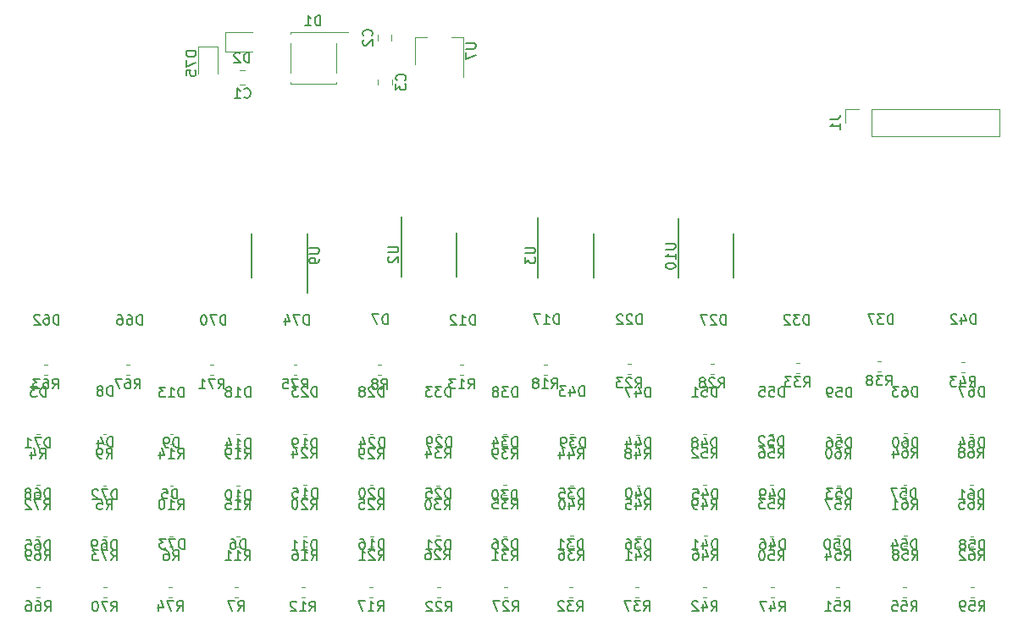
<source format=gbr>
G04 #@! TF.GenerationSoftware,KiCad,Pcbnew,5.0.2-bee76a0~70~ubuntu16.04.1*
G04 #@! TF.CreationDate,2020-01-20T17:48:56-08:00*
G04 #@! TF.ProjectId,clock,636c6f63-6b2e-46b6-9963-61645f706362,rev?*
G04 #@! TF.SameCoordinates,Original*
G04 #@! TF.FileFunction,Legend,Bot*
G04 #@! TF.FilePolarity,Positive*
%FSLAX46Y46*%
G04 Gerber Fmt 4.6, Leading zero omitted, Abs format (unit mm)*
G04 Created by KiCad (PCBNEW 5.0.2-bee76a0~70~ubuntu16.04.1) date Mon 20 Jan 2020 17:48:56 PST*
%MOMM*%
%LPD*%
G01*
G04 APERTURE LIST*
%ADD10C,0.150000*%
%ADD11C,0.120000*%
G04 APERTURE END LIST*
D10*
G04 #@! TO.C,U3*
X90575400Y-95691000D02*
X90575400Y-101666000D01*
X96100400Y-97266000D02*
X96100400Y-101666000D01*
D11*
G04 #@! TO.C,C1*
X60777622Y-82371000D02*
X61294778Y-82371000D01*
X60777622Y-80951000D02*
X61294778Y-80951000D01*
G04 #@! TO.C,C2*
X75944800Y-77442322D02*
X75944800Y-77959478D01*
X74524800Y-77442322D02*
X74524800Y-77959478D01*
G04 #@! TO.C,C3*
X75970200Y-82399878D02*
X75970200Y-81882722D01*
X74550200Y-82399878D02*
X74550200Y-81882722D01*
G04 #@! TO.C,D1*
X65794200Y-77349400D02*
X65794200Y-77149400D01*
X65794200Y-77149400D02*
X71594200Y-77149400D01*
X65794200Y-82149400D02*
X65794200Y-82349400D01*
X65794200Y-82349400D02*
X70394200Y-82349400D01*
X70394200Y-82349400D02*
X70394200Y-82149400D01*
X65794200Y-78249400D02*
X65794200Y-81249400D01*
X70394200Y-81249400D02*
X70394200Y-78249400D01*
G04 #@! TO.C,D2*
X61983100Y-79065000D02*
X59298100Y-79065000D01*
X59298100Y-79065000D02*
X59298100Y-77145000D01*
X59298100Y-77145000D02*
X61983100Y-77145000D01*
G04 #@! TO.C,D75*
X58541800Y-78581300D02*
X58541800Y-81266300D01*
X56621800Y-78581300D02*
X58541800Y-78581300D01*
X56621800Y-81266300D02*
X56621800Y-78581300D01*
G04 #@! TO.C,U7*
X79495800Y-77671200D02*
X78295800Y-77671200D01*
X78295800Y-77671200D02*
X78295800Y-80371200D01*
X83095800Y-81671200D02*
X83095800Y-77671200D01*
X83095800Y-77671200D02*
X81895800Y-77671200D01*
G04 #@! TO.C,R4*
X40428721Y-117396800D02*
X40754279Y-117396800D01*
X40428721Y-118416800D02*
X40754279Y-118416800D01*
G04 #@! TO.C,R5*
X47083521Y-123522200D02*
X47409079Y-123522200D01*
X47083521Y-122502200D02*
X47409079Y-122502200D01*
G04 #@! TO.C,R6*
X53738321Y-127607600D02*
X54063879Y-127607600D01*
X53738321Y-128627600D02*
X54063879Y-128627600D01*
G04 #@! TO.C,R7*
X60266121Y-132662200D02*
X60591679Y-132662200D01*
X60266121Y-133682200D02*
X60591679Y-133682200D01*
G04 #@! TO.C,R8*
X74589421Y-110462600D02*
X74914979Y-110462600D01*
X74589421Y-111482600D02*
X74914979Y-111482600D01*
G04 #@! TO.C,R9*
X47083521Y-117396800D02*
X47409079Y-117396800D01*
X47083521Y-118416800D02*
X47409079Y-118416800D01*
G04 #@! TO.C,R10*
X53763721Y-122502200D02*
X54089279Y-122502200D01*
X53763721Y-123522200D02*
X54089279Y-123522200D01*
G04 #@! TO.C,R11*
X60418521Y-127607600D02*
X60744079Y-127607600D01*
X60418521Y-128627600D02*
X60744079Y-128627600D01*
G04 #@! TO.C,R12*
X66920921Y-133733000D02*
X67246479Y-133733000D01*
X66920921Y-132713000D02*
X67246479Y-132713000D01*
G04 #@! TO.C,R13*
X82795921Y-111457200D02*
X83121479Y-111457200D01*
X82795921Y-110437200D02*
X83121479Y-110437200D01*
G04 #@! TO.C,R14*
X53763721Y-118416800D02*
X54089279Y-118416800D01*
X53763721Y-117396800D02*
X54089279Y-117396800D01*
G04 #@! TO.C,R15*
X60418521Y-123522200D02*
X60744079Y-123522200D01*
X60418521Y-122502200D02*
X60744079Y-122502200D01*
G04 #@! TO.C,R16*
X67098721Y-127582200D02*
X67424279Y-127582200D01*
X67098721Y-128602200D02*
X67424279Y-128602200D01*
G04 #@! TO.C,R17*
X73725821Y-132662200D02*
X74051379Y-132662200D01*
X73725821Y-133682200D02*
X74051379Y-133682200D01*
G04 #@! TO.C,R18*
X91127121Y-110386400D02*
X91452679Y-110386400D01*
X91127121Y-111406400D02*
X91452679Y-111406400D01*
G04 #@! TO.C,R19*
X60443921Y-118416800D02*
X60769479Y-118416800D01*
X60443921Y-117396800D02*
X60769479Y-117396800D01*
G04 #@! TO.C,R20*
X67073321Y-122476800D02*
X67398879Y-122476800D01*
X67073321Y-123496800D02*
X67398879Y-123496800D01*
G04 #@! TO.C,R21*
X73804321Y-127582200D02*
X74129879Y-127582200D01*
X73804321Y-128602200D02*
X74129879Y-128602200D01*
G04 #@! TO.C,R22*
X80509921Y-133733000D02*
X80835479Y-133733000D01*
X80509921Y-132713000D02*
X80835479Y-132713000D01*
G04 #@! TO.C,R23*
X99509121Y-110335600D02*
X99834679Y-110335600D01*
X99509121Y-111355600D02*
X99834679Y-111355600D01*
G04 #@! TO.C,R24*
X67073321Y-117371400D02*
X67398879Y-117371400D01*
X67073321Y-118391400D02*
X67398879Y-118391400D01*
G04 #@! TO.C,R25*
X73751221Y-123496800D02*
X74076779Y-123496800D01*
X73751221Y-122476800D02*
X74076779Y-122476800D01*
G04 #@! TO.C,R26*
X80382921Y-127531400D02*
X80708479Y-127531400D01*
X80382921Y-128551400D02*
X80708479Y-128551400D01*
G04 #@! TO.C,R27*
X87190121Y-132687600D02*
X87515679Y-132687600D01*
X87190121Y-133707600D02*
X87515679Y-133707600D01*
G04 #@! TO.C,R28*
X107814921Y-110335600D02*
X108140479Y-110335600D01*
X107814921Y-111355600D02*
X108140479Y-111355600D01*
G04 #@! TO.C,R29*
X73753521Y-117396800D02*
X74079079Y-117396800D01*
X73753521Y-118416800D02*
X74079079Y-118416800D01*
G04 #@! TO.C,R30*
X80408321Y-122527600D02*
X80733879Y-122527600D01*
X80408321Y-123547600D02*
X80733879Y-123547600D01*
G04 #@! TO.C,R31*
X87113921Y-128627600D02*
X87439479Y-128627600D01*
X87113921Y-127607600D02*
X87439479Y-127607600D01*
G04 #@! TO.C,R32*
X93667121Y-133707600D02*
X93992679Y-133707600D01*
X93667121Y-132687600D02*
X93992679Y-132687600D01*
G04 #@! TO.C,R33*
X116349321Y-111279400D02*
X116674879Y-111279400D01*
X116349321Y-110259400D02*
X116674879Y-110259400D01*
G04 #@! TO.C,R34*
X80433721Y-118391400D02*
X80759279Y-118391400D01*
X80433721Y-117371400D02*
X80759279Y-117371400D01*
G04 #@! TO.C,R35*
X87113921Y-123471400D02*
X87439479Y-123471400D01*
X87113921Y-122451400D02*
X87439479Y-122451400D01*
G04 #@! TO.C,R36*
X93743321Y-127556800D02*
X94068879Y-127556800D01*
X93743321Y-128576800D02*
X94068879Y-128576800D01*
G04 #@! TO.C,R37*
X100321921Y-132662200D02*
X100647479Y-132662200D01*
X100321921Y-133682200D02*
X100647479Y-133682200D01*
G04 #@! TO.C,R38*
X124525821Y-110107000D02*
X124851379Y-110107000D01*
X124525821Y-111127000D02*
X124851379Y-111127000D01*
G04 #@! TO.C,R39*
X87113921Y-118416800D02*
X87439479Y-118416800D01*
X87113921Y-117396800D02*
X87439479Y-117396800D01*
G04 #@! TO.C,R40*
X93768721Y-123522200D02*
X94094279Y-123522200D01*
X93768721Y-122502200D02*
X94094279Y-122502200D01*
G04 #@! TO.C,R41*
X100448921Y-128627600D02*
X100774479Y-128627600D01*
X100448921Y-127607600D02*
X100774479Y-127607600D01*
G04 #@! TO.C,R42*
X107078321Y-133707600D02*
X107403879Y-133707600D01*
X107078321Y-132687600D02*
X107403879Y-132687600D01*
G04 #@! TO.C,R43*
X132884721Y-111228600D02*
X133210279Y-111228600D01*
X132884721Y-110208600D02*
X133210279Y-110208600D01*
G04 #@! TO.C,R44*
X93743321Y-117396800D02*
X94068879Y-117396800D01*
X93743321Y-118416800D02*
X94068879Y-118416800D01*
G04 #@! TO.C,R45*
X100423521Y-123522200D02*
X100749079Y-123522200D01*
X100423521Y-122502200D02*
X100749079Y-122502200D01*
G04 #@! TO.C,R46*
X107129121Y-128576800D02*
X107454679Y-128576800D01*
X107129121Y-127556800D02*
X107454679Y-127556800D01*
G04 #@! TO.C,R47*
X113860121Y-132713000D02*
X114185679Y-132713000D01*
X113860121Y-133733000D02*
X114185679Y-133733000D01*
G04 #@! TO.C,R48*
X100398121Y-118442200D02*
X100723679Y-118442200D01*
X100398121Y-117422200D02*
X100723679Y-117422200D01*
G04 #@! TO.C,R49*
X107078321Y-122476800D02*
X107403879Y-122476800D01*
X107078321Y-123496800D02*
X107403879Y-123496800D01*
G04 #@! TO.C,R50*
X113758521Y-127607600D02*
X114084079Y-127607600D01*
X113758521Y-128627600D02*
X114084079Y-128627600D01*
G04 #@! TO.C,R51*
X120362521Y-133707600D02*
X120688079Y-133707600D01*
X120362521Y-132687600D02*
X120688079Y-132687600D01*
G04 #@! TO.C,R52*
X107078321Y-117371400D02*
X107403879Y-117371400D01*
X107078321Y-118391400D02*
X107403879Y-118391400D01*
G04 #@! TO.C,R53*
X113758521Y-123471400D02*
X114084079Y-123471400D01*
X113758521Y-122451400D02*
X114084079Y-122451400D01*
G04 #@! TO.C,R54*
X120413321Y-128576800D02*
X120738879Y-128576800D01*
X120413321Y-127556800D02*
X120738879Y-127556800D01*
G04 #@! TO.C,R55*
X127042721Y-132687600D02*
X127368279Y-132687600D01*
X127042721Y-133707600D02*
X127368279Y-133707600D01*
G04 #@! TO.C,R56*
X113758521Y-118391400D02*
X114084079Y-118391400D01*
X113758521Y-117371400D02*
X114084079Y-117371400D01*
G04 #@! TO.C,R57*
X120438721Y-122502200D02*
X120764279Y-122502200D01*
X120438721Y-123522200D02*
X120764279Y-123522200D01*
G04 #@! TO.C,R58*
X127144321Y-127556800D02*
X127469879Y-127556800D01*
X127144321Y-128576800D02*
X127469879Y-128576800D01*
G04 #@! TO.C,R59*
X133822221Y-133682200D02*
X134147779Y-133682200D01*
X133822221Y-132662200D02*
X134147779Y-132662200D01*
G04 #@! TO.C,R60*
X120438721Y-117396800D02*
X120764279Y-117396800D01*
X120438721Y-118416800D02*
X120764279Y-118416800D01*
G04 #@! TO.C,R61*
X127091221Y-123496800D02*
X127416779Y-123496800D01*
X127091221Y-122476800D02*
X127416779Y-122476800D01*
G04 #@! TO.C,R62*
X133773721Y-128602200D02*
X134099279Y-128602200D01*
X133773721Y-127582200D02*
X134099279Y-127582200D01*
G04 #@! TO.C,R63*
X41216121Y-110437200D02*
X41541679Y-110437200D01*
X41216121Y-111457200D02*
X41541679Y-111457200D01*
G04 #@! TO.C,R64*
X127118921Y-118340600D02*
X127444479Y-118340600D01*
X127118921Y-117320600D02*
X127444479Y-117320600D01*
G04 #@! TO.C,R65*
X133748321Y-122476800D02*
X134073879Y-122476800D01*
X133748321Y-123496800D02*
X134073879Y-123496800D01*
G04 #@! TO.C,R66*
X40454121Y-133707600D02*
X40779679Y-133707600D01*
X40454121Y-132687600D02*
X40779679Y-132687600D01*
G04 #@! TO.C,R67*
X49420321Y-111457200D02*
X49745879Y-111457200D01*
X49420321Y-110437200D02*
X49745879Y-110437200D01*
G04 #@! TO.C,R68*
X133720621Y-117346000D02*
X134046179Y-117346000D01*
X133720621Y-118366000D02*
X134046179Y-118366000D01*
G04 #@! TO.C,R69*
X40428721Y-128602200D02*
X40754279Y-128602200D01*
X40428721Y-127582200D02*
X40754279Y-127582200D01*
G04 #@! TO.C,R70*
X47108921Y-133733000D02*
X47434479Y-133733000D01*
X47108921Y-132713000D02*
X47434479Y-132713000D01*
G04 #@! TO.C,R71*
X57802321Y-111457200D02*
X58127879Y-111457200D01*
X57802321Y-110437200D02*
X58127879Y-110437200D01*
G04 #@! TO.C,R72*
X40401021Y-123496800D02*
X40726579Y-123496800D01*
X40401021Y-122476800D02*
X40726579Y-122476800D01*
G04 #@! TO.C,R73*
X47108921Y-127607600D02*
X47434479Y-127607600D01*
X47108921Y-128627600D02*
X47434479Y-128627600D01*
G04 #@! TO.C,R74*
X53662121Y-133682200D02*
X53987679Y-133682200D01*
X53662121Y-132662200D02*
X53987679Y-132662200D01*
G04 #@! TO.C,R75*
X66133521Y-110437200D02*
X66459079Y-110437200D01*
X66133521Y-111457200D02*
X66459079Y-111457200D01*
G04 #@! TO.C,J1*
X136686600Y-84877600D02*
X136686600Y-87537600D01*
X123926600Y-84877600D02*
X136686600Y-84877600D01*
X123926600Y-87537600D02*
X136686600Y-87537600D01*
X123926600Y-84877600D02*
X123926600Y-87537600D01*
X122656600Y-84877600D02*
X121326600Y-84877600D01*
X121326600Y-84877600D02*
X121326600Y-86207600D01*
D10*
G04 #@! TO.C,U2*
X82409800Y-97189800D02*
X82409800Y-101589800D01*
X76884800Y-95614800D02*
X76884800Y-101589800D01*
G04 #@! TO.C,U9*
X61973800Y-101692200D02*
X61973800Y-97292200D01*
X67498800Y-103267200D02*
X67498800Y-97292200D01*
G04 #@! TO.C,U10*
X110136600Y-97342200D02*
X110136600Y-101742200D01*
X104611600Y-95767200D02*
X104611600Y-101742200D01*
G04 #@! TO.C,U3*
X89277780Y-98704095D02*
X90087304Y-98704095D01*
X90182542Y-98751714D01*
X90230161Y-98799333D01*
X90277780Y-98894571D01*
X90277780Y-99085047D01*
X90230161Y-99180285D01*
X90182542Y-99227904D01*
X90087304Y-99275523D01*
X89277780Y-99275523D01*
X89277780Y-99656476D02*
X89277780Y-100275523D01*
X89658733Y-99942190D01*
X89658733Y-100085047D01*
X89706352Y-100180285D01*
X89753971Y-100227904D01*
X89849209Y-100275523D01*
X90087304Y-100275523D01*
X90182542Y-100227904D01*
X90230161Y-100180285D01*
X90277780Y-100085047D01*
X90277780Y-99799333D01*
X90230161Y-99704095D01*
X90182542Y-99656476D01*
G04 #@! TO.C,C1*
X61202866Y-83668142D02*
X61250485Y-83715761D01*
X61393342Y-83763380D01*
X61488580Y-83763380D01*
X61631438Y-83715761D01*
X61726676Y-83620523D01*
X61774295Y-83525285D01*
X61821914Y-83334809D01*
X61821914Y-83191952D01*
X61774295Y-83001476D01*
X61726676Y-82906238D01*
X61631438Y-82811000D01*
X61488580Y-82763380D01*
X61393342Y-82763380D01*
X61250485Y-82811000D01*
X61202866Y-82858619D01*
X60250485Y-83763380D02*
X60821914Y-83763380D01*
X60536200Y-83763380D02*
X60536200Y-82763380D01*
X60631438Y-82906238D01*
X60726676Y-83001476D01*
X60821914Y-83049095D01*
G04 #@! TO.C,C2*
X73941942Y-77534233D02*
X73989561Y-77486614D01*
X74037180Y-77343757D01*
X74037180Y-77248519D01*
X73989561Y-77105661D01*
X73894323Y-77010423D01*
X73799085Y-76962804D01*
X73608609Y-76915185D01*
X73465752Y-76915185D01*
X73275276Y-76962804D01*
X73180038Y-77010423D01*
X73084800Y-77105661D01*
X73037180Y-77248519D01*
X73037180Y-77343757D01*
X73084800Y-77486614D01*
X73132419Y-77534233D01*
X73132419Y-77915185D02*
X73084800Y-77962804D01*
X73037180Y-78058042D01*
X73037180Y-78296138D01*
X73084800Y-78391376D01*
X73132419Y-78438995D01*
X73227657Y-78486614D01*
X73322895Y-78486614D01*
X73465752Y-78438995D01*
X74037180Y-77867566D01*
X74037180Y-78486614D01*
G04 #@! TO.C,C3*
X77267342Y-81974633D02*
X77314961Y-81927014D01*
X77362580Y-81784157D01*
X77362580Y-81688919D01*
X77314961Y-81546061D01*
X77219723Y-81450823D01*
X77124485Y-81403204D01*
X76934009Y-81355585D01*
X76791152Y-81355585D01*
X76600676Y-81403204D01*
X76505438Y-81450823D01*
X76410200Y-81546061D01*
X76362580Y-81688919D01*
X76362580Y-81784157D01*
X76410200Y-81927014D01*
X76457819Y-81974633D01*
X76362580Y-82307966D02*
X76362580Y-82927014D01*
X76743533Y-82593680D01*
X76743533Y-82736538D01*
X76791152Y-82831776D01*
X76838771Y-82879395D01*
X76934009Y-82927014D01*
X77172104Y-82927014D01*
X77267342Y-82879395D01*
X77314961Y-82831776D01*
X77362580Y-82736538D01*
X77362580Y-82450823D01*
X77314961Y-82355585D01*
X77267342Y-82307966D01*
G04 #@! TO.C,D1*
X68832295Y-76501780D02*
X68832295Y-75501780D01*
X68594200Y-75501780D01*
X68451342Y-75549400D01*
X68356104Y-75644638D01*
X68308485Y-75739876D01*
X68260866Y-75930352D01*
X68260866Y-76073209D01*
X68308485Y-76263685D01*
X68356104Y-76358923D01*
X68451342Y-76454161D01*
X68594200Y-76501780D01*
X68832295Y-76501780D01*
X67308485Y-76501780D02*
X67879914Y-76501780D01*
X67594200Y-76501780D02*
X67594200Y-75501780D01*
X67689438Y-75644638D01*
X67784676Y-75739876D01*
X67879914Y-75787495D01*
G04 #@! TO.C,D2*
X61721195Y-80207380D02*
X61721195Y-79207380D01*
X61483100Y-79207380D01*
X61340242Y-79255000D01*
X61245004Y-79350238D01*
X61197385Y-79445476D01*
X61149766Y-79635952D01*
X61149766Y-79778809D01*
X61197385Y-79969285D01*
X61245004Y-80064523D01*
X61340242Y-80159761D01*
X61483100Y-80207380D01*
X61721195Y-80207380D01*
X60768814Y-79302619D02*
X60721195Y-79255000D01*
X60625957Y-79207380D01*
X60387861Y-79207380D01*
X60292623Y-79255000D01*
X60245004Y-79302619D01*
X60197385Y-79397857D01*
X60197385Y-79493095D01*
X60245004Y-79635952D01*
X60816433Y-80207380D01*
X60197385Y-80207380D01*
G04 #@! TO.C,D75*
X56384180Y-79052014D02*
X55384180Y-79052014D01*
X55384180Y-79290109D01*
X55431800Y-79432966D01*
X55527038Y-79528204D01*
X55622276Y-79575823D01*
X55812752Y-79623442D01*
X55955609Y-79623442D01*
X56146085Y-79575823D01*
X56241323Y-79528204D01*
X56336561Y-79432966D01*
X56384180Y-79290109D01*
X56384180Y-79052014D01*
X55384180Y-79956776D02*
X55384180Y-80623442D01*
X56384180Y-80194871D01*
X55384180Y-81480585D02*
X55384180Y-81004395D01*
X55860371Y-80956776D01*
X55812752Y-81004395D01*
X55765133Y-81099633D01*
X55765133Y-81337728D01*
X55812752Y-81432966D01*
X55860371Y-81480585D01*
X55955609Y-81528204D01*
X56193704Y-81528204D01*
X56288942Y-81480585D01*
X56336561Y-81432966D01*
X56384180Y-81337728D01*
X56384180Y-81099633D01*
X56336561Y-81004395D01*
X56288942Y-80956776D01*
G04 #@! TO.C,U7*
X83348180Y-78239295D02*
X84157704Y-78239295D01*
X84252942Y-78286914D01*
X84300561Y-78334533D01*
X84348180Y-78429771D01*
X84348180Y-78620247D01*
X84300561Y-78715485D01*
X84252942Y-78763104D01*
X84157704Y-78810723D01*
X83348180Y-78810723D01*
X83348180Y-79191676D02*
X83348180Y-79858342D01*
X84348180Y-79429771D01*
G04 #@! TO.C,D3*
X41379095Y-113628780D02*
X41379095Y-112628780D01*
X41141000Y-112628780D01*
X40998142Y-112676400D01*
X40902904Y-112771638D01*
X40855285Y-112866876D01*
X40807666Y-113057352D01*
X40807666Y-113200209D01*
X40855285Y-113390685D01*
X40902904Y-113485923D01*
X40998142Y-113581161D01*
X41141000Y-113628780D01*
X41379095Y-113628780D01*
X40474333Y-112628780D02*
X39855285Y-112628780D01*
X40188619Y-113009733D01*
X40045761Y-113009733D01*
X39950523Y-113057352D01*
X39902904Y-113104971D01*
X39855285Y-113200209D01*
X39855285Y-113438304D01*
X39902904Y-113533542D01*
X39950523Y-113581161D01*
X40045761Y-113628780D01*
X40331476Y-113628780D01*
X40426714Y-113581161D01*
X40474333Y-113533542D01*
G04 #@! TO.C,D4*
X48031895Y-118632580D02*
X48031895Y-117632580D01*
X47793800Y-117632580D01*
X47650942Y-117680200D01*
X47555704Y-117775438D01*
X47508085Y-117870676D01*
X47460466Y-118061152D01*
X47460466Y-118204009D01*
X47508085Y-118394485D01*
X47555704Y-118489723D01*
X47650942Y-118584961D01*
X47793800Y-118632580D01*
X48031895Y-118632580D01*
X46603323Y-117965914D02*
X46603323Y-118632580D01*
X46841419Y-117584961D02*
X47079514Y-118299247D01*
X46460466Y-118299247D01*
G04 #@! TO.C,D5*
X54508895Y-123839580D02*
X54508895Y-122839580D01*
X54270800Y-122839580D01*
X54127942Y-122887200D01*
X54032704Y-122982438D01*
X53985085Y-123077676D01*
X53937466Y-123268152D01*
X53937466Y-123411009D01*
X53985085Y-123601485D01*
X54032704Y-123696723D01*
X54127942Y-123791961D01*
X54270800Y-123839580D01*
X54508895Y-123839580D01*
X53032704Y-122839580D02*
X53508895Y-122839580D01*
X53556514Y-123315771D01*
X53508895Y-123268152D01*
X53413657Y-123220533D01*
X53175561Y-123220533D01*
X53080323Y-123268152D01*
X53032704Y-123315771D01*
X52985085Y-123411009D01*
X52985085Y-123649104D01*
X53032704Y-123744342D01*
X53080323Y-123791961D01*
X53175561Y-123839580D01*
X53413657Y-123839580D01*
X53508895Y-123791961D01*
X53556514Y-123744342D01*
G04 #@! TO.C,D6*
X61317095Y-128868780D02*
X61317095Y-127868780D01*
X61079000Y-127868780D01*
X60936142Y-127916400D01*
X60840904Y-128011638D01*
X60793285Y-128106876D01*
X60745666Y-128297352D01*
X60745666Y-128440209D01*
X60793285Y-128630685D01*
X60840904Y-128725923D01*
X60936142Y-128821161D01*
X61079000Y-128868780D01*
X61317095Y-128868780D01*
X59888523Y-127868780D02*
X60079000Y-127868780D01*
X60174238Y-127916400D01*
X60221857Y-127964019D01*
X60317095Y-128106876D01*
X60364714Y-128297352D01*
X60364714Y-128678304D01*
X60317095Y-128773542D01*
X60269476Y-128821161D01*
X60174238Y-128868780D01*
X59983761Y-128868780D01*
X59888523Y-128821161D01*
X59840904Y-128773542D01*
X59793285Y-128678304D01*
X59793285Y-128440209D01*
X59840904Y-128344971D01*
X59888523Y-128297352D01*
X59983761Y-128249733D01*
X60174238Y-128249733D01*
X60269476Y-128297352D01*
X60317095Y-128344971D01*
X60364714Y-128440209D01*
G04 #@! TO.C,D7*
X75567495Y-106389780D02*
X75567495Y-105389780D01*
X75329400Y-105389780D01*
X75186542Y-105437400D01*
X75091304Y-105532638D01*
X75043685Y-105627876D01*
X74996066Y-105818352D01*
X74996066Y-105961209D01*
X75043685Y-106151685D01*
X75091304Y-106246923D01*
X75186542Y-106342161D01*
X75329400Y-106389780D01*
X75567495Y-106389780D01*
X74662733Y-105389780D02*
X73996066Y-105389780D01*
X74424638Y-106389780D01*
G04 #@! TO.C,D8*
X48008495Y-113552580D02*
X48008495Y-112552580D01*
X47770400Y-112552580D01*
X47627542Y-112600200D01*
X47532304Y-112695438D01*
X47484685Y-112790676D01*
X47437066Y-112981152D01*
X47437066Y-113124009D01*
X47484685Y-113314485D01*
X47532304Y-113409723D01*
X47627542Y-113504961D01*
X47770400Y-113552580D01*
X48008495Y-113552580D01*
X46865638Y-112981152D02*
X46960876Y-112933533D01*
X47008495Y-112885914D01*
X47056114Y-112790676D01*
X47056114Y-112743057D01*
X47008495Y-112647819D01*
X46960876Y-112600200D01*
X46865638Y-112552580D01*
X46675161Y-112552580D01*
X46579923Y-112600200D01*
X46532304Y-112647819D01*
X46484685Y-112743057D01*
X46484685Y-112790676D01*
X46532304Y-112885914D01*
X46579923Y-112933533D01*
X46675161Y-112981152D01*
X46865638Y-112981152D01*
X46960876Y-113028771D01*
X47008495Y-113076390D01*
X47056114Y-113171628D01*
X47056114Y-113362104D01*
X47008495Y-113457342D01*
X46960876Y-113504961D01*
X46865638Y-113552580D01*
X46675161Y-113552580D01*
X46579923Y-113504961D01*
X46532304Y-113457342D01*
X46484685Y-113362104D01*
X46484685Y-113171628D01*
X46532304Y-113076390D01*
X46579923Y-113028771D01*
X46675161Y-112981152D01*
G04 #@! TO.C,D9*
X54661295Y-118683380D02*
X54661295Y-117683380D01*
X54423200Y-117683380D01*
X54280342Y-117731000D01*
X54185104Y-117826238D01*
X54137485Y-117921476D01*
X54089866Y-118111952D01*
X54089866Y-118254809D01*
X54137485Y-118445285D01*
X54185104Y-118540523D01*
X54280342Y-118635761D01*
X54423200Y-118683380D01*
X54661295Y-118683380D01*
X53613676Y-118683380D02*
X53423200Y-118683380D01*
X53327961Y-118635761D01*
X53280342Y-118588142D01*
X53185104Y-118445285D01*
X53137485Y-118254809D01*
X53137485Y-117873857D01*
X53185104Y-117778619D01*
X53232723Y-117731000D01*
X53327961Y-117683380D01*
X53518438Y-117683380D01*
X53613676Y-117731000D01*
X53661295Y-117778619D01*
X53708914Y-117873857D01*
X53708914Y-118111952D01*
X53661295Y-118207190D01*
X53613676Y-118254809D01*
X53518438Y-118302428D01*
X53327961Y-118302428D01*
X53232723Y-118254809D01*
X53185104Y-118207190D01*
X53137485Y-118111952D01*
G04 #@! TO.C,D10*
X61817685Y-123941180D02*
X61817685Y-122941180D01*
X61579590Y-122941180D01*
X61436733Y-122988800D01*
X61341495Y-123084038D01*
X61293876Y-123179276D01*
X61246257Y-123369752D01*
X61246257Y-123512609D01*
X61293876Y-123703085D01*
X61341495Y-123798323D01*
X61436733Y-123893561D01*
X61579590Y-123941180D01*
X61817685Y-123941180D01*
X60293876Y-123941180D02*
X60865304Y-123941180D01*
X60579590Y-123941180D02*
X60579590Y-122941180D01*
X60674828Y-123084038D01*
X60770066Y-123179276D01*
X60865304Y-123226895D01*
X59674828Y-122941180D02*
X59579590Y-122941180D01*
X59484352Y-122988800D01*
X59436733Y-123036419D01*
X59389114Y-123131657D01*
X59341495Y-123322133D01*
X59341495Y-123560228D01*
X59389114Y-123750704D01*
X59436733Y-123845942D01*
X59484352Y-123893561D01*
X59579590Y-123941180D01*
X59674828Y-123941180D01*
X59770066Y-123893561D01*
X59817685Y-123845942D01*
X59865304Y-123750704D01*
X59912923Y-123560228D01*
X59912923Y-123322133D01*
X59865304Y-123131657D01*
X59817685Y-123036419D01*
X59770066Y-122988800D01*
X59674828Y-122941180D01*
G04 #@! TO.C,D11*
X68448085Y-128944980D02*
X68448085Y-127944980D01*
X68209990Y-127944980D01*
X68067133Y-127992600D01*
X67971895Y-128087838D01*
X67924276Y-128183076D01*
X67876657Y-128373552D01*
X67876657Y-128516409D01*
X67924276Y-128706885D01*
X67971895Y-128802123D01*
X68067133Y-128897361D01*
X68209990Y-128944980D01*
X68448085Y-128944980D01*
X66924276Y-128944980D02*
X67495704Y-128944980D01*
X67209990Y-128944980D02*
X67209990Y-127944980D01*
X67305228Y-128087838D01*
X67400466Y-128183076D01*
X67495704Y-128230695D01*
X65971895Y-128944980D02*
X66543323Y-128944980D01*
X66257609Y-128944980D02*
X66257609Y-127944980D01*
X66352847Y-128087838D01*
X66448085Y-128183076D01*
X66543323Y-128230695D01*
G04 #@! TO.C,D12*
X84272285Y-106440580D02*
X84272285Y-105440580D01*
X84034190Y-105440580D01*
X83891333Y-105488200D01*
X83796095Y-105583438D01*
X83748476Y-105678676D01*
X83700857Y-105869152D01*
X83700857Y-106012009D01*
X83748476Y-106202485D01*
X83796095Y-106297723D01*
X83891333Y-106392961D01*
X84034190Y-106440580D01*
X84272285Y-106440580D01*
X82748476Y-106440580D02*
X83319904Y-106440580D01*
X83034190Y-106440580D02*
X83034190Y-105440580D01*
X83129428Y-105583438D01*
X83224666Y-105678676D01*
X83319904Y-105726295D01*
X82367523Y-105535819D02*
X82319904Y-105488200D01*
X82224666Y-105440580D01*
X81986571Y-105440580D01*
X81891333Y-105488200D01*
X81843714Y-105535819D01*
X81796095Y-105631057D01*
X81796095Y-105726295D01*
X81843714Y-105869152D01*
X82415142Y-106440580D01*
X81796095Y-106440580D01*
G04 #@! TO.C,D13*
X55162885Y-113679580D02*
X55162885Y-112679580D01*
X54924790Y-112679580D01*
X54781933Y-112727200D01*
X54686695Y-112822438D01*
X54639076Y-112917676D01*
X54591457Y-113108152D01*
X54591457Y-113251009D01*
X54639076Y-113441485D01*
X54686695Y-113536723D01*
X54781933Y-113631961D01*
X54924790Y-113679580D01*
X55162885Y-113679580D01*
X53639076Y-113679580D02*
X54210504Y-113679580D01*
X53924790Y-113679580D02*
X53924790Y-112679580D01*
X54020028Y-112822438D01*
X54115266Y-112917676D01*
X54210504Y-112965295D01*
X53305742Y-112679580D02*
X52686695Y-112679580D01*
X53020028Y-113060533D01*
X52877171Y-113060533D01*
X52781933Y-113108152D01*
X52734314Y-113155771D01*
X52686695Y-113251009D01*
X52686695Y-113489104D01*
X52734314Y-113584342D01*
X52781933Y-113631961D01*
X52877171Y-113679580D01*
X53162885Y-113679580D01*
X53258123Y-113631961D01*
X53305742Y-113584342D01*
G04 #@! TO.C,D14*
X61817685Y-118784980D02*
X61817685Y-117784980D01*
X61579590Y-117784980D01*
X61436733Y-117832600D01*
X61341495Y-117927838D01*
X61293876Y-118023076D01*
X61246257Y-118213552D01*
X61246257Y-118356409D01*
X61293876Y-118546885D01*
X61341495Y-118642123D01*
X61436733Y-118737361D01*
X61579590Y-118784980D01*
X61817685Y-118784980D01*
X60293876Y-118784980D02*
X60865304Y-118784980D01*
X60579590Y-118784980D02*
X60579590Y-117784980D01*
X60674828Y-117927838D01*
X60770066Y-118023076D01*
X60865304Y-118070695D01*
X59436733Y-118118314D02*
X59436733Y-118784980D01*
X59674828Y-117737361D02*
X59912923Y-118451647D01*
X59293876Y-118451647D01*
G04 #@! TO.C,D15*
X68498885Y-123763380D02*
X68498885Y-122763380D01*
X68260790Y-122763380D01*
X68117933Y-122811000D01*
X68022695Y-122906238D01*
X67975076Y-123001476D01*
X67927457Y-123191952D01*
X67927457Y-123334809D01*
X67975076Y-123525285D01*
X68022695Y-123620523D01*
X68117933Y-123715761D01*
X68260790Y-123763380D01*
X68498885Y-123763380D01*
X66975076Y-123763380D02*
X67546504Y-123763380D01*
X67260790Y-123763380D02*
X67260790Y-122763380D01*
X67356028Y-122906238D01*
X67451266Y-123001476D01*
X67546504Y-123049095D01*
X66070314Y-122763380D02*
X66546504Y-122763380D01*
X66594123Y-123239571D01*
X66546504Y-123191952D01*
X66451266Y-123144333D01*
X66213171Y-123144333D01*
X66117933Y-123191952D01*
X66070314Y-123239571D01*
X66022695Y-123334809D01*
X66022695Y-123572904D01*
X66070314Y-123668142D01*
X66117933Y-123715761D01*
X66213171Y-123763380D01*
X66451266Y-123763380D01*
X66546504Y-123715761D01*
X66594123Y-123668142D01*
G04 #@! TO.C,D16*
X75178085Y-128843380D02*
X75178085Y-127843380D01*
X74939990Y-127843380D01*
X74797133Y-127891000D01*
X74701895Y-127986238D01*
X74654276Y-128081476D01*
X74606657Y-128271952D01*
X74606657Y-128414809D01*
X74654276Y-128605285D01*
X74701895Y-128700523D01*
X74797133Y-128795761D01*
X74939990Y-128843380D01*
X75178085Y-128843380D01*
X73654276Y-128843380D02*
X74225704Y-128843380D01*
X73939990Y-128843380D02*
X73939990Y-127843380D01*
X74035228Y-127986238D01*
X74130466Y-128081476D01*
X74225704Y-128129095D01*
X72797133Y-127843380D02*
X72987609Y-127843380D01*
X73082847Y-127891000D01*
X73130466Y-127938619D01*
X73225704Y-128081476D01*
X73273323Y-128271952D01*
X73273323Y-128652904D01*
X73225704Y-128748142D01*
X73178085Y-128795761D01*
X73082847Y-128843380D01*
X72892371Y-128843380D01*
X72797133Y-128795761D01*
X72749514Y-128748142D01*
X72701895Y-128652904D01*
X72701895Y-128414809D01*
X72749514Y-128319571D01*
X72797133Y-128271952D01*
X72892371Y-128224333D01*
X73082847Y-128224333D01*
X73178085Y-128271952D01*
X73225704Y-128319571D01*
X73273323Y-128414809D01*
G04 #@! TO.C,D17*
X92655285Y-106364380D02*
X92655285Y-105364380D01*
X92417190Y-105364380D01*
X92274333Y-105412000D01*
X92179095Y-105507238D01*
X92131476Y-105602476D01*
X92083857Y-105792952D01*
X92083857Y-105935809D01*
X92131476Y-106126285D01*
X92179095Y-106221523D01*
X92274333Y-106316761D01*
X92417190Y-106364380D01*
X92655285Y-106364380D01*
X91131476Y-106364380D02*
X91702904Y-106364380D01*
X91417190Y-106364380D02*
X91417190Y-105364380D01*
X91512428Y-105507238D01*
X91607666Y-105602476D01*
X91702904Y-105650095D01*
X90798142Y-105364380D02*
X90131476Y-105364380D01*
X90560047Y-106364380D01*
G04 #@! TO.C,D18*
X61819685Y-113654180D02*
X61819685Y-112654180D01*
X61581590Y-112654180D01*
X61438733Y-112701800D01*
X61343495Y-112797038D01*
X61295876Y-112892276D01*
X61248257Y-113082752D01*
X61248257Y-113225609D01*
X61295876Y-113416085D01*
X61343495Y-113511323D01*
X61438733Y-113606561D01*
X61581590Y-113654180D01*
X61819685Y-113654180D01*
X60295876Y-113654180D02*
X60867304Y-113654180D01*
X60581590Y-113654180D02*
X60581590Y-112654180D01*
X60676828Y-112797038D01*
X60772066Y-112892276D01*
X60867304Y-112939895D01*
X59724447Y-113082752D02*
X59819685Y-113035133D01*
X59867304Y-112987514D01*
X59914923Y-112892276D01*
X59914923Y-112844657D01*
X59867304Y-112749419D01*
X59819685Y-112701800D01*
X59724447Y-112654180D01*
X59533971Y-112654180D01*
X59438733Y-112701800D01*
X59391114Y-112749419D01*
X59343495Y-112844657D01*
X59343495Y-112892276D01*
X59391114Y-112987514D01*
X59438733Y-113035133D01*
X59533971Y-113082752D01*
X59724447Y-113082752D01*
X59819685Y-113130371D01*
X59867304Y-113177990D01*
X59914923Y-113273228D01*
X59914923Y-113463704D01*
X59867304Y-113558942D01*
X59819685Y-113606561D01*
X59724447Y-113654180D01*
X59533971Y-113654180D01*
X59438733Y-113606561D01*
X59391114Y-113558942D01*
X59343495Y-113463704D01*
X59343495Y-113273228D01*
X59391114Y-113177990D01*
X59438733Y-113130371D01*
X59533971Y-113082752D01*
G04 #@! TO.C,D19*
X68472485Y-118759580D02*
X68472485Y-117759580D01*
X68234390Y-117759580D01*
X68091533Y-117807200D01*
X67996295Y-117902438D01*
X67948676Y-117997676D01*
X67901057Y-118188152D01*
X67901057Y-118331009D01*
X67948676Y-118521485D01*
X67996295Y-118616723D01*
X68091533Y-118711961D01*
X68234390Y-118759580D01*
X68472485Y-118759580D01*
X66948676Y-118759580D02*
X67520104Y-118759580D01*
X67234390Y-118759580D02*
X67234390Y-117759580D01*
X67329628Y-117902438D01*
X67424866Y-117997676D01*
X67520104Y-118045295D01*
X66472485Y-118759580D02*
X66282009Y-118759580D01*
X66186771Y-118711961D01*
X66139152Y-118664342D01*
X66043914Y-118521485D01*
X65996295Y-118331009D01*
X65996295Y-117950057D01*
X66043914Y-117854819D01*
X66091533Y-117807200D01*
X66186771Y-117759580D01*
X66377247Y-117759580D01*
X66472485Y-117807200D01*
X66520104Y-117854819D01*
X66567723Y-117950057D01*
X66567723Y-118188152D01*
X66520104Y-118283390D01*
X66472485Y-118331009D01*
X66377247Y-118378628D01*
X66186771Y-118378628D01*
X66091533Y-118331009D01*
X66043914Y-118283390D01*
X65996295Y-118188152D01*
G04 #@! TO.C,D20*
X75179085Y-123763380D02*
X75179085Y-122763380D01*
X74940990Y-122763380D01*
X74798133Y-122811000D01*
X74702895Y-122906238D01*
X74655276Y-123001476D01*
X74607657Y-123191952D01*
X74607657Y-123334809D01*
X74655276Y-123525285D01*
X74702895Y-123620523D01*
X74798133Y-123715761D01*
X74940990Y-123763380D01*
X75179085Y-123763380D01*
X74226704Y-122858619D02*
X74179085Y-122811000D01*
X74083847Y-122763380D01*
X73845752Y-122763380D01*
X73750514Y-122811000D01*
X73702895Y-122858619D01*
X73655276Y-122953857D01*
X73655276Y-123049095D01*
X73702895Y-123191952D01*
X74274323Y-123763380D01*
X73655276Y-123763380D01*
X73036228Y-122763380D02*
X72940990Y-122763380D01*
X72845752Y-122811000D01*
X72798133Y-122858619D01*
X72750514Y-122953857D01*
X72702895Y-123144333D01*
X72702895Y-123382428D01*
X72750514Y-123572904D01*
X72798133Y-123668142D01*
X72845752Y-123715761D01*
X72940990Y-123763380D01*
X73036228Y-123763380D01*
X73131466Y-123715761D01*
X73179085Y-123668142D01*
X73226704Y-123572904D01*
X73274323Y-123382428D01*
X73274323Y-123144333D01*
X73226704Y-122953857D01*
X73179085Y-122858619D01*
X73131466Y-122811000D01*
X73036228Y-122763380D01*
G04 #@! TO.C,D21*
X81833885Y-128919580D02*
X81833885Y-127919580D01*
X81595790Y-127919580D01*
X81452933Y-127967200D01*
X81357695Y-128062438D01*
X81310076Y-128157676D01*
X81262457Y-128348152D01*
X81262457Y-128491009D01*
X81310076Y-128681485D01*
X81357695Y-128776723D01*
X81452933Y-128871961D01*
X81595790Y-128919580D01*
X81833885Y-128919580D01*
X80881504Y-128014819D02*
X80833885Y-127967200D01*
X80738647Y-127919580D01*
X80500552Y-127919580D01*
X80405314Y-127967200D01*
X80357695Y-128014819D01*
X80310076Y-128110057D01*
X80310076Y-128205295D01*
X80357695Y-128348152D01*
X80929123Y-128919580D01*
X80310076Y-128919580D01*
X79357695Y-128919580D02*
X79929123Y-128919580D01*
X79643409Y-128919580D02*
X79643409Y-127919580D01*
X79738647Y-128062438D01*
X79833885Y-128157676D01*
X79929123Y-128205295D01*
G04 #@! TO.C,D22*
X100934885Y-106389780D02*
X100934885Y-105389780D01*
X100696790Y-105389780D01*
X100553933Y-105437400D01*
X100458695Y-105532638D01*
X100411076Y-105627876D01*
X100363457Y-105818352D01*
X100363457Y-105961209D01*
X100411076Y-106151685D01*
X100458695Y-106246923D01*
X100553933Y-106342161D01*
X100696790Y-106389780D01*
X100934885Y-106389780D01*
X99982504Y-105485019D02*
X99934885Y-105437400D01*
X99839647Y-105389780D01*
X99601552Y-105389780D01*
X99506314Y-105437400D01*
X99458695Y-105485019D01*
X99411076Y-105580257D01*
X99411076Y-105675495D01*
X99458695Y-105818352D01*
X100030123Y-106389780D01*
X99411076Y-106389780D01*
X99030123Y-105485019D02*
X98982504Y-105437400D01*
X98887266Y-105389780D01*
X98649171Y-105389780D01*
X98553933Y-105437400D01*
X98506314Y-105485019D01*
X98458695Y-105580257D01*
X98458695Y-105675495D01*
X98506314Y-105818352D01*
X99077742Y-106389780D01*
X98458695Y-106389780D01*
G04 #@! TO.C,D23*
X68472485Y-113603380D02*
X68472485Y-112603380D01*
X68234390Y-112603380D01*
X68091533Y-112651000D01*
X67996295Y-112746238D01*
X67948676Y-112841476D01*
X67901057Y-113031952D01*
X67901057Y-113174809D01*
X67948676Y-113365285D01*
X67996295Y-113460523D01*
X68091533Y-113555761D01*
X68234390Y-113603380D01*
X68472485Y-113603380D01*
X67520104Y-112698619D02*
X67472485Y-112651000D01*
X67377247Y-112603380D01*
X67139152Y-112603380D01*
X67043914Y-112651000D01*
X66996295Y-112698619D01*
X66948676Y-112793857D01*
X66948676Y-112889095D01*
X66996295Y-113031952D01*
X67567723Y-113603380D01*
X66948676Y-113603380D01*
X66615342Y-112603380D02*
X65996295Y-112603380D01*
X66329628Y-112984333D01*
X66186771Y-112984333D01*
X66091533Y-113031952D01*
X66043914Y-113079571D01*
X65996295Y-113174809D01*
X65996295Y-113412904D01*
X66043914Y-113508142D01*
X66091533Y-113555761D01*
X66186771Y-113603380D01*
X66472485Y-113603380D01*
X66567723Y-113555761D01*
X66615342Y-113508142D01*
G04 #@! TO.C,D24*
X75203485Y-118683380D02*
X75203485Y-117683380D01*
X74965390Y-117683380D01*
X74822533Y-117731000D01*
X74727295Y-117826238D01*
X74679676Y-117921476D01*
X74632057Y-118111952D01*
X74632057Y-118254809D01*
X74679676Y-118445285D01*
X74727295Y-118540523D01*
X74822533Y-118635761D01*
X74965390Y-118683380D01*
X75203485Y-118683380D01*
X74251104Y-117778619D02*
X74203485Y-117731000D01*
X74108247Y-117683380D01*
X73870152Y-117683380D01*
X73774914Y-117731000D01*
X73727295Y-117778619D01*
X73679676Y-117873857D01*
X73679676Y-117969095D01*
X73727295Y-118111952D01*
X74298723Y-118683380D01*
X73679676Y-118683380D01*
X72822533Y-118016714D02*
X72822533Y-118683380D01*
X73060628Y-117635761D02*
X73298723Y-118350047D01*
X72679676Y-118350047D01*
G04 #@! TO.C,D25*
X81832885Y-123788780D02*
X81832885Y-122788780D01*
X81594790Y-122788780D01*
X81451933Y-122836400D01*
X81356695Y-122931638D01*
X81309076Y-123026876D01*
X81261457Y-123217352D01*
X81261457Y-123360209D01*
X81309076Y-123550685D01*
X81356695Y-123645923D01*
X81451933Y-123741161D01*
X81594790Y-123788780D01*
X81832885Y-123788780D01*
X80880504Y-122884019D02*
X80832885Y-122836400D01*
X80737647Y-122788780D01*
X80499552Y-122788780D01*
X80404314Y-122836400D01*
X80356695Y-122884019D01*
X80309076Y-122979257D01*
X80309076Y-123074495D01*
X80356695Y-123217352D01*
X80928123Y-123788780D01*
X80309076Y-123788780D01*
X79404314Y-122788780D02*
X79880504Y-122788780D01*
X79928123Y-123264971D01*
X79880504Y-123217352D01*
X79785266Y-123169733D01*
X79547171Y-123169733D01*
X79451933Y-123217352D01*
X79404314Y-123264971D01*
X79356695Y-123360209D01*
X79356695Y-123598304D01*
X79404314Y-123693542D01*
X79451933Y-123741161D01*
X79547171Y-123788780D01*
X79785266Y-123788780D01*
X79880504Y-123741161D01*
X79928123Y-123693542D01*
G04 #@! TO.C,D26*
X88487685Y-128868780D02*
X88487685Y-127868780D01*
X88249590Y-127868780D01*
X88106733Y-127916400D01*
X88011495Y-128011638D01*
X87963876Y-128106876D01*
X87916257Y-128297352D01*
X87916257Y-128440209D01*
X87963876Y-128630685D01*
X88011495Y-128725923D01*
X88106733Y-128821161D01*
X88249590Y-128868780D01*
X88487685Y-128868780D01*
X87535304Y-127964019D02*
X87487685Y-127916400D01*
X87392447Y-127868780D01*
X87154352Y-127868780D01*
X87059114Y-127916400D01*
X87011495Y-127964019D01*
X86963876Y-128059257D01*
X86963876Y-128154495D01*
X87011495Y-128297352D01*
X87582923Y-128868780D01*
X86963876Y-128868780D01*
X86106733Y-127868780D02*
X86297209Y-127868780D01*
X86392447Y-127916400D01*
X86440066Y-127964019D01*
X86535304Y-128106876D01*
X86582923Y-128297352D01*
X86582923Y-128678304D01*
X86535304Y-128773542D01*
X86487685Y-128821161D01*
X86392447Y-128868780D01*
X86201971Y-128868780D01*
X86106733Y-128821161D01*
X86059114Y-128773542D01*
X86011495Y-128678304D01*
X86011495Y-128440209D01*
X86059114Y-128344971D01*
X86106733Y-128297352D01*
X86201971Y-128249733D01*
X86392447Y-128249733D01*
X86487685Y-128297352D01*
X86535304Y-128344971D01*
X86582923Y-128440209D01*
G04 #@! TO.C,D27*
X109343085Y-106415180D02*
X109343085Y-105415180D01*
X109104990Y-105415180D01*
X108962133Y-105462800D01*
X108866895Y-105558038D01*
X108819276Y-105653276D01*
X108771657Y-105843752D01*
X108771657Y-105986609D01*
X108819276Y-106177085D01*
X108866895Y-106272323D01*
X108962133Y-106367561D01*
X109104990Y-106415180D01*
X109343085Y-106415180D01*
X108390704Y-105510419D02*
X108343085Y-105462800D01*
X108247847Y-105415180D01*
X108009752Y-105415180D01*
X107914514Y-105462800D01*
X107866895Y-105510419D01*
X107819276Y-105605657D01*
X107819276Y-105700895D01*
X107866895Y-105843752D01*
X108438323Y-106415180D01*
X107819276Y-106415180D01*
X107485942Y-105415180D02*
X106819276Y-105415180D01*
X107247847Y-106415180D01*
G04 #@! TO.C,D28*
X75152685Y-113628780D02*
X75152685Y-112628780D01*
X74914590Y-112628780D01*
X74771733Y-112676400D01*
X74676495Y-112771638D01*
X74628876Y-112866876D01*
X74581257Y-113057352D01*
X74581257Y-113200209D01*
X74628876Y-113390685D01*
X74676495Y-113485923D01*
X74771733Y-113581161D01*
X74914590Y-113628780D01*
X75152685Y-113628780D01*
X74200304Y-112724019D02*
X74152685Y-112676400D01*
X74057447Y-112628780D01*
X73819352Y-112628780D01*
X73724114Y-112676400D01*
X73676495Y-112724019D01*
X73628876Y-112819257D01*
X73628876Y-112914495D01*
X73676495Y-113057352D01*
X74247923Y-113628780D01*
X73628876Y-113628780D01*
X73057447Y-113057352D02*
X73152685Y-113009733D01*
X73200304Y-112962114D01*
X73247923Y-112866876D01*
X73247923Y-112819257D01*
X73200304Y-112724019D01*
X73152685Y-112676400D01*
X73057447Y-112628780D01*
X72866971Y-112628780D01*
X72771733Y-112676400D01*
X72724114Y-112724019D01*
X72676495Y-112819257D01*
X72676495Y-112866876D01*
X72724114Y-112962114D01*
X72771733Y-113009733D01*
X72866971Y-113057352D01*
X73057447Y-113057352D01*
X73152685Y-113104971D01*
X73200304Y-113152590D01*
X73247923Y-113247828D01*
X73247923Y-113438304D01*
X73200304Y-113533542D01*
X73152685Y-113581161D01*
X73057447Y-113628780D01*
X72866971Y-113628780D01*
X72771733Y-113581161D01*
X72724114Y-113533542D01*
X72676495Y-113438304D01*
X72676495Y-113247828D01*
X72724114Y-113152590D01*
X72771733Y-113104971D01*
X72866971Y-113057352D01*
G04 #@! TO.C,D29*
X81909085Y-118657980D02*
X81909085Y-117657980D01*
X81670990Y-117657980D01*
X81528133Y-117705600D01*
X81432895Y-117800838D01*
X81385276Y-117896076D01*
X81337657Y-118086552D01*
X81337657Y-118229409D01*
X81385276Y-118419885D01*
X81432895Y-118515123D01*
X81528133Y-118610361D01*
X81670990Y-118657980D01*
X81909085Y-118657980D01*
X80956704Y-117753219D02*
X80909085Y-117705600D01*
X80813847Y-117657980D01*
X80575752Y-117657980D01*
X80480514Y-117705600D01*
X80432895Y-117753219D01*
X80385276Y-117848457D01*
X80385276Y-117943695D01*
X80432895Y-118086552D01*
X81004323Y-118657980D01*
X80385276Y-118657980D01*
X79909085Y-118657980D02*
X79718609Y-118657980D01*
X79623371Y-118610361D01*
X79575752Y-118562742D01*
X79480514Y-118419885D01*
X79432895Y-118229409D01*
X79432895Y-117848457D01*
X79480514Y-117753219D01*
X79528133Y-117705600D01*
X79623371Y-117657980D01*
X79813847Y-117657980D01*
X79909085Y-117705600D01*
X79956704Y-117753219D01*
X80004323Y-117848457D01*
X80004323Y-118086552D01*
X79956704Y-118181790D01*
X79909085Y-118229409D01*
X79813847Y-118277028D01*
X79623371Y-118277028D01*
X79528133Y-118229409D01*
X79480514Y-118181790D01*
X79432895Y-118086552D01*
G04 #@! TO.C,D30*
X88462285Y-123941180D02*
X88462285Y-122941180D01*
X88224190Y-122941180D01*
X88081333Y-122988800D01*
X87986095Y-123084038D01*
X87938476Y-123179276D01*
X87890857Y-123369752D01*
X87890857Y-123512609D01*
X87938476Y-123703085D01*
X87986095Y-123798323D01*
X88081333Y-123893561D01*
X88224190Y-123941180D01*
X88462285Y-123941180D01*
X87557523Y-122941180D02*
X86938476Y-122941180D01*
X87271809Y-123322133D01*
X87128952Y-123322133D01*
X87033714Y-123369752D01*
X86986095Y-123417371D01*
X86938476Y-123512609D01*
X86938476Y-123750704D01*
X86986095Y-123845942D01*
X87033714Y-123893561D01*
X87128952Y-123941180D01*
X87414666Y-123941180D01*
X87509904Y-123893561D01*
X87557523Y-123845942D01*
X86319428Y-122941180D02*
X86224190Y-122941180D01*
X86128952Y-122988800D01*
X86081333Y-123036419D01*
X86033714Y-123131657D01*
X85986095Y-123322133D01*
X85986095Y-123560228D01*
X86033714Y-123750704D01*
X86081333Y-123845942D01*
X86128952Y-123893561D01*
X86224190Y-123941180D01*
X86319428Y-123941180D01*
X86414666Y-123893561D01*
X86462285Y-123845942D01*
X86509904Y-123750704D01*
X86557523Y-123560228D01*
X86557523Y-123322133D01*
X86509904Y-123131657D01*
X86462285Y-123036419D01*
X86414666Y-122988800D01*
X86319428Y-122941180D01*
G04 #@! TO.C,D31*
X95066285Y-128868780D02*
X95066285Y-127868780D01*
X94828190Y-127868780D01*
X94685333Y-127916400D01*
X94590095Y-128011638D01*
X94542476Y-128106876D01*
X94494857Y-128297352D01*
X94494857Y-128440209D01*
X94542476Y-128630685D01*
X94590095Y-128725923D01*
X94685333Y-128821161D01*
X94828190Y-128868780D01*
X95066285Y-128868780D01*
X94161523Y-127868780D02*
X93542476Y-127868780D01*
X93875809Y-128249733D01*
X93732952Y-128249733D01*
X93637714Y-128297352D01*
X93590095Y-128344971D01*
X93542476Y-128440209D01*
X93542476Y-128678304D01*
X93590095Y-128773542D01*
X93637714Y-128821161D01*
X93732952Y-128868780D01*
X94018666Y-128868780D01*
X94113904Y-128821161D01*
X94161523Y-128773542D01*
X92590095Y-128868780D02*
X93161523Y-128868780D01*
X92875809Y-128868780D02*
X92875809Y-127868780D01*
X92971047Y-128011638D01*
X93066285Y-128106876D01*
X93161523Y-128154495D01*
G04 #@! TO.C,D32*
X117648885Y-106415180D02*
X117648885Y-105415180D01*
X117410790Y-105415180D01*
X117267933Y-105462800D01*
X117172695Y-105558038D01*
X117125076Y-105653276D01*
X117077457Y-105843752D01*
X117077457Y-105986609D01*
X117125076Y-106177085D01*
X117172695Y-106272323D01*
X117267933Y-106367561D01*
X117410790Y-106415180D01*
X117648885Y-106415180D01*
X116744123Y-105415180D02*
X116125076Y-105415180D01*
X116458409Y-105796133D01*
X116315552Y-105796133D01*
X116220314Y-105843752D01*
X116172695Y-105891371D01*
X116125076Y-105986609D01*
X116125076Y-106224704D01*
X116172695Y-106319942D01*
X116220314Y-106367561D01*
X116315552Y-106415180D01*
X116601266Y-106415180D01*
X116696504Y-106367561D01*
X116744123Y-106319942D01*
X115744123Y-105510419D02*
X115696504Y-105462800D01*
X115601266Y-105415180D01*
X115363171Y-105415180D01*
X115267933Y-105462800D01*
X115220314Y-105510419D01*
X115172695Y-105605657D01*
X115172695Y-105700895D01*
X115220314Y-105843752D01*
X115791742Y-106415180D01*
X115172695Y-106415180D01*
G04 #@! TO.C,D33*
X81832885Y-113628780D02*
X81832885Y-112628780D01*
X81594790Y-112628780D01*
X81451933Y-112676400D01*
X81356695Y-112771638D01*
X81309076Y-112866876D01*
X81261457Y-113057352D01*
X81261457Y-113200209D01*
X81309076Y-113390685D01*
X81356695Y-113485923D01*
X81451933Y-113581161D01*
X81594790Y-113628780D01*
X81832885Y-113628780D01*
X80928123Y-112628780D02*
X80309076Y-112628780D01*
X80642409Y-113009733D01*
X80499552Y-113009733D01*
X80404314Y-113057352D01*
X80356695Y-113104971D01*
X80309076Y-113200209D01*
X80309076Y-113438304D01*
X80356695Y-113533542D01*
X80404314Y-113581161D01*
X80499552Y-113628780D01*
X80785266Y-113628780D01*
X80880504Y-113581161D01*
X80928123Y-113533542D01*
X79975742Y-112628780D02*
X79356695Y-112628780D01*
X79690028Y-113009733D01*
X79547171Y-113009733D01*
X79451933Y-113057352D01*
X79404314Y-113104971D01*
X79356695Y-113200209D01*
X79356695Y-113438304D01*
X79404314Y-113533542D01*
X79451933Y-113581161D01*
X79547171Y-113628780D01*
X79832885Y-113628780D01*
X79928123Y-113581161D01*
X79975742Y-113533542D01*
G04 #@! TO.C,D34*
X88487685Y-118657980D02*
X88487685Y-117657980D01*
X88249590Y-117657980D01*
X88106733Y-117705600D01*
X88011495Y-117800838D01*
X87963876Y-117896076D01*
X87916257Y-118086552D01*
X87916257Y-118229409D01*
X87963876Y-118419885D01*
X88011495Y-118515123D01*
X88106733Y-118610361D01*
X88249590Y-118657980D01*
X88487685Y-118657980D01*
X87582923Y-117657980D02*
X86963876Y-117657980D01*
X87297209Y-118038933D01*
X87154352Y-118038933D01*
X87059114Y-118086552D01*
X87011495Y-118134171D01*
X86963876Y-118229409D01*
X86963876Y-118467504D01*
X87011495Y-118562742D01*
X87059114Y-118610361D01*
X87154352Y-118657980D01*
X87440066Y-118657980D01*
X87535304Y-118610361D01*
X87582923Y-118562742D01*
X86106733Y-117991314D02*
X86106733Y-118657980D01*
X86344828Y-117610361D02*
X86582923Y-118324647D01*
X85963876Y-118324647D01*
G04 #@! TO.C,D35*
X95142485Y-123814180D02*
X95142485Y-122814180D01*
X94904390Y-122814180D01*
X94761533Y-122861800D01*
X94666295Y-122957038D01*
X94618676Y-123052276D01*
X94571057Y-123242752D01*
X94571057Y-123385609D01*
X94618676Y-123576085D01*
X94666295Y-123671323D01*
X94761533Y-123766561D01*
X94904390Y-123814180D01*
X95142485Y-123814180D01*
X94237723Y-122814180D02*
X93618676Y-122814180D01*
X93952009Y-123195133D01*
X93809152Y-123195133D01*
X93713914Y-123242752D01*
X93666295Y-123290371D01*
X93618676Y-123385609D01*
X93618676Y-123623704D01*
X93666295Y-123718942D01*
X93713914Y-123766561D01*
X93809152Y-123814180D01*
X94094866Y-123814180D01*
X94190104Y-123766561D01*
X94237723Y-123718942D01*
X92713914Y-122814180D02*
X93190104Y-122814180D01*
X93237723Y-123290371D01*
X93190104Y-123242752D01*
X93094866Y-123195133D01*
X92856771Y-123195133D01*
X92761533Y-123242752D01*
X92713914Y-123290371D01*
X92666295Y-123385609D01*
X92666295Y-123623704D01*
X92713914Y-123718942D01*
X92761533Y-123766561D01*
X92856771Y-123814180D01*
X93094866Y-123814180D01*
X93190104Y-123766561D01*
X93237723Y-123718942D01*
G04 #@! TO.C,D36*
X101797285Y-128868780D02*
X101797285Y-127868780D01*
X101559190Y-127868780D01*
X101416333Y-127916400D01*
X101321095Y-128011638D01*
X101273476Y-128106876D01*
X101225857Y-128297352D01*
X101225857Y-128440209D01*
X101273476Y-128630685D01*
X101321095Y-128725923D01*
X101416333Y-128821161D01*
X101559190Y-128868780D01*
X101797285Y-128868780D01*
X100892523Y-127868780D02*
X100273476Y-127868780D01*
X100606809Y-128249733D01*
X100463952Y-128249733D01*
X100368714Y-128297352D01*
X100321095Y-128344971D01*
X100273476Y-128440209D01*
X100273476Y-128678304D01*
X100321095Y-128773542D01*
X100368714Y-128821161D01*
X100463952Y-128868780D01*
X100749666Y-128868780D01*
X100844904Y-128821161D01*
X100892523Y-128773542D01*
X99416333Y-127868780D02*
X99606809Y-127868780D01*
X99702047Y-127916400D01*
X99749666Y-127964019D01*
X99844904Y-128106876D01*
X99892523Y-128297352D01*
X99892523Y-128678304D01*
X99844904Y-128773542D01*
X99797285Y-128821161D01*
X99702047Y-128868780D01*
X99511571Y-128868780D01*
X99416333Y-128821161D01*
X99368714Y-128773542D01*
X99321095Y-128678304D01*
X99321095Y-128440209D01*
X99368714Y-128344971D01*
X99416333Y-128297352D01*
X99511571Y-128249733D01*
X99702047Y-128249733D01*
X99797285Y-128297352D01*
X99844904Y-128344971D01*
X99892523Y-128440209D01*
G04 #@! TO.C,D37*
X126054285Y-106389780D02*
X126054285Y-105389780D01*
X125816190Y-105389780D01*
X125673333Y-105437400D01*
X125578095Y-105532638D01*
X125530476Y-105627876D01*
X125482857Y-105818352D01*
X125482857Y-105961209D01*
X125530476Y-106151685D01*
X125578095Y-106246923D01*
X125673333Y-106342161D01*
X125816190Y-106389780D01*
X126054285Y-106389780D01*
X125149523Y-105389780D02*
X124530476Y-105389780D01*
X124863809Y-105770733D01*
X124720952Y-105770733D01*
X124625714Y-105818352D01*
X124578095Y-105865971D01*
X124530476Y-105961209D01*
X124530476Y-106199304D01*
X124578095Y-106294542D01*
X124625714Y-106342161D01*
X124720952Y-106389780D01*
X125006666Y-106389780D01*
X125101904Y-106342161D01*
X125149523Y-106294542D01*
X124197142Y-105389780D02*
X123530476Y-105389780D01*
X123959047Y-106389780D01*
G04 #@! TO.C,D38*
X88513085Y-113654180D02*
X88513085Y-112654180D01*
X88274990Y-112654180D01*
X88132133Y-112701800D01*
X88036895Y-112797038D01*
X87989276Y-112892276D01*
X87941657Y-113082752D01*
X87941657Y-113225609D01*
X87989276Y-113416085D01*
X88036895Y-113511323D01*
X88132133Y-113606561D01*
X88274990Y-113654180D01*
X88513085Y-113654180D01*
X87608323Y-112654180D02*
X86989276Y-112654180D01*
X87322609Y-113035133D01*
X87179752Y-113035133D01*
X87084514Y-113082752D01*
X87036895Y-113130371D01*
X86989276Y-113225609D01*
X86989276Y-113463704D01*
X87036895Y-113558942D01*
X87084514Y-113606561D01*
X87179752Y-113654180D01*
X87465466Y-113654180D01*
X87560704Y-113606561D01*
X87608323Y-113558942D01*
X86417847Y-113082752D02*
X86513085Y-113035133D01*
X86560704Y-112987514D01*
X86608323Y-112892276D01*
X86608323Y-112844657D01*
X86560704Y-112749419D01*
X86513085Y-112701800D01*
X86417847Y-112654180D01*
X86227371Y-112654180D01*
X86132133Y-112701800D01*
X86084514Y-112749419D01*
X86036895Y-112844657D01*
X86036895Y-112892276D01*
X86084514Y-112987514D01*
X86132133Y-113035133D01*
X86227371Y-113082752D01*
X86417847Y-113082752D01*
X86513085Y-113130371D01*
X86560704Y-113177990D01*
X86608323Y-113273228D01*
X86608323Y-113463704D01*
X86560704Y-113558942D01*
X86513085Y-113606561D01*
X86417847Y-113654180D01*
X86227371Y-113654180D01*
X86132133Y-113606561D01*
X86084514Y-113558942D01*
X86036895Y-113463704D01*
X86036895Y-113273228D01*
X86084514Y-113177990D01*
X86132133Y-113130371D01*
X86227371Y-113082752D01*
G04 #@! TO.C,D39*
X95295885Y-118683380D02*
X95295885Y-117683380D01*
X95057790Y-117683380D01*
X94914933Y-117731000D01*
X94819695Y-117826238D01*
X94772076Y-117921476D01*
X94724457Y-118111952D01*
X94724457Y-118254809D01*
X94772076Y-118445285D01*
X94819695Y-118540523D01*
X94914933Y-118635761D01*
X95057790Y-118683380D01*
X95295885Y-118683380D01*
X94391123Y-117683380D02*
X93772076Y-117683380D01*
X94105409Y-118064333D01*
X93962552Y-118064333D01*
X93867314Y-118111952D01*
X93819695Y-118159571D01*
X93772076Y-118254809D01*
X93772076Y-118492904D01*
X93819695Y-118588142D01*
X93867314Y-118635761D01*
X93962552Y-118683380D01*
X94248266Y-118683380D01*
X94343504Y-118635761D01*
X94391123Y-118588142D01*
X93295885Y-118683380D02*
X93105409Y-118683380D01*
X93010171Y-118635761D01*
X92962552Y-118588142D01*
X92867314Y-118445285D01*
X92819695Y-118254809D01*
X92819695Y-117873857D01*
X92867314Y-117778619D01*
X92914933Y-117731000D01*
X93010171Y-117683380D01*
X93200647Y-117683380D01*
X93295885Y-117731000D01*
X93343504Y-117778619D01*
X93391123Y-117873857D01*
X93391123Y-118111952D01*
X93343504Y-118207190D01*
X93295885Y-118254809D01*
X93200647Y-118302428D01*
X93010171Y-118302428D01*
X92914933Y-118254809D01*
X92867314Y-118207190D01*
X92819695Y-118111952D01*
G04 #@! TO.C,D40*
X101822685Y-123763380D02*
X101822685Y-122763380D01*
X101584590Y-122763380D01*
X101441733Y-122811000D01*
X101346495Y-122906238D01*
X101298876Y-123001476D01*
X101251257Y-123191952D01*
X101251257Y-123334809D01*
X101298876Y-123525285D01*
X101346495Y-123620523D01*
X101441733Y-123715761D01*
X101584590Y-123763380D01*
X101822685Y-123763380D01*
X100394114Y-123096714D02*
X100394114Y-123763380D01*
X100632209Y-122715761D02*
X100870304Y-123430047D01*
X100251257Y-123430047D01*
X99679828Y-122763380D02*
X99584590Y-122763380D01*
X99489352Y-122811000D01*
X99441733Y-122858619D01*
X99394114Y-122953857D01*
X99346495Y-123144333D01*
X99346495Y-123382428D01*
X99394114Y-123572904D01*
X99441733Y-123668142D01*
X99489352Y-123715761D01*
X99584590Y-123763380D01*
X99679828Y-123763380D01*
X99775066Y-123715761D01*
X99822685Y-123668142D01*
X99870304Y-123572904D01*
X99917923Y-123382428D01*
X99917923Y-123144333D01*
X99870304Y-122953857D01*
X99822685Y-122858619D01*
X99775066Y-122811000D01*
X99679828Y-122763380D01*
G04 #@! TO.C,D41*
X108477485Y-128894180D02*
X108477485Y-127894180D01*
X108239390Y-127894180D01*
X108096533Y-127941800D01*
X108001295Y-128037038D01*
X107953676Y-128132276D01*
X107906057Y-128322752D01*
X107906057Y-128465609D01*
X107953676Y-128656085D01*
X108001295Y-128751323D01*
X108096533Y-128846561D01*
X108239390Y-128894180D01*
X108477485Y-128894180D01*
X107048914Y-128227514D02*
X107048914Y-128894180D01*
X107287009Y-127846561D02*
X107525104Y-128560847D01*
X106906057Y-128560847D01*
X106001295Y-128894180D02*
X106572723Y-128894180D01*
X106287009Y-128894180D02*
X106287009Y-127894180D01*
X106382247Y-128037038D01*
X106477485Y-128132276D01*
X106572723Y-128179895D01*
G04 #@! TO.C,D42*
X134309285Y-106364380D02*
X134309285Y-105364380D01*
X134071190Y-105364380D01*
X133928333Y-105412000D01*
X133833095Y-105507238D01*
X133785476Y-105602476D01*
X133737857Y-105792952D01*
X133737857Y-105935809D01*
X133785476Y-106126285D01*
X133833095Y-106221523D01*
X133928333Y-106316761D01*
X134071190Y-106364380D01*
X134309285Y-106364380D01*
X132880714Y-105697714D02*
X132880714Y-106364380D01*
X133118809Y-105316761D02*
X133356904Y-106031047D01*
X132737857Y-106031047D01*
X132404523Y-105459619D02*
X132356904Y-105412000D01*
X132261666Y-105364380D01*
X132023571Y-105364380D01*
X131928333Y-105412000D01*
X131880714Y-105459619D01*
X131833095Y-105554857D01*
X131833095Y-105650095D01*
X131880714Y-105792952D01*
X132452142Y-106364380D01*
X131833095Y-106364380D01*
G04 #@! TO.C,D43*
X95193285Y-113577980D02*
X95193285Y-112577980D01*
X94955190Y-112577980D01*
X94812333Y-112625600D01*
X94717095Y-112720838D01*
X94669476Y-112816076D01*
X94621857Y-113006552D01*
X94621857Y-113149409D01*
X94669476Y-113339885D01*
X94717095Y-113435123D01*
X94812333Y-113530361D01*
X94955190Y-113577980D01*
X95193285Y-113577980D01*
X93764714Y-112911314D02*
X93764714Y-113577980D01*
X94002809Y-112530361D02*
X94240904Y-113244647D01*
X93621857Y-113244647D01*
X93336142Y-112577980D02*
X92717095Y-112577980D01*
X93050428Y-112958933D01*
X92907571Y-112958933D01*
X92812333Y-113006552D01*
X92764714Y-113054171D01*
X92717095Y-113149409D01*
X92717095Y-113387504D01*
X92764714Y-113482742D01*
X92812333Y-113530361D01*
X92907571Y-113577980D01*
X93193285Y-113577980D01*
X93288523Y-113530361D01*
X93336142Y-113482742D01*
G04 #@! TO.C,D44*
X101797285Y-118708780D02*
X101797285Y-117708780D01*
X101559190Y-117708780D01*
X101416333Y-117756400D01*
X101321095Y-117851638D01*
X101273476Y-117946876D01*
X101225857Y-118137352D01*
X101225857Y-118280209D01*
X101273476Y-118470685D01*
X101321095Y-118565923D01*
X101416333Y-118661161D01*
X101559190Y-118708780D01*
X101797285Y-118708780D01*
X100368714Y-118042114D02*
X100368714Y-118708780D01*
X100606809Y-117661161D02*
X100844904Y-118375447D01*
X100225857Y-118375447D01*
X99416333Y-118042114D02*
X99416333Y-118708780D01*
X99654428Y-117661161D02*
X99892523Y-118375447D01*
X99273476Y-118375447D01*
G04 #@! TO.C,D45*
X108502885Y-123839580D02*
X108502885Y-122839580D01*
X108264790Y-122839580D01*
X108121933Y-122887200D01*
X108026695Y-122982438D01*
X107979076Y-123077676D01*
X107931457Y-123268152D01*
X107931457Y-123411009D01*
X107979076Y-123601485D01*
X108026695Y-123696723D01*
X108121933Y-123791961D01*
X108264790Y-123839580D01*
X108502885Y-123839580D01*
X107074314Y-123172914D02*
X107074314Y-123839580D01*
X107312409Y-122791961D02*
X107550504Y-123506247D01*
X106931457Y-123506247D01*
X106074314Y-122839580D02*
X106550504Y-122839580D01*
X106598123Y-123315771D01*
X106550504Y-123268152D01*
X106455266Y-123220533D01*
X106217171Y-123220533D01*
X106121933Y-123268152D01*
X106074314Y-123315771D01*
X106026695Y-123411009D01*
X106026695Y-123649104D01*
X106074314Y-123744342D01*
X106121933Y-123791961D01*
X106217171Y-123839580D01*
X106455266Y-123839580D01*
X106550504Y-123791961D01*
X106598123Y-123744342D01*
G04 #@! TO.C,D46*
X115234885Y-128868780D02*
X115234885Y-127868780D01*
X114996790Y-127868780D01*
X114853933Y-127916400D01*
X114758695Y-128011638D01*
X114711076Y-128106876D01*
X114663457Y-128297352D01*
X114663457Y-128440209D01*
X114711076Y-128630685D01*
X114758695Y-128725923D01*
X114853933Y-128821161D01*
X114996790Y-128868780D01*
X115234885Y-128868780D01*
X113806314Y-128202114D02*
X113806314Y-128868780D01*
X114044409Y-127821161D02*
X114282504Y-128535447D01*
X113663457Y-128535447D01*
X112853933Y-127868780D02*
X113044409Y-127868780D01*
X113139647Y-127916400D01*
X113187266Y-127964019D01*
X113282504Y-128106876D01*
X113330123Y-128297352D01*
X113330123Y-128678304D01*
X113282504Y-128773542D01*
X113234885Y-128821161D01*
X113139647Y-128868780D01*
X112949171Y-128868780D01*
X112853933Y-128821161D01*
X112806314Y-128773542D01*
X112758695Y-128678304D01*
X112758695Y-128440209D01*
X112806314Y-128344971D01*
X112853933Y-128297352D01*
X112949171Y-128249733D01*
X113139647Y-128249733D01*
X113234885Y-128297352D01*
X113282504Y-128344971D01*
X113330123Y-128440209D01*
G04 #@! TO.C,D47*
X101797285Y-113679580D02*
X101797285Y-112679580D01*
X101559190Y-112679580D01*
X101416333Y-112727200D01*
X101321095Y-112822438D01*
X101273476Y-112917676D01*
X101225857Y-113108152D01*
X101225857Y-113251009D01*
X101273476Y-113441485D01*
X101321095Y-113536723D01*
X101416333Y-113631961D01*
X101559190Y-113679580D01*
X101797285Y-113679580D01*
X100368714Y-113012914D02*
X100368714Y-113679580D01*
X100606809Y-112631961D02*
X100844904Y-113346247D01*
X100225857Y-113346247D01*
X99940142Y-112679580D02*
X99273476Y-112679580D01*
X99702047Y-113679580D01*
G04 #@! TO.C,D48*
X108426685Y-118734180D02*
X108426685Y-117734180D01*
X108188590Y-117734180D01*
X108045733Y-117781800D01*
X107950495Y-117877038D01*
X107902876Y-117972276D01*
X107855257Y-118162752D01*
X107855257Y-118305609D01*
X107902876Y-118496085D01*
X107950495Y-118591323D01*
X108045733Y-118686561D01*
X108188590Y-118734180D01*
X108426685Y-118734180D01*
X106998114Y-118067514D02*
X106998114Y-118734180D01*
X107236209Y-117686561D02*
X107474304Y-118400847D01*
X106855257Y-118400847D01*
X106331447Y-118162752D02*
X106426685Y-118115133D01*
X106474304Y-118067514D01*
X106521923Y-117972276D01*
X106521923Y-117924657D01*
X106474304Y-117829419D01*
X106426685Y-117781800D01*
X106331447Y-117734180D01*
X106140971Y-117734180D01*
X106045733Y-117781800D01*
X105998114Y-117829419D01*
X105950495Y-117924657D01*
X105950495Y-117972276D01*
X105998114Y-118067514D01*
X106045733Y-118115133D01*
X106140971Y-118162752D01*
X106331447Y-118162752D01*
X106426685Y-118210371D01*
X106474304Y-118257990D01*
X106521923Y-118353228D01*
X106521923Y-118543704D01*
X106474304Y-118638942D01*
X106426685Y-118686561D01*
X106331447Y-118734180D01*
X106140971Y-118734180D01*
X106045733Y-118686561D01*
X105998114Y-118638942D01*
X105950495Y-118543704D01*
X105950495Y-118353228D01*
X105998114Y-118257990D01*
X106045733Y-118210371D01*
X106140971Y-118162752D01*
G04 #@! TO.C,D49*
X115208485Y-123864980D02*
X115208485Y-122864980D01*
X114970390Y-122864980D01*
X114827533Y-122912600D01*
X114732295Y-123007838D01*
X114684676Y-123103076D01*
X114637057Y-123293552D01*
X114637057Y-123436409D01*
X114684676Y-123626885D01*
X114732295Y-123722123D01*
X114827533Y-123817361D01*
X114970390Y-123864980D01*
X115208485Y-123864980D01*
X113779914Y-123198314D02*
X113779914Y-123864980D01*
X114018009Y-122817361D02*
X114256104Y-123531647D01*
X113637057Y-123531647D01*
X113208485Y-123864980D02*
X113018009Y-123864980D01*
X112922771Y-123817361D01*
X112875152Y-123769742D01*
X112779914Y-123626885D01*
X112732295Y-123436409D01*
X112732295Y-123055457D01*
X112779914Y-122960219D01*
X112827533Y-122912600D01*
X112922771Y-122864980D01*
X113113247Y-122864980D01*
X113208485Y-122912600D01*
X113256104Y-122960219D01*
X113303723Y-123055457D01*
X113303723Y-123293552D01*
X113256104Y-123388790D01*
X113208485Y-123436409D01*
X113113247Y-123484028D01*
X112922771Y-123484028D01*
X112827533Y-123436409D01*
X112779914Y-123388790D01*
X112732295Y-123293552D01*
G04 #@! TO.C,D50*
X121685485Y-128868780D02*
X121685485Y-127868780D01*
X121447390Y-127868780D01*
X121304533Y-127916400D01*
X121209295Y-128011638D01*
X121161676Y-128106876D01*
X121114057Y-128297352D01*
X121114057Y-128440209D01*
X121161676Y-128630685D01*
X121209295Y-128725923D01*
X121304533Y-128821161D01*
X121447390Y-128868780D01*
X121685485Y-128868780D01*
X120209295Y-127868780D02*
X120685485Y-127868780D01*
X120733104Y-128344971D01*
X120685485Y-128297352D01*
X120590247Y-128249733D01*
X120352152Y-128249733D01*
X120256914Y-128297352D01*
X120209295Y-128344971D01*
X120161676Y-128440209D01*
X120161676Y-128678304D01*
X120209295Y-128773542D01*
X120256914Y-128821161D01*
X120352152Y-128868780D01*
X120590247Y-128868780D01*
X120685485Y-128821161D01*
X120733104Y-128773542D01*
X119542628Y-127868780D02*
X119447390Y-127868780D01*
X119352152Y-127916400D01*
X119304533Y-127964019D01*
X119256914Y-128059257D01*
X119209295Y-128249733D01*
X119209295Y-128487828D01*
X119256914Y-128678304D01*
X119304533Y-128773542D01*
X119352152Y-128821161D01*
X119447390Y-128868780D01*
X119542628Y-128868780D01*
X119637866Y-128821161D01*
X119685485Y-128773542D01*
X119733104Y-128678304D01*
X119780723Y-128487828D01*
X119780723Y-128249733D01*
X119733104Y-128059257D01*
X119685485Y-127964019D01*
X119637866Y-127916400D01*
X119542628Y-127868780D01*
G04 #@! TO.C,D51*
X108452085Y-113628780D02*
X108452085Y-112628780D01*
X108213990Y-112628780D01*
X108071133Y-112676400D01*
X107975895Y-112771638D01*
X107928276Y-112866876D01*
X107880657Y-113057352D01*
X107880657Y-113200209D01*
X107928276Y-113390685D01*
X107975895Y-113485923D01*
X108071133Y-113581161D01*
X108213990Y-113628780D01*
X108452085Y-113628780D01*
X106975895Y-112628780D02*
X107452085Y-112628780D01*
X107499704Y-113104971D01*
X107452085Y-113057352D01*
X107356847Y-113009733D01*
X107118752Y-113009733D01*
X107023514Y-113057352D01*
X106975895Y-113104971D01*
X106928276Y-113200209D01*
X106928276Y-113438304D01*
X106975895Y-113533542D01*
X107023514Y-113581161D01*
X107118752Y-113628780D01*
X107356847Y-113628780D01*
X107452085Y-113581161D01*
X107499704Y-113533542D01*
X105975895Y-113628780D02*
X106547323Y-113628780D01*
X106261609Y-113628780D02*
X106261609Y-112628780D01*
X106356847Y-112771638D01*
X106452085Y-112866876D01*
X106547323Y-112914495D01*
G04 #@! TO.C,D52*
X115106885Y-118581780D02*
X115106885Y-117581780D01*
X114868790Y-117581780D01*
X114725933Y-117629400D01*
X114630695Y-117724638D01*
X114583076Y-117819876D01*
X114535457Y-118010352D01*
X114535457Y-118153209D01*
X114583076Y-118343685D01*
X114630695Y-118438923D01*
X114725933Y-118534161D01*
X114868790Y-118581780D01*
X115106885Y-118581780D01*
X113630695Y-117581780D02*
X114106885Y-117581780D01*
X114154504Y-118057971D01*
X114106885Y-118010352D01*
X114011647Y-117962733D01*
X113773552Y-117962733D01*
X113678314Y-118010352D01*
X113630695Y-118057971D01*
X113583076Y-118153209D01*
X113583076Y-118391304D01*
X113630695Y-118486542D01*
X113678314Y-118534161D01*
X113773552Y-118581780D01*
X114011647Y-118581780D01*
X114106885Y-118534161D01*
X114154504Y-118486542D01*
X113202123Y-117677019D02*
X113154504Y-117629400D01*
X113059266Y-117581780D01*
X112821171Y-117581780D01*
X112725933Y-117629400D01*
X112678314Y-117677019D01*
X112630695Y-117772257D01*
X112630695Y-117867495D01*
X112678314Y-118010352D01*
X113249742Y-118581780D01*
X112630695Y-118581780D01*
G04 #@! TO.C,D53*
X121889685Y-123788780D02*
X121889685Y-122788780D01*
X121651590Y-122788780D01*
X121508733Y-122836400D01*
X121413495Y-122931638D01*
X121365876Y-123026876D01*
X121318257Y-123217352D01*
X121318257Y-123360209D01*
X121365876Y-123550685D01*
X121413495Y-123645923D01*
X121508733Y-123741161D01*
X121651590Y-123788780D01*
X121889685Y-123788780D01*
X120413495Y-122788780D02*
X120889685Y-122788780D01*
X120937304Y-123264971D01*
X120889685Y-123217352D01*
X120794447Y-123169733D01*
X120556352Y-123169733D01*
X120461114Y-123217352D01*
X120413495Y-123264971D01*
X120365876Y-123360209D01*
X120365876Y-123598304D01*
X120413495Y-123693542D01*
X120461114Y-123741161D01*
X120556352Y-123788780D01*
X120794447Y-123788780D01*
X120889685Y-123741161D01*
X120937304Y-123693542D01*
X120032542Y-122788780D02*
X119413495Y-122788780D01*
X119746828Y-123169733D01*
X119603971Y-123169733D01*
X119508733Y-123217352D01*
X119461114Y-123264971D01*
X119413495Y-123360209D01*
X119413495Y-123598304D01*
X119461114Y-123693542D01*
X119508733Y-123741161D01*
X119603971Y-123788780D01*
X119889685Y-123788780D01*
X119984923Y-123741161D01*
X120032542Y-123693542D01*
G04 #@! TO.C,D54*
X128416485Y-128894180D02*
X128416485Y-127894180D01*
X128178390Y-127894180D01*
X128035533Y-127941800D01*
X127940295Y-128037038D01*
X127892676Y-128132276D01*
X127845057Y-128322752D01*
X127845057Y-128465609D01*
X127892676Y-128656085D01*
X127940295Y-128751323D01*
X128035533Y-128846561D01*
X128178390Y-128894180D01*
X128416485Y-128894180D01*
X126940295Y-127894180D02*
X127416485Y-127894180D01*
X127464104Y-128370371D01*
X127416485Y-128322752D01*
X127321247Y-128275133D01*
X127083152Y-128275133D01*
X126987914Y-128322752D01*
X126940295Y-128370371D01*
X126892676Y-128465609D01*
X126892676Y-128703704D01*
X126940295Y-128798942D01*
X126987914Y-128846561D01*
X127083152Y-128894180D01*
X127321247Y-128894180D01*
X127416485Y-128846561D01*
X127464104Y-128798942D01*
X126035533Y-128227514D02*
X126035533Y-128894180D01*
X126273628Y-127846561D02*
X126511723Y-128560847D01*
X125892676Y-128560847D01*
G04 #@! TO.C,D55*
X115157685Y-113628780D02*
X115157685Y-112628780D01*
X114919590Y-112628780D01*
X114776733Y-112676400D01*
X114681495Y-112771638D01*
X114633876Y-112866876D01*
X114586257Y-113057352D01*
X114586257Y-113200209D01*
X114633876Y-113390685D01*
X114681495Y-113485923D01*
X114776733Y-113581161D01*
X114919590Y-113628780D01*
X115157685Y-113628780D01*
X113681495Y-112628780D02*
X114157685Y-112628780D01*
X114205304Y-113104971D01*
X114157685Y-113057352D01*
X114062447Y-113009733D01*
X113824352Y-113009733D01*
X113729114Y-113057352D01*
X113681495Y-113104971D01*
X113633876Y-113200209D01*
X113633876Y-113438304D01*
X113681495Y-113533542D01*
X113729114Y-113581161D01*
X113824352Y-113628780D01*
X114062447Y-113628780D01*
X114157685Y-113581161D01*
X114205304Y-113533542D01*
X112729114Y-112628780D02*
X113205304Y-112628780D01*
X113252923Y-113104971D01*
X113205304Y-113057352D01*
X113110066Y-113009733D01*
X112871971Y-113009733D01*
X112776733Y-113057352D01*
X112729114Y-113104971D01*
X112681495Y-113200209D01*
X112681495Y-113438304D01*
X112729114Y-113533542D01*
X112776733Y-113581161D01*
X112871971Y-113628780D01*
X113110066Y-113628780D01*
X113205304Y-113581161D01*
X113252923Y-113533542D01*
G04 #@! TO.C,D56*
X121888685Y-118708780D02*
X121888685Y-117708780D01*
X121650590Y-117708780D01*
X121507733Y-117756400D01*
X121412495Y-117851638D01*
X121364876Y-117946876D01*
X121317257Y-118137352D01*
X121317257Y-118280209D01*
X121364876Y-118470685D01*
X121412495Y-118565923D01*
X121507733Y-118661161D01*
X121650590Y-118708780D01*
X121888685Y-118708780D01*
X120412495Y-117708780D02*
X120888685Y-117708780D01*
X120936304Y-118184971D01*
X120888685Y-118137352D01*
X120793447Y-118089733D01*
X120555352Y-118089733D01*
X120460114Y-118137352D01*
X120412495Y-118184971D01*
X120364876Y-118280209D01*
X120364876Y-118518304D01*
X120412495Y-118613542D01*
X120460114Y-118661161D01*
X120555352Y-118708780D01*
X120793447Y-118708780D01*
X120888685Y-118661161D01*
X120936304Y-118613542D01*
X119507733Y-117708780D02*
X119698209Y-117708780D01*
X119793447Y-117756400D01*
X119841066Y-117804019D01*
X119936304Y-117946876D01*
X119983923Y-118137352D01*
X119983923Y-118518304D01*
X119936304Y-118613542D01*
X119888685Y-118661161D01*
X119793447Y-118708780D01*
X119602971Y-118708780D01*
X119507733Y-118661161D01*
X119460114Y-118613542D01*
X119412495Y-118518304D01*
X119412495Y-118280209D01*
X119460114Y-118184971D01*
X119507733Y-118137352D01*
X119602971Y-118089733D01*
X119793447Y-118089733D01*
X119888685Y-118137352D01*
X119936304Y-118184971D01*
X119983923Y-118280209D01*
G04 #@! TO.C,D57*
X128341285Y-123788780D02*
X128341285Y-122788780D01*
X128103190Y-122788780D01*
X127960333Y-122836400D01*
X127865095Y-122931638D01*
X127817476Y-123026876D01*
X127769857Y-123217352D01*
X127769857Y-123360209D01*
X127817476Y-123550685D01*
X127865095Y-123645923D01*
X127960333Y-123741161D01*
X128103190Y-123788780D01*
X128341285Y-123788780D01*
X126865095Y-122788780D02*
X127341285Y-122788780D01*
X127388904Y-123264971D01*
X127341285Y-123217352D01*
X127246047Y-123169733D01*
X127007952Y-123169733D01*
X126912714Y-123217352D01*
X126865095Y-123264971D01*
X126817476Y-123360209D01*
X126817476Y-123598304D01*
X126865095Y-123693542D01*
X126912714Y-123741161D01*
X127007952Y-123788780D01*
X127246047Y-123788780D01*
X127341285Y-123741161D01*
X127388904Y-123693542D01*
X126484142Y-122788780D02*
X125817476Y-122788780D01*
X126246047Y-123788780D01*
G04 #@! TO.C,D58*
X135199285Y-128919580D02*
X135199285Y-127919580D01*
X134961190Y-127919580D01*
X134818333Y-127967200D01*
X134723095Y-128062438D01*
X134675476Y-128157676D01*
X134627857Y-128348152D01*
X134627857Y-128491009D01*
X134675476Y-128681485D01*
X134723095Y-128776723D01*
X134818333Y-128871961D01*
X134961190Y-128919580D01*
X135199285Y-128919580D01*
X133723095Y-127919580D02*
X134199285Y-127919580D01*
X134246904Y-128395771D01*
X134199285Y-128348152D01*
X134104047Y-128300533D01*
X133865952Y-128300533D01*
X133770714Y-128348152D01*
X133723095Y-128395771D01*
X133675476Y-128491009D01*
X133675476Y-128729104D01*
X133723095Y-128824342D01*
X133770714Y-128871961D01*
X133865952Y-128919580D01*
X134104047Y-128919580D01*
X134199285Y-128871961D01*
X134246904Y-128824342D01*
X133104047Y-128348152D02*
X133199285Y-128300533D01*
X133246904Y-128252914D01*
X133294523Y-128157676D01*
X133294523Y-128110057D01*
X133246904Y-128014819D01*
X133199285Y-127967200D01*
X133104047Y-127919580D01*
X132913571Y-127919580D01*
X132818333Y-127967200D01*
X132770714Y-128014819D01*
X132723095Y-128110057D01*
X132723095Y-128157676D01*
X132770714Y-128252914D01*
X132818333Y-128300533D01*
X132913571Y-128348152D01*
X133104047Y-128348152D01*
X133199285Y-128395771D01*
X133246904Y-128443390D01*
X133294523Y-128538628D01*
X133294523Y-128729104D01*
X133246904Y-128824342D01*
X133199285Y-128871961D01*
X133104047Y-128919580D01*
X132913571Y-128919580D01*
X132818333Y-128871961D01*
X132770714Y-128824342D01*
X132723095Y-128729104D01*
X132723095Y-128538628D01*
X132770714Y-128443390D01*
X132818333Y-128395771D01*
X132913571Y-128348152D01*
G04 #@! TO.C,D59*
X121914085Y-113679580D02*
X121914085Y-112679580D01*
X121675990Y-112679580D01*
X121533133Y-112727200D01*
X121437895Y-112822438D01*
X121390276Y-112917676D01*
X121342657Y-113108152D01*
X121342657Y-113251009D01*
X121390276Y-113441485D01*
X121437895Y-113536723D01*
X121533133Y-113631961D01*
X121675990Y-113679580D01*
X121914085Y-113679580D01*
X120437895Y-112679580D02*
X120914085Y-112679580D01*
X120961704Y-113155771D01*
X120914085Y-113108152D01*
X120818847Y-113060533D01*
X120580752Y-113060533D01*
X120485514Y-113108152D01*
X120437895Y-113155771D01*
X120390276Y-113251009D01*
X120390276Y-113489104D01*
X120437895Y-113584342D01*
X120485514Y-113631961D01*
X120580752Y-113679580D01*
X120818847Y-113679580D01*
X120914085Y-113631961D01*
X120961704Y-113584342D01*
X119914085Y-113679580D02*
X119723609Y-113679580D01*
X119628371Y-113631961D01*
X119580752Y-113584342D01*
X119485514Y-113441485D01*
X119437895Y-113251009D01*
X119437895Y-112870057D01*
X119485514Y-112774819D01*
X119533133Y-112727200D01*
X119628371Y-112679580D01*
X119818847Y-112679580D01*
X119914085Y-112727200D01*
X119961704Y-112774819D01*
X120009323Y-112870057D01*
X120009323Y-113108152D01*
X119961704Y-113203390D01*
X119914085Y-113251009D01*
X119818847Y-113298628D01*
X119628371Y-113298628D01*
X119533133Y-113251009D01*
X119485514Y-113203390D01*
X119437895Y-113108152D01*
G04 #@! TO.C,D60*
X128518085Y-118683380D02*
X128518085Y-117683380D01*
X128279990Y-117683380D01*
X128137133Y-117731000D01*
X128041895Y-117826238D01*
X127994276Y-117921476D01*
X127946657Y-118111952D01*
X127946657Y-118254809D01*
X127994276Y-118445285D01*
X128041895Y-118540523D01*
X128137133Y-118635761D01*
X128279990Y-118683380D01*
X128518085Y-118683380D01*
X127089514Y-117683380D02*
X127279990Y-117683380D01*
X127375228Y-117731000D01*
X127422847Y-117778619D01*
X127518085Y-117921476D01*
X127565704Y-118111952D01*
X127565704Y-118492904D01*
X127518085Y-118588142D01*
X127470466Y-118635761D01*
X127375228Y-118683380D01*
X127184752Y-118683380D01*
X127089514Y-118635761D01*
X127041895Y-118588142D01*
X126994276Y-118492904D01*
X126994276Y-118254809D01*
X127041895Y-118159571D01*
X127089514Y-118111952D01*
X127184752Y-118064333D01*
X127375228Y-118064333D01*
X127470466Y-118111952D01*
X127518085Y-118159571D01*
X127565704Y-118254809D01*
X126375228Y-117683380D02*
X126279990Y-117683380D01*
X126184752Y-117731000D01*
X126137133Y-117778619D01*
X126089514Y-117873857D01*
X126041895Y-118064333D01*
X126041895Y-118302428D01*
X126089514Y-118492904D01*
X126137133Y-118588142D01*
X126184752Y-118635761D01*
X126279990Y-118683380D01*
X126375228Y-118683380D01*
X126470466Y-118635761D01*
X126518085Y-118588142D01*
X126565704Y-118492904D01*
X126613323Y-118302428D01*
X126613323Y-118064333D01*
X126565704Y-117873857D01*
X126518085Y-117778619D01*
X126470466Y-117731000D01*
X126375228Y-117683380D01*
G04 #@! TO.C,D61*
X135122085Y-123890380D02*
X135122085Y-122890380D01*
X134883990Y-122890380D01*
X134741133Y-122938000D01*
X134645895Y-123033238D01*
X134598276Y-123128476D01*
X134550657Y-123318952D01*
X134550657Y-123461809D01*
X134598276Y-123652285D01*
X134645895Y-123747523D01*
X134741133Y-123842761D01*
X134883990Y-123890380D01*
X135122085Y-123890380D01*
X133693514Y-122890380D02*
X133883990Y-122890380D01*
X133979228Y-122938000D01*
X134026847Y-122985619D01*
X134122085Y-123128476D01*
X134169704Y-123318952D01*
X134169704Y-123699904D01*
X134122085Y-123795142D01*
X134074466Y-123842761D01*
X133979228Y-123890380D01*
X133788752Y-123890380D01*
X133693514Y-123842761D01*
X133645895Y-123795142D01*
X133598276Y-123699904D01*
X133598276Y-123461809D01*
X133645895Y-123366571D01*
X133693514Y-123318952D01*
X133788752Y-123271333D01*
X133979228Y-123271333D01*
X134074466Y-123318952D01*
X134122085Y-123366571D01*
X134169704Y-123461809D01*
X132645895Y-123890380D02*
X133217323Y-123890380D01*
X132931609Y-123890380D02*
X132931609Y-122890380D01*
X133026847Y-123033238D01*
X133122085Y-123128476D01*
X133217323Y-123176095D01*
G04 #@! TO.C,D62*
X42668085Y-106415180D02*
X42668085Y-105415180D01*
X42429990Y-105415180D01*
X42287133Y-105462800D01*
X42191895Y-105558038D01*
X42144276Y-105653276D01*
X42096657Y-105843752D01*
X42096657Y-105986609D01*
X42144276Y-106177085D01*
X42191895Y-106272323D01*
X42287133Y-106367561D01*
X42429990Y-106415180D01*
X42668085Y-106415180D01*
X41239514Y-105415180D02*
X41429990Y-105415180D01*
X41525228Y-105462800D01*
X41572847Y-105510419D01*
X41668085Y-105653276D01*
X41715704Y-105843752D01*
X41715704Y-106224704D01*
X41668085Y-106319942D01*
X41620466Y-106367561D01*
X41525228Y-106415180D01*
X41334752Y-106415180D01*
X41239514Y-106367561D01*
X41191895Y-106319942D01*
X41144276Y-106224704D01*
X41144276Y-105986609D01*
X41191895Y-105891371D01*
X41239514Y-105843752D01*
X41334752Y-105796133D01*
X41525228Y-105796133D01*
X41620466Y-105843752D01*
X41668085Y-105891371D01*
X41715704Y-105986609D01*
X40763323Y-105510419D02*
X40715704Y-105462800D01*
X40620466Y-105415180D01*
X40382371Y-105415180D01*
X40287133Y-105462800D01*
X40239514Y-105510419D01*
X40191895Y-105605657D01*
X40191895Y-105700895D01*
X40239514Y-105843752D01*
X40810942Y-106415180D01*
X40191895Y-106415180D01*
G04 #@! TO.C,D63*
X128467285Y-113603380D02*
X128467285Y-112603380D01*
X128229190Y-112603380D01*
X128086333Y-112651000D01*
X127991095Y-112746238D01*
X127943476Y-112841476D01*
X127895857Y-113031952D01*
X127895857Y-113174809D01*
X127943476Y-113365285D01*
X127991095Y-113460523D01*
X128086333Y-113555761D01*
X128229190Y-113603380D01*
X128467285Y-113603380D01*
X127038714Y-112603380D02*
X127229190Y-112603380D01*
X127324428Y-112651000D01*
X127372047Y-112698619D01*
X127467285Y-112841476D01*
X127514904Y-113031952D01*
X127514904Y-113412904D01*
X127467285Y-113508142D01*
X127419666Y-113555761D01*
X127324428Y-113603380D01*
X127133952Y-113603380D01*
X127038714Y-113555761D01*
X126991095Y-113508142D01*
X126943476Y-113412904D01*
X126943476Y-113174809D01*
X126991095Y-113079571D01*
X127038714Y-113031952D01*
X127133952Y-112984333D01*
X127324428Y-112984333D01*
X127419666Y-113031952D01*
X127467285Y-113079571D01*
X127514904Y-113174809D01*
X126610142Y-112603380D02*
X125991095Y-112603380D01*
X126324428Y-112984333D01*
X126181571Y-112984333D01*
X126086333Y-113031952D01*
X126038714Y-113079571D01*
X125991095Y-113174809D01*
X125991095Y-113412904D01*
X126038714Y-113508142D01*
X126086333Y-113555761D01*
X126181571Y-113603380D01*
X126467285Y-113603380D01*
X126562523Y-113555761D01*
X126610142Y-113508142D01*
G04 #@! TO.C,D64*
X135147485Y-118683380D02*
X135147485Y-117683380D01*
X134909390Y-117683380D01*
X134766533Y-117731000D01*
X134671295Y-117826238D01*
X134623676Y-117921476D01*
X134576057Y-118111952D01*
X134576057Y-118254809D01*
X134623676Y-118445285D01*
X134671295Y-118540523D01*
X134766533Y-118635761D01*
X134909390Y-118683380D01*
X135147485Y-118683380D01*
X133718914Y-117683380D02*
X133909390Y-117683380D01*
X134004628Y-117731000D01*
X134052247Y-117778619D01*
X134147485Y-117921476D01*
X134195104Y-118111952D01*
X134195104Y-118492904D01*
X134147485Y-118588142D01*
X134099866Y-118635761D01*
X134004628Y-118683380D01*
X133814152Y-118683380D01*
X133718914Y-118635761D01*
X133671295Y-118588142D01*
X133623676Y-118492904D01*
X133623676Y-118254809D01*
X133671295Y-118159571D01*
X133718914Y-118111952D01*
X133814152Y-118064333D01*
X134004628Y-118064333D01*
X134099866Y-118111952D01*
X134147485Y-118159571D01*
X134195104Y-118254809D01*
X132766533Y-118016714D02*
X132766533Y-118683380D01*
X133004628Y-117635761D02*
X133242723Y-118350047D01*
X132623676Y-118350047D01*
G04 #@! TO.C,D65*
X41803485Y-128995780D02*
X41803485Y-127995780D01*
X41565390Y-127995780D01*
X41422533Y-128043400D01*
X41327295Y-128138638D01*
X41279676Y-128233876D01*
X41232057Y-128424352D01*
X41232057Y-128567209D01*
X41279676Y-128757685D01*
X41327295Y-128852923D01*
X41422533Y-128948161D01*
X41565390Y-128995780D01*
X41803485Y-128995780D01*
X40374914Y-127995780D02*
X40565390Y-127995780D01*
X40660628Y-128043400D01*
X40708247Y-128091019D01*
X40803485Y-128233876D01*
X40851104Y-128424352D01*
X40851104Y-128805304D01*
X40803485Y-128900542D01*
X40755866Y-128948161D01*
X40660628Y-128995780D01*
X40470152Y-128995780D01*
X40374914Y-128948161D01*
X40327295Y-128900542D01*
X40279676Y-128805304D01*
X40279676Y-128567209D01*
X40327295Y-128471971D01*
X40374914Y-128424352D01*
X40470152Y-128376733D01*
X40660628Y-128376733D01*
X40755866Y-128424352D01*
X40803485Y-128471971D01*
X40851104Y-128567209D01*
X39374914Y-127995780D02*
X39851104Y-127995780D01*
X39898723Y-128471971D01*
X39851104Y-128424352D01*
X39755866Y-128376733D01*
X39517771Y-128376733D01*
X39422533Y-128424352D01*
X39374914Y-128471971D01*
X39327295Y-128567209D01*
X39327295Y-128805304D01*
X39374914Y-128900542D01*
X39422533Y-128948161D01*
X39517771Y-128995780D01*
X39755866Y-128995780D01*
X39851104Y-128948161D01*
X39898723Y-128900542D01*
G04 #@! TO.C,D66*
X50973885Y-106440580D02*
X50973885Y-105440580D01*
X50735790Y-105440580D01*
X50592933Y-105488200D01*
X50497695Y-105583438D01*
X50450076Y-105678676D01*
X50402457Y-105869152D01*
X50402457Y-106012009D01*
X50450076Y-106202485D01*
X50497695Y-106297723D01*
X50592933Y-106392961D01*
X50735790Y-106440580D01*
X50973885Y-106440580D01*
X49545314Y-105440580D02*
X49735790Y-105440580D01*
X49831028Y-105488200D01*
X49878647Y-105535819D01*
X49973885Y-105678676D01*
X50021504Y-105869152D01*
X50021504Y-106250104D01*
X49973885Y-106345342D01*
X49926266Y-106392961D01*
X49831028Y-106440580D01*
X49640552Y-106440580D01*
X49545314Y-106392961D01*
X49497695Y-106345342D01*
X49450076Y-106250104D01*
X49450076Y-106012009D01*
X49497695Y-105916771D01*
X49545314Y-105869152D01*
X49640552Y-105821533D01*
X49831028Y-105821533D01*
X49926266Y-105869152D01*
X49973885Y-105916771D01*
X50021504Y-106012009D01*
X48592933Y-105440580D02*
X48783409Y-105440580D01*
X48878647Y-105488200D01*
X48926266Y-105535819D01*
X49021504Y-105678676D01*
X49069123Y-105869152D01*
X49069123Y-106250104D01*
X49021504Y-106345342D01*
X48973885Y-106392961D01*
X48878647Y-106440580D01*
X48688171Y-106440580D01*
X48592933Y-106392961D01*
X48545314Y-106345342D01*
X48497695Y-106250104D01*
X48497695Y-106012009D01*
X48545314Y-105916771D01*
X48592933Y-105869152D01*
X48688171Y-105821533D01*
X48878647Y-105821533D01*
X48973885Y-105869152D01*
X49021504Y-105916771D01*
X49069123Y-106012009D01*
G04 #@! TO.C,D67*
X135147485Y-113603380D02*
X135147485Y-112603380D01*
X134909390Y-112603380D01*
X134766533Y-112651000D01*
X134671295Y-112746238D01*
X134623676Y-112841476D01*
X134576057Y-113031952D01*
X134576057Y-113174809D01*
X134623676Y-113365285D01*
X134671295Y-113460523D01*
X134766533Y-113555761D01*
X134909390Y-113603380D01*
X135147485Y-113603380D01*
X133718914Y-112603380D02*
X133909390Y-112603380D01*
X134004628Y-112651000D01*
X134052247Y-112698619D01*
X134147485Y-112841476D01*
X134195104Y-113031952D01*
X134195104Y-113412904D01*
X134147485Y-113508142D01*
X134099866Y-113555761D01*
X134004628Y-113603380D01*
X133814152Y-113603380D01*
X133718914Y-113555761D01*
X133671295Y-113508142D01*
X133623676Y-113412904D01*
X133623676Y-113174809D01*
X133671295Y-113079571D01*
X133718914Y-113031952D01*
X133814152Y-112984333D01*
X134004628Y-112984333D01*
X134099866Y-113031952D01*
X134147485Y-113079571D01*
X134195104Y-113174809D01*
X133290342Y-112603380D02*
X132623676Y-112603380D01*
X133052247Y-113603380D01*
G04 #@! TO.C,D68*
X41777085Y-123814180D02*
X41777085Y-122814180D01*
X41538990Y-122814180D01*
X41396133Y-122861800D01*
X41300895Y-122957038D01*
X41253276Y-123052276D01*
X41205657Y-123242752D01*
X41205657Y-123385609D01*
X41253276Y-123576085D01*
X41300895Y-123671323D01*
X41396133Y-123766561D01*
X41538990Y-123814180D01*
X41777085Y-123814180D01*
X40348514Y-122814180D02*
X40538990Y-122814180D01*
X40634228Y-122861800D01*
X40681847Y-122909419D01*
X40777085Y-123052276D01*
X40824704Y-123242752D01*
X40824704Y-123623704D01*
X40777085Y-123718942D01*
X40729466Y-123766561D01*
X40634228Y-123814180D01*
X40443752Y-123814180D01*
X40348514Y-123766561D01*
X40300895Y-123718942D01*
X40253276Y-123623704D01*
X40253276Y-123385609D01*
X40300895Y-123290371D01*
X40348514Y-123242752D01*
X40443752Y-123195133D01*
X40634228Y-123195133D01*
X40729466Y-123242752D01*
X40777085Y-123290371D01*
X40824704Y-123385609D01*
X39681847Y-123242752D02*
X39777085Y-123195133D01*
X39824704Y-123147514D01*
X39872323Y-123052276D01*
X39872323Y-123004657D01*
X39824704Y-122909419D01*
X39777085Y-122861800D01*
X39681847Y-122814180D01*
X39491371Y-122814180D01*
X39396133Y-122861800D01*
X39348514Y-122909419D01*
X39300895Y-123004657D01*
X39300895Y-123052276D01*
X39348514Y-123147514D01*
X39396133Y-123195133D01*
X39491371Y-123242752D01*
X39681847Y-123242752D01*
X39777085Y-123290371D01*
X39824704Y-123337990D01*
X39872323Y-123433228D01*
X39872323Y-123623704D01*
X39824704Y-123718942D01*
X39777085Y-123766561D01*
X39681847Y-123814180D01*
X39491371Y-123814180D01*
X39396133Y-123766561D01*
X39348514Y-123718942D01*
X39300895Y-123623704D01*
X39300895Y-123433228D01*
X39348514Y-123337990D01*
X39396133Y-123290371D01*
X39491371Y-123242752D01*
G04 #@! TO.C,D69*
X48432885Y-128944980D02*
X48432885Y-127944980D01*
X48194790Y-127944980D01*
X48051933Y-127992600D01*
X47956695Y-128087838D01*
X47909076Y-128183076D01*
X47861457Y-128373552D01*
X47861457Y-128516409D01*
X47909076Y-128706885D01*
X47956695Y-128802123D01*
X48051933Y-128897361D01*
X48194790Y-128944980D01*
X48432885Y-128944980D01*
X47004314Y-127944980D02*
X47194790Y-127944980D01*
X47290028Y-127992600D01*
X47337647Y-128040219D01*
X47432885Y-128183076D01*
X47480504Y-128373552D01*
X47480504Y-128754504D01*
X47432885Y-128849742D01*
X47385266Y-128897361D01*
X47290028Y-128944980D01*
X47099552Y-128944980D01*
X47004314Y-128897361D01*
X46956695Y-128849742D01*
X46909076Y-128754504D01*
X46909076Y-128516409D01*
X46956695Y-128421171D01*
X47004314Y-128373552D01*
X47099552Y-128325933D01*
X47290028Y-128325933D01*
X47385266Y-128373552D01*
X47432885Y-128421171D01*
X47480504Y-128516409D01*
X46432885Y-128944980D02*
X46242409Y-128944980D01*
X46147171Y-128897361D01*
X46099552Y-128849742D01*
X46004314Y-128706885D01*
X45956695Y-128516409D01*
X45956695Y-128135457D01*
X46004314Y-128040219D01*
X46051933Y-127992600D01*
X46147171Y-127944980D01*
X46337647Y-127944980D01*
X46432885Y-127992600D01*
X46480504Y-128040219D01*
X46528123Y-128135457D01*
X46528123Y-128373552D01*
X46480504Y-128468790D01*
X46432885Y-128516409D01*
X46337647Y-128564028D01*
X46147171Y-128564028D01*
X46051933Y-128516409D01*
X46004314Y-128468790D01*
X45956695Y-128373552D01*
G04 #@! TO.C,D70*
X59330485Y-106440580D02*
X59330485Y-105440580D01*
X59092390Y-105440580D01*
X58949533Y-105488200D01*
X58854295Y-105583438D01*
X58806676Y-105678676D01*
X58759057Y-105869152D01*
X58759057Y-106012009D01*
X58806676Y-106202485D01*
X58854295Y-106297723D01*
X58949533Y-106392961D01*
X59092390Y-106440580D01*
X59330485Y-106440580D01*
X58425723Y-105440580D02*
X57759057Y-105440580D01*
X58187628Y-106440580D01*
X57187628Y-105440580D02*
X57092390Y-105440580D01*
X56997152Y-105488200D01*
X56949533Y-105535819D01*
X56901914Y-105631057D01*
X56854295Y-105821533D01*
X56854295Y-106059628D01*
X56901914Y-106250104D01*
X56949533Y-106345342D01*
X56997152Y-106392961D01*
X57092390Y-106440580D01*
X57187628Y-106440580D01*
X57282866Y-106392961D01*
X57330485Y-106345342D01*
X57378104Y-106250104D01*
X57425723Y-106059628D01*
X57425723Y-105821533D01*
X57378104Y-105631057D01*
X57330485Y-105535819D01*
X57282866Y-105488200D01*
X57187628Y-105440580D01*
G04 #@! TO.C,D71*
X41802485Y-118708780D02*
X41802485Y-117708780D01*
X41564390Y-117708780D01*
X41421533Y-117756400D01*
X41326295Y-117851638D01*
X41278676Y-117946876D01*
X41231057Y-118137352D01*
X41231057Y-118280209D01*
X41278676Y-118470685D01*
X41326295Y-118565923D01*
X41421533Y-118661161D01*
X41564390Y-118708780D01*
X41802485Y-118708780D01*
X40897723Y-117708780D02*
X40231057Y-117708780D01*
X40659628Y-118708780D01*
X39326295Y-118708780D02*
X39897723Y-118708780D01*
X39612009Y-118708780D02*
X39612009Y-117708780D01*
X39707247Y-117851638D01*
X39802485Y-117946876D01*
X39897723Y-117994495D01*
G04 #@! TO.C,D72*
X48482685Y-123915780D02*
X48482685Y-122915780D01*
X48244590Y-122915780D01*
X48101733Y-122963400D01*
X48006495Y-123058638D01*
X47958876Y-123153876D01*
X47911257Y-123344352D01*
X47911257Y-123487209D01*
X47958876Y-123677685D01*
X48006495Y-123772923D01*
X48101733Y-123868161D01*
X48244590Y-123915780D01*
X48482685Y-123915780D01*
X47577923Y-122915780D02*
X46911257Y-122915780D01*
X47339828Y-123915780D01*
X46577923Y-123011019D02*
X46530304Y-122963400D01*
X46435066Y-122915780D01*
X46196971Y-122915780D01*
X46101733Y-122963400D01*
X46054114Y-123011019D01*
X46006495Y-123106257D01*
X46006495Y-123201495D01*
X46054114Y-123344352D01*
X46625542Y-123915780D01*
X46006495Y-123915780D01*
G04 #@! TO.C,D73*
X55214685Y-128843380D02*
X55214685Y-127843380D01*
X54976590Y-127843380D01*
X54833733Y-127891000D01*
X54738495Y-127986238D01*
X54690876Y-128081476D01*
X54643257Y-128271952D01*
X54643257Y-128414809D01*
X54690876Y-128605285D01*
X54738495Y-128700523D01*
X54833733Y-128795761D01*
X54976590Y-128843380D01*
X55214685Y-128843380D01*
X54309923Y-127843380D02*
X53643257Y-127843380D01*
X54071828Y-128843380D01*
X53357542Y-127843380D02*
X52738495Y-127843380D01*
X53071828Y-128224333D01*
X52928971Y-128224333D01*
X52833733Y-128271952D01*
X52786114Y-128319571D01*
X52738495Y-128414809D01*
X52738495Y-128652904D01*
X52786114Y-128748142D01*
X52833733Y-128795761D01*
X52928971Y-128843380D01*
X53214685Y-128843380D01*
X53309923Y-128795761D01*
X53357542Y-128748142D01*
G04 #@! TO.C,D74*
X67661685Y-106415180D02*
X67661685Y-105415180D01*
X67423590Y-105415180D01*
X67280733Y-105462800D01*
X67185495Y-105558038D01*
X67137876Y-105653276D01*
X67090257Y-105843752D01*
X67090257Y-105986609D01*
X67137876Y-106177085D01*
X67185495Y-106272323D01*
X67280733Y-106367561D01*
X67423590Y-106415180D01*
X67661685Y-106415180D01*
X66756923Y-105415180D02*
X66090257Y-105415180D01*
X66518828Y-106415180D01*
X65280733Y-105748514D02*
X65280733Y-106415180D01*
X65518828Y-105367561D02*
X65756923Y-106081847D01*
X65137876Y-106081847D01*
G04 #@! TO.C,R4*
X40758166Y-119789180D02*
X41091500Y-119312990D01*
X41329595Y-119789180D02*
X41329595Y-118789180D01*
X40948642Y-118789180D01*
X40853404Y-118836800D01*
X40805785Y-118884419D01*
X40758166Y-118979657D01*
X40758166Y-119122514D01*
X40805785Y-119217752D01*
X40853404Y-119265371D01*
X40948642Y-119312990D01*
X41329595Y-119312990D01*
X39901023Y-119122514D02*
X39901023Y-119789180D01*
X40139119Y-118741561D02*
X40377214Y-119455847D01*
X39758166Y-119455847D01*
G04 #@! TO.C,R5*
X47412966Y-124894580D02*
X47746300Y-124418390D01*
X47984395Y-124894580D02*
X47984395Y-123894580D01*
X47603442Y-123894580D01*
X47508204Y-123942200D01*
X47460585Y-123989819D01*
X47412966Y-124085057D01*
X47412966Y-124227914D01*
X47460585Y-124323152D01*
X47508204Y-124370771D01*
X47603442Y-124418390D01*
X47984395Y-124418390D01*
X46508204Y-123894580D02*
X46984395Y-123894580D01*
X47032014Y-124370771D01*
X46984395Y-124323152D01*
X46889157Y-124275533D01*
X46651061Y-124275533D01*
X46555823Y-124323152D01*
X46508204Y-124370771D01*
X46460585Y-124466009D01*
X46460585Y-124704104D01*
X46508204Y-124799342D01*
X46555823Y-124846961D01*
X46651061Y-124894580D01*
X46889157Y-124894580D01*
X46984395Y-124846961D01*
X47032014Y-124799342D01*
G04 #@! TO.C,R6*
X54067766Y-129999980D02*
X54401100Y-129523790D01*
X54639195Y-129999980D02*
X54639195Y-128999980D01*
X54258242Y-128999980D01*
X54163004Y-129047600D01*
X54115385Y-129095219D01*
X54067766Y-129190457D01*
X54067766Y-129333314D01*
X54115385Y-129428552D01*
X54163004Y-129476171D01*
X54258242Y-129523790D01*
X54639195Y-129523790D01*
X53210623Y-128999980D02*
X53401100Y-128999980D01*
X53496338Y-129047600D01*
X53543957Y-129095219D01*
X53639195Y-129238076D01*
X53686814Y-129428552D01*
X53686814Y-129809504D01*
X53639195Y-129904742D01*
X53591576Y-129952361D01*
X53496338Y-129999980D01*
X53305861Y-129999980D01*
X53210623Y-129952361D01*
X53163004Y-129904742D01*
X53115385Y-129809504D01*
X53115385Y-129571409D01*
X53163004Y-129476171D01*
X53210623Y-129428552D01*
X53305861Y-129380933D01*
X53496338Y-129380933D01*
X53591576Y-129428552D01*
X53639195Y-129476171D01*
X53686814Y-129571409D01*
G04 #@! TO.C,R7*
X60595566Y-135054580D02*
X60928900Y-134578390D01*
X61166995Y-135054580D02*
X61166995Y-134054580D01*
X60786042Y-134054580D01*
X60690804Y-134102200D01*
X60643185Y-134149819D01*
X60595566Y-134245057D01*
X60595566Y-134387914D01*
X60643185Y-134483152D01*
X60690804Y-134530771D01*
X60786042Y-134578390D01*
X61166995Y-134578390D01*
X60262233Y-134054580D02*
X59595566Y-134054580D01*
X60024138Y-135054580D01*
G04 #@! TO.C,R8*
X74918866Y-112854980D02*
X75252200Y-112378790D01*
X75490295Y-112854980D02*
X75490295Y-111854980D01*
X75109342Y-111854980D01*
X75014104Y-111902600D01*
X74966485Y-111950219D01*
X74918866Y-112045457D01*
X74918866Y-112188314D01*
X74966485Y-112283552D01*
X75014104Y-112331171D01*
X75109342Y-112378790D01*
X75490295Y-112378790D01*
X74347438Y-112283552D02*
X74442676Y-112235933D01*
X74490295Y-112188314D01*
X74537914Y-112093076D01*
X74537914Y-112045457D01*
X74490295Y-111950219D01*
X74442676Y-111902600D01*
X74347438Y-111854980D01*
X74156961Y-111854980D01*
X74061723Y-111902600D01*
X74014104Y-111950219D01*
X73966485Y-112045457D01*
X73966485Y-112093076D01*
X74014104Y-112188314D01*
X74061723Y-112235933D01*
X74156961Y-112283552D01*
X74347438Y-112283552D01*
X74442676Y-112331171D01*
X74490295Y-112378790D01*
X74537914Y-112474028D01*
X74537914Y-112664504D01*
X74490295Y-112759742D01*
X74442676Y-112807361D01*
X74347438Y-112854980D01*
X74156961Y-112854980D01*
X74061723Y-112807361D01*
X74014104Y-112759742D01*
X73966485Y-112664504D01*
X73966485Y-112474028D01*
X74014104Y-112378790D01*
X74061723Y-112331171D01*
X74156961Y-112283552D01*
G04 #@! TO.C,R9*
X47412966Y-119789180D02*
X47746300Y-119312990D01*
X47984395Y-119789180D02*
X47984395Y-118789180D01*
X47603442Y-118789180D01*
X47508204Y-118836800D01*
X47460585Y-118884419D01*
X47412966Y-118979657D01*
X47412966Y-119122514D01*
X47460585Y-119217752D01*
X47508204Y-119265371D01*
X47603442Y-119312990D01*
X47984395Y-119312990D01*
X46936776Y-119789180D02*
X46746300Y-119789180D01*
X46651061Y-119741561D01*
X46603442Y-119693942D01*
X46508204Y-119551085D01*
X46460585Y-119360609D01*
X46460585Y-118979657D01*
X46508204Y-118884419D01*
X46555823Y-118836800D01*
X46651061Y-118789180D01*
X46841538Y-118789180D01*
X46936776Y-118836800D01*
X46984395Y-118884419D01*
X47032014Y-118979657D01*
X47032014Y-119217752D01*
X46984395Y-119312990D01*
X46936776Y-119360609D01*
X46841538Y-119408228D01*
X46651061Y-119408228D01*
X46555823Y-119360609D01*
X46508204Y-119312990D01*
X46460585Y-119217752D01*
G04 #@! TO.C,R10*
X54569357Y-124894580D02*
X54902690Y-124418390D01*
X55140785Y-124894580D02*
X55140785Y-123894580D01*
X54759833Y-123894580D01*
X54664595Y-123942200D01*
X54616976Y-123989819D01*
X54569357Y-124085057D01*
X54569357Y-124227914D01*
X54616976Y-124323152D01*
X54664595Y-124370771D01*
X54759833Y-124418390D01*
X55140785Y-124418390D01*
X53616976Y-124894580D02*
X54188404Y-124894580D01*
X53902690Y-124894580D02*
X53902690Y-123894580D01*
X53997928Y-124037438D01*
X54093166Y-124132676D01*
X54188404Y-124180295D01*
X52997928Y-123894580D02*
X52902690Y-123894580D01*
X52807452Y-123942200D01*
X52759833Y-123989819D01*
X52712214Y-124085057D01*
X52664595Y-124275533D01*
X52664595Y-124513628D01*
X52712214Y-124704104D01*
X52759833Y-124799342D01*
X52807452Y-124846961D01*
X52902690Y-124894580D01*
X52997928Y-124894580D01*
X53093166Y-124846961D01*
X53140785Y-124799342D01*
X53188404Y-124704104D01*
X53236023Y-124513628D01*
X53236023Y-124275533D01*
X53188404Y-124085057D01*
X53140785Y-123989819D01*
X53093166Y-123942200D01*
X52997928Y-123894580D01*
G04 #@! TO.C,R11*
X61224157Y-129999980D02*
X61557490Y-129523790D01*
X61795585Y-129999980D02*
X61795585Y-128999980D01*
X61414633Y-128999980D01*
X61319395Y-129047600D01*
X61271776Y-129095219D01*
X61224157Y-129190457D01*
X61224157Y-129333314D01*
X61271776Y-129428552D01*
X61319395Y-129476171D01*
X61414633Y-129523790D01*
X61795585Y-129523790D01*
X60271776Y-129999980D02*
X60843204Y-129999980D01*
X60557490Y-129999980D02*
X60557490Y-128999980D01*
X60652728Y-129142838D01*
X60747966Y-129238076D01*
X60843204Y-129285695D01*
X59319395Y-129999980D02*
X59890823Y-129999980D01*
X59605109Y-129999980D02*
X59605109Y-128999980D01*
X59700347Y-129142838D01*
X59795585Y-129238076D01*
X59890823Y-129285695D01*
G04 #@! TO.C,R12*
X67726557Y-135105380D02*
X68059890Y-134629190D01*
X68297985Y-135105380D02*
X68297985Y-134105380D01*
X67917033Y-134105380D01*
X67821795Y-134153000D01*
X67774176Y-134200619D01*
X67726557Y-134295857D01*
X67726557Y-134438714D01*
X67774176Y-134533952D01*
X67821795Y-134581571D01*
X67917033Y-134629190D01*
X68297985Y-134629190D01*
X66774176Y-135105380D02*
X67345604Y-135105380D01*
X67059890Y-135105380D02*
X67059890Y-134105380D01*
X67155128Y-134248238D01*
X67250366Y-134343476D01*
X67345604Y-134391095D01*
X66393223Y-134200619D02*
X66345604Y-134153000D01*
X66250366Y-134105380D01*
X66012271Y-134105380D01*
X65917033Y-134153000D01*
X65869414Y-134200619D01*
X65821795Y-134295857D01*
X65821795Y-134391095D01*
X65869414Y-134533952D01*
X66440842Y-135105380D01*
X65821795Y-135105380D01*
G04 #@! TO.C,R13*
X83601557Y-112829580D02*
X83934890Y-112353390D01*
X84172985Y-112829580D02*
X84172985Y-111829580D01*
X83792033Y-111829580D01*
X83696795Y-111877200D01*
X83649176Y-111924819D01*
X83601557Y-112020057D01*
X83601557Y-112162914D01*
X83649176Y-112258152D01*
X83696795Y-112305771D01*
X83792033Y-112353390D01*
X84172985Y-112353390D01*
X82649176Y-112829580D02*
X83220604Y-112829580D01*
X82934890Y-112829580D02*
X82934890Y-111829580D01*
X83030128Y-111972438D01*
X83125366Y-112067676D01*
X83220604Y-112115295D01*
X82315842Y-111829580D02*
X81696795Y-111829580D01*
X82030128Y-112210533D01*
X81887271Y-112210533D01*
X81792033Y-112258152D01*
X81744414Y-112305771D01*
X81696795Y-112401009D01*
X81696795Y-112639104D01*
X81744414Y-112734342D01*
X81792033Y-112781961D01*
X81887271Y-112829580D01*
X82172985Y-112829580D01*
X82268223Y-112781961D01*
X82315842Y-112734342D01*
G04 #@! TO.C,R14*
X54569357Y-119789180D02*
X54902690Y-119312990D01*
X55140785Y-119789180D02*
X55140785Y-118789180D01*
X54759833Y-118789180D01*
X54664595Y-118836800D01*
X54616976Y-118884419D01*
X54569357Y-118979657D01*
X54569357Y-119122514D01*
X54616976Y-119217752D01*
X54664595Y-119265371D01*
X54759833Y-119312990D01*
X55140785Y-119312990D01*
X53616976Y-119789180D02*
X54188404Y-119789180D01*
X53902690Y-119789180D02*
X53902690Y-118789180D01*
X53997928Y-118932038D01*
X54093166Y-119027276D01*
X54188404Y-119074895D01*
X52759833Y-119122514D02*
X52759833Y-119789180D01*
X52997928Y-118741561D02*
X53236023Y-119455847D01*
X52616976Y-119455847D01*
G04 #@! TO.C,R15*
X61224157Y-124894580D02*
X61557490Y-124418390D01*
X61795585Y-124894580D02*
X61795585Y-123894580D01*
X61414633Y-123894580D01*
X61319395Y-123942200D01*
X61271776Y-123989819D01*
X61224157Y-124085057D01*
X61224157Y-124227914D01*
X61271776Y-124323152D01*
X61319395Y-124370771D01*
X61414633Y-124418390D01*
X61795585Y-124418390D01*
X60271776Y-124894580D02*
X60843204Y-124894580D01*
X60557490Y-124894580D02*
X60557490Y-123894580D01*
X60652728Y-124037438D01*
X60747966Y-124132676D01*
X60843204Y-124180295D01*
X59367014Y-123894580D02*
X59843204Y-123894580D01*
X59890823Y-124370771D01*
X59843204Y-124323152D01*
X59747966Y-124275533D01*
X59509871Y-124275533D01*
X59414633Y-124323152D01*
X59367014Y-124370771D01*
X59319395Y-124466009D01*
X59319395Y-124704104D01*
X59367014Y-124799342D01*
X59414633Y-124846961D01*
X59509871Y-124894580D01*
X59747966Y-124894580D01*
X59843204Y-124846961D01*
X59890823Y-124799342D01*
G04 #@! TO.C,R16*
X67904357Y-129974580D02*
X68237690Y-129498390D01*
X68475785Y-129974580D02*
X68475785Y-128974580D01*
X68094833Y-128974580D01*
X67999595Y-129022200D01*
X67951976Y-129069819D01*
X67904357Y-129165057D01*
X67904357Y-129307914D01*
X67951976Y-129403152D01*
X67999595Y-129450771D01*
X68094833Y-129498390D01*
X68475785Y-129498390D01*
X66951976Y-129974580D02*
X67523404Y-129974580D01*
X67237690Y-129974580D02*
X67237690Y-128974580D01*
X67332928Y-129117438D01*
X67428166Y-129212676D01*
X67523404Y-129260295D01*
X66094833Y-128974580D02*
X66285309Y-128974580D01*
X66380547Y-129022200D01*
X66428166Y-129069819D01*
X66523404Y-129212676D01*
X66571023Y-129403152D01*
X66571023Y-129784104D01*
X66523404Y-129879342D01*
X66475785Y-129926961D01*
X66380547Y-129974580D01*
X66190071Y-129974580D01*
X66094833Y-129926961D01*
X66047214Y-129879342D01*
X65999595Y-129784104D01*
X65999595Y-129546009D01*
X66047214Y-129450771D01*
X66094833Y-129403152D01*
X66190071Y-129355533D01*
X66380547Y-129355533D01*
X66475785Y-129403152D01*
X66523404Y-129450771D01*
X66571023Y-129546009D01*
G04 #@! TO.C,R17*
X74531457Y-135054580D02*
X74864790Y-134578390D01*
X75102885Y-135054580D02*
X75102885Y-134054580D01*
X74721933Y-134054580D01*
X74626695Y-134102200D01*
X74579076Y-134149819D01*
X74531457Y-134245057D01*
X74531457Y-134387914D01*
X74579076Y-134483152D01*
X74626695Y-134530771D01*
X74721933Y-134578390D01*
X75102885Y-134578390D01*
X73579076Y-135054580D02*
X74150504Y-135054580D01*
X73864790Y-135054580D02*
X73864790Y-134054580D01*
X73960028Y-134197438D01*
X74055266Y-134292676D01*
X74150504Y-134340295D01*
X73245742Y-134054580D02*
X72579076Y-134054580D01*
X73007647Y-135054580D01*
G04 #@! TO.C,R18*
X91932757Y-112778780D02*
X92266090Y-112302590D01*
X92504185Y-112778780D02*
X92504185Y-111778780D01*
X92123233Y-111778780D01*
X92027995Y-111826400D01*
X91980376Y-111874019D01*
X91932757Y-111969257D01*
X91932757Y-112112114D01*
X91980376Y-112207352D01*
X92027995Y-112254971D01*
X92123233Y-112302590D01*
X92504185Y-112302590D01*
X90980376Y-112778780D02*
X91551804Y-112778780D01*
X91266090Y-112778780D02*
X91266090Y-111778780D01*
X91361328Y-111921638D01*
X91456566Y-112016876D01*
X91551804Y-112064495D01*
X90408947Y-112207352D02*
X90504185Y-112159733D01*
X90551804Y-112112114D01*
X90599423Y-112016876D01*
X90599423Y-111969257D01*
X90551804Y-111874019D01*
X90504185Y-111826400D01*
X90408947Y-111778780D01*
X90218471Y-111778780D01*
X90123233Y-111826400D01*
X90075614Y-111874019D01*
X90027995Y-111969257D01*
X90027995Y-112016876D01*
X90075614Y-112112114D01*
X90123233Y-112159733D01*
X90218471Y-112207352D01*
X90408947Y-112207352D01*
X90504185Y-112254971D01*
X90551804Y-112302590D01*
X90599423Y-112397828D01*
X90599423Y-112588304D01*
X90551804Y-112683542D01*
X90504185Y-112731161D01*
X90408947Y-112778780D01*
X90218471Y-112778780D01*
X90123233Y-112731161D01*
X90075614Y-112683542D01*
X90027995Y-112588304D01*
X90027995Y-112397828D01*
X90075614Y-112302590D01*
X90123233Y-112254971D01*
X90218471Y-112207352D01*
G04 #@! TO.C,R19*
X61249557Y-119789180D02*
X61582890Y-119312990D01*
X61820985Y-119789180D02*
X61820985Y-118789180D01*
X61440033Y-118789180D01*
X61344795Y-118836800D01*
X61297176Y-118884419D01*
X61249557Y-118979657D01*
X61249557Y-119122514D01*
X61297176Y-119217752D01*
X61344795Y-119265371D01*
X61440033Y-119312990D01*
X61820985Y-119312990D01*
X60297176Y-119789180D02*
X60868604Y-119789180D01*
X60582890Y-119789180D02*
X60582890Y-118789180D01*
X60678128Y-118932038D01*
X60773366Y-119027276D01*
X60868604Y-119074895D01*
X59820985Y-119789180D02*
X59630509Y-119789180D01*
X59535271Y-119741561D01*
X59487652Y-119693942D01*
X59392414Y-119551085D01*
X59344795Y-119360609D01*
X59344795Y-118979657D01*
X59392414Y-118884419D01*
X59440033Y-118836800D01*
X59535271Y-118789180D01*
X59725747Y-118789180D01*
X59820985Y-118836800D01*
X59868604Y-118884419D01*
X59916223Y-118979657D01*
X59916223Y-119217752D01*
X59868604Y-119312990D01*
X59820985Y-119360609D01*
X59725747Y-119408228D01*
X59535271Y-119408228D01*
X59440033Y-119360609D01*
X59392414Y-119312990D01*
X59344795Y-119217752D01*
G04 #@! TO.C,R20*
X67878957Y-124869180D02*
X68212290Y-124392990D01*
X68450385Y-124869180D02*
X68450385Y-123869180D01*
X68069433Y-123869180D01*
X67974195Y-123916800D01*
X67926576Y-123964419D01*
X67878957Y-124059657D01*
X67878957Y-124202514D01*
X67926576Y-124297752D01*
X67974195Y-124345371D01*
X68069433Y-124392990D01*
X68450385Y-124392990D01*
X67498004Y-123964419D02*
X67450385Y-123916800D01*
X67355147Y-123869180D01*
X67117052Y-123869180D01*
X67021814Y-123916800D01*
X66974195Y-123964419D01*
X66926576Y-124059657D01*
X66926576Y-124154895D01*
X66974195Y-124297752D01*
X67545623Y-124869180D01*
X66926576Y-124869180D01*
X66307528Y-123869180D02*
X66212290Y-123869180D01*
X66117052Y-123916800D01*
X66069433Y-123964419D01*
X66021814Y-124059657D01*
X65974195Y-124250133D01*
X65974195Y-124488228D01*
X66021814Y-124678704D01*
X66069433Y-124773942D01*
X66117052Y-124821561D01*
X66212290Y-124869180D01*
X66307528Y-124869180D01*
X66402766Y-124821561D01*
X66450385Y-124773942D01*
X66498004Y-124678704D01*
X66545623Y-124488228D01*
X66545623Y-124250133D01*
X66498004Y-124059657D01*
X66450385Y-123964419D01*
X66402766Y-123916800D01*
X66307528Y-123869180D01*
G04 #@! TO.C,R21*
X74609957Y-129974580D02*
X74943290Y-129498390D01*
X75181385Y-129974580D02*
X75181385Y-128974580D01*
X74800433Y-128974580D01*
X74705195Y-129022200D01*
X74657576Y-129069819D01*
X74609957Y-129165057D01*
X74609957Y-129307914D01*
X74657576Y-129403152D01*
X74705195Y-129450771D01*
X74800433Y-129498390D01*
X75181385Y-129498390D01*
X74229004Y-129069819D02*
X74181385Y-129022200D01*
X74086147Y-128974580D01*
X73848052Y-128974580D01*
X73752814Y-129022200D01*
X73705195Y-129069819D01*
X73657576Y-129165057D01*
X73657576Y-129260295D01*
X73705195Y-129403152D01*
X74276623Y-129974580D01*
X73657576Y-129974580D01*
X72705195Y-129974580D02*
X73276623Y-129974580D01*
X72990909Y-129974580D02*
X72990909Y-128974580D01*
X73086147Y-129117438D01*
X73181385Y-129212676D01*
X73276623Y-129260295D01*
G04 #@! TO.C,R22*
X81315557Y-135105380D02*
X81648890Y-134629190D01*
X81886985Y-135105380D02*
X81886985Y-134105380D01*
X81506033Y-134105380D01*
X81410795Y-134153000D01*
X81363176Y-134200619D01*
X81315557Y-134295857D01*
X81315557Y-134438714D01*
X81363176Y-134533952D01*
X81410795Y-134581571D01*
X81506033Y-134629190D01*
X81886985Y-134629190D01*
X80934604Y-134200619D02*
X80886985Y-134153000D01*
X80791747Y-134105380D01*
X80553652Y-134105380D01*
X80458414Y-134153000D01*
X80410795Y-134200619D01*
X80363176Y-134295857D01*
X80363176Y-134391095D01*
X80410795Y-134533952D01*
X80982223Y-135105380D01*
X80363176Y-135105380D01*
X79982223Y-134200619D02*
X79934604Y-134153000D01*
X79839366Y-134105380D01*
X79601271Y-134105380D01*
X79506033Y-134153000D01*
X79458414Y-134200619D01*
X79410795Y-134295857D01*
X79410795Y-134391095D01*
X79458414Y-134533952D01*
X80029842Y-135105380D01*
X79410795Y-135105380D01*
G04 #@! TO.C,R23*
X100314757Y-112727980D02*
X100648090Y-112251790D01*
X100886185Y-112727980D02*
X100886185Y-111727980D01*
X100505233Y-111727980D01*
X100409995Y-111775600D01*
X100362376Y-111823219D01*
X100314757Y-111918457D01*
X100314757Y-112061314D01*
X100362376Y-112156552D01*
X100409995Y-112204171D01*
X100505233Y-112251790D01*
X100886185Y-112251790D01*
X99933804Y-111823219D02*
X99886185Y-111775600D01*
X99790947Y-111727980D01*
X99552852Y-111727980D01*
X99457614Y-111775600D01*
X99409995Y-111823219D01*
X99362376Y-111918457D01*
X99362376Y-112013695D01*
X99409995Y-112156552D01*
X99981423Y-112727980D01*
X99362376Y-112727980D01*
X99029042Y-111727980D02*
X98409995Y-111727980D01*
X98743328Y-112108933D01*
X98600471Y-112108933D01*
X98505233Y-112156552D01*
X98457614Y-112204171D01*
X98409995Y-112299409D01*
X98409995Y-112537504D01*
X98457614Y-112632742D01*
X98505233Y-112680361D01*
X98600471Y-112727980D01*
X98886185Y-112727980D01*
X98981423Y-112680361D01*
X99029042Y-112632742D01*
G04 #@! TO.C,R24*
X67878957Y-119763780D02*
X68212290Y-119287590D01*
X68450385Y-119763780D02*
X68450385Y-118763780D01*
X68069433Y-118763780D01*
X67974195Y-118811400D01*
X67926576Y-118859019D01*
X67878957Y-118954257D01*
X67878957Y-119097114D01*
X67926576Y-119192352D01*
X67974195Y-119239971D01*
X68069433Y-119287590D01*
X68450385Y-119287590D01*
X67498004Y-118859019D02*
X67450385Y-118811400D01*
X67355147Y-118763780D01*
X67117052Y-118763780D01*
X67021814Y-118811400D01*
X66974195Y-118859019D01*
X66926576Y-118954257D01*
X66926576Y-119049495D01*
X66974195Y-119192352D01*
X67545623Y-119763780D01*
X66926576Y-119763780D01*
X66069433Y-119097114D02*
X66069433Y-119763780D01*
X66307528Y-118716161D02*
X66545623Y-119430447D01*
X65926576Y-119430447D01*
G04 #@! TO.C,R25*
X74556857Y-124869180D02*
X74890190Y-124392990D01*
X75128285Y-124869180D02*
X75128285Y-123869180D01*
X74747333Y-123869180D01*
X74652095Y-123916800D01*
X74604476Y-123964419D01*
X74556857Y-124059657D01*
X74556857Y-124202514D01*
X74604476Y-124297752D01*
X74652095Y-124345371D01*
X74747333Y-124392990D01*
X75128285Y-124392990D01*
X74175904Y-123964419D02*
X74128285Y-123916800D01*
X74033047Y-123869180D01*
X73794952Y-123869180D01*
X73699714Y-123916800D01*
X73652095Y-123964419D01*
X73604476Y-124059657D01*
X73604476Y-124154895D01*
X73652095Y-124297752D01*
X74223523Y-124869180D01*
X73604476Y-124869180D01*
X72699714Y-123869180D02*
X73175904Y-123869180D01*
X73223523Y-124345371D01*
X73175904Y-124297752D01*
X73080666Y-124250133D01*
X72842571Y-124250133D01*
X72747333Y-124297752D01*
X72699714Y-124345371D01*
X72652095Y-124440609D01*
X72652095Y-124678704D01*
X72699714Y-124773942D01*
X72747333Y-124821561D01*
X72842571Y-124869180D01*
X73080666Y-124869180D01*
X73175904Y-124821561D01*
X73223523Y-124773942D01*
G04 #@! TO.C,R26*
X81188557Y-129923780D02*
X81521890Y-129447590D01*
X81759985Y-129923780D02*
X81759985Y-128923780D01*
X81379033Y-128923780D01*
X81283795Y-128971400D01*
X81236176Y-129019019D01*
X81188557Y-129114257D01*
X81188557Y-129257114D01*
X81236176Y-129352352D01*
X81283795Y-129399971D01*
X81379033Y-129447590D01*
X81759985Y-129447590D01*
X80807604Y-129019019D02*
X80759985Y-128971400D01*
X80664747Y-128923780D01*
X80426652Y-128923780D01*
X80331414Y-128971400D01*
X80283795Y-129019019D01*
X80236176Y-129114257D01*
X80236176Y-129209495D01*
X80283795Y-129352352D01*
X80855223Y-129923780D01*
X80236176Y-129923780D01*
X79379033Y-128923780D02*
X79569509Y-128923780D01*
X79664747Y-128971400D01*
X79712366Y-129019019D01*
X79807604Y-129161876D01*
X79855223Y-129352352D01*
X79855223Y-129733304D01*
X79807604Y-129828542D01*
X79759985Y-129876161D01*
X79664747Y-129923780D01*
X79474271Y-129923780D01*
X79379033Y-129876161D01*
X79331414Y-129828542D01*
X79283795Y-129733304D01*
X79283795Y-129495209D01*
X79331414Y-129399971D01*
X79379033Y-129352352D01*
X79474271Y-129304733D01*
X79664747Y-129304733D01*
X79759985Y-129352352D01*
X79807604Y-129399971D01*
X79855223Y-129495209D01*
G04 #@! TO.C,R27*
X87995757Y-135079980D02*
X88329090Y-134603790D01*
X88567185Y-135079980D02*
X88567185Y-134079980D01*
X88186233Y-134079980D01*
X88090995Y-134127600D01*
X88043376Y-134175219D01*
X87995757Y-134270457D01*
X87995757Y-134413314D01*
X88043376Y-134508552D01*
X88090995Y-134556171D01*
X88186233Y-134603790D01*
X88567185Y-134603790D01*
X87614804Y-134175219D02*
X87567185Y-134127600D01*
X87471947Y-134079980D01*
X87233852Y-134079980D01*
X87138614Y-134127600D01*
X87090995Y-134175219D01*
X87043376Y-134270457D01*
X87043376Y-134365695D01*
X87090995Y-134508552D01*
X87662423Y-135079980D01*
X87043376Y-135079980D01*
X86710042Y-134079980D02*
X86043376Y-134079980D01*
X86471947Y-135079980D01*
G04 #@! TO.C,R28*
X108620557Y-112727980D02*
X108953890Y-112251790D01*
X109191985Y-112727980D02*
X109191985Y-111727980D01*
X108811033Y-111727980D01*
X108715795Y-111775600D01*
X108668176Y-111823219D01*
X108620557Y-111918457D01*
X108620557Y-112061314D01*
X108668176Y-112156552D01*
X108715795Y-112204171D01*
X108811033Y-112251790D01*
X109191985Y-112251790D01*
X108239604Y-111823219D02*
X108191985Y-111775600D01*
X108096747Y-111727980D01*
X107858652Y-111727980D01*
X107763414Y-111775600D01*
X107715795Y-111823219D01*
X107668176Y-111918457D01*
X107668176Y-112013695D01*
X107715795Y-112156552D01*
X108287223Y-112727980D01*
X107668176Y-112727980D01*
X107096747Y-112156552D02*
X107191985Y-112108933D01*
X107239604Y-112061314D01*
X107287223Y-111966076D01*
X107287223Y-111918457D01*
X107239604Y-111823219D01*
X107191985Y-111775600D01*
X107096747Y-111727980D01*
X106906271Y-111727980D01*
X106811033Y-111775600D01*
X106763414Y-111823219D01*
X106715795Y-111918457D01*
X106715795Y-111966076D01*
X106763414Y-112061314D01*
X106811033Y-112108933D01*
X106906271Y-112156552D01*
X107096747Y-112156552D01*
X107191985Y-112204171D01*
X107239604Y-112251790D01*
X107287223Y-112347028D01*
X107287223Y-112537504D01*
X107239604Y-112632742D01*
X107191985Y-112680361D01*
X107096747Y-112727980D01*
X106906271Y-112727980D01*
X106811033Y-112680361D01*
X106763414Y-112632742D01*
X106715795Y-112537504D01*
X106715795Y-112347028D01*
X106763414Y-112251790D01*
X106811033Y-112204171D01*
X106906271Y-112156552D01*
G04 #@! TO.C,R29*
X74559157Y-119789180D02*
X74892490Y-119312990D01*
X75130585Y-119789180D02*
X75130585Y-118789180D01*
X74749633Y-118789180D01*
X74654395Y-118836800D01*
X74606776Y-118884419D01*
X74559157Y-118979657D01*
X74559157Y-119122514D01*
X74606776Y-119217752D01*
X74654395Y-119265371D01*
X74749633Y-119312990D01*
X75130585Y-119312990D01*
X74178204Y-118884419D02*
X74130585Y-118836800D01*
X74035347Y-118789180D01*
X73797252Y-118789180D01*
X73702014Y-118836800D01*
X73654395Y-118884419D01*
X73606776Y-118979657D01*
X73606776Y-119074895D01*
X73654395Y-119217752D01*
X74225823Y-119789180D01*
X73606776Y-119789180D01*
X73130585Y-119789180D02*
X72940109Y-119789180D01*
X72844871Y-119741561D01*
X72797252Y-119693942D01*
X72702014Y-119551085D01*
X72654395Y-119360609D01*
X72654395Y-118979657D01*
X72702014Y-118884419D01*
X72749633Y-118836800D01*
X72844871Y-118789180D01*
X73035347Y-118789180D01*
X73130585Y-118836800D01*
X73178204Y-118884419D01*
X73225823Y-118979657D01*
X73225823Y-119217752D01*
X73178204Y-119312990D01*
X73130585Y-119360609D01*
X73035347Y-119408228D01*
X72844871Y-119408228D01*
X72749633Y-119360609D01*
X72702014Y-119312990D01*
X72654395Y-119217752D01*
G04 #@! TO.C,R30*
X81213957Y-124919980D02*
X81547290Y-124443790D01*
X81785385Y-124919980D02*
X81785385Y-123919980D01*
X81404433Y-123919980D01*
X81309195Y-123967600D01*
X81261576Y-124015219D01*
X81213957Y-124110457D01*
X81213957Y-124253314D01*
X81261576Y-124348552D01*
X81309195Y-124396171D01*
X81404433Y-124443790D01*
X81785385Y-124443790D01*
X80880623Y-123919980D02*
X80261576Y-123919980D01*
X80594909Y-124300933D01*
X80452052Y-124300933D01*
X80356814Y-124348552D01*
X80309195Y-124396171D01*
X80261576Y-124491409D01*
X80261576Y-124729504D01*
X80309195Y-124824742D01*
X80356814Y-124872361D01*
X80452052Y-124919980D01*
X80737766Y-124919980D01*
X80833004Y-124872361D01*
X80880623Y-124824742D01*
X79642528Y-123919980D02*
X79547290Y-123919980D01*
X79452052Y-123967600D01*
X79404433Y-124015219D01*
X79356814Y-124110457D01*
X79309195Y-124300933D01*
X79309195Y-124539028D01*
X79356814Y-124729504D01*
X79404433Y-124824742D01*
X79452052Y-124872361D01*
X79547290Y-124919980D01*
X79642528Y-124919980D01*
X79737766Y-124872361D01*
X79785385Y-124824742D01*
X79833004Y-124729504D01*
X79880623Y-124539028D01*
X79880623Y-124300933D01*
X79833004Y-124110457D01*
X79785385Y-124015219D01*
X79737766Y-123967600D01*
X79642528Y-123919980D01*
G04 #@! TO.C,R31*
X87919557Y-129999980D02*
X88252890Y-129523790D01*
X88490985Y-129999980D02*
X88490985Y-128999980D01*
X88110033Y-128999980D01*
X88014795Y-129047600D01*
X87967176Y-129095219D01*
X87919557Y-129190457D01*
X87919557Y-129333314D01*
X87967176Y-129428552D01*
X88014795Y-129476171D01*
X88110033Y-129523790D01*
X88490985Y-129523790D01*
X87586223Y-128999980D02*
X86967176Y-128999980D01*
X87300509Y-129380933D01*
X87157652Y-129380933D01*
X87062414Y-129428552D01*
X87014795Y-129476171D01*
X86967176Y-129571409D01*
X86967176Y-129809504D01*
X87014795Y-129904742D01*
X87062414Y-129952361D01*
X87157652Y-129999980D01*
X87443366Y-129999980D01*
X87538604Y-129952361D01*
X87586223Y-129904742D01*
X86014795Y-129999980D02*
X86586223Y-129999980D01*
X86300509Y-129999980D02*
X86300509Y-128999980D01*
X86395747Y-129142838D01*
X86490985Y-129238076D01*
X86586223Y-129285695D01*
G04 #@! TO.C,R32*
X94472757Y-135079980D02*
X94806090Y-134603790D01*
X95044185Y-135079980D02*
X95044185Y-134079980D01*
X94663233Y-134079980D01*
X94567995Y-134127600D01*
X94520376Y-134175219D01*
X94472757Y-134270457D01*
X94472757Y-134413314D01*
X94520376Y-134508552D01*
X94567995Y-134556171D01*
X94663233Y-134603790D01*
X95044185Y-134603790D01*
X94139423Y-134079980D02*
X93520376Y-134079980D01*
X93853709Y-134460933D01*
X93710852Y-134460933D01*
X93615614Y-134508552D01*
X93567995Y-134556171D01*
X93520376Y-134651409D01*
X93520376Y-134889504D01*
X93567995Y-134984742D01*
X93615614Y-135032361D01*
X93710852Y-135079980D01*
X93996566Y-135079980D01*
X94091804Y-135032361D01*
X94139423Y-134984742D01*
X93139423Y-134175219D02*
X93091804Y-134127600D01*
X92996566Y-134079980D01*
X92758471Y-134079980D01*
X92663233Y-134127600D01*
X92615614Y-134175219D01*
X92567995Y-134270457D01*
X92567995Y-134365695D01*
X92615614Y-134508552D01*
X93187042Y-135079980D01*
X92567995Y-135079980D01*
G04 #@! TO.C,R33*
X117154957Y-112651780D02*
X117488290Y-112175590D01*
X117726385Y-112651780D02*
X117726385Y-111651780D01*
X117345433Y-111651780D01*
X117250195Y-111699400D01*
X117202576Y-111747019D01*
X117154957Y-111842257D01*
X117154957Y-111985114D01*
X117202576Y-112080352D01*
X117250195Y-112127971D01*
X117345433Y-112175590D01*
X117726385Y-112175590D01*
X116821623Y-111651780D02*
X116202576Y-111651780D01*
X116535909Y-112032733D01*
X116393052Y-112032733D01*
X116297814Y-112080352D01*
X116250195Y-112127971D01*
X116202576Y-112223209D01*
X116202576Y-112461304D01*
X116250195Y-112556542D01*
X116297814Y-112604161D01*
X116393052Y-112651780D01*
X116678766Y-112651780D01*
X116774004Y-112604161D01*
X116821623Y-112556542D01*
X115869242Y-111651780D02*
X115250195Y-111651780D01*
X115583528Y-112032733D01*
X115440671Y-112032733D01*
X115345433Y-112080352D01*
X115297814Y-112127971D01*
X115250195Y-112223209D01*
X115250195Y-112461304D01*
X115297814Y-112556542D01*
X115345433Y-112604161D01*
X115440671Y-112651780D01*
X115726385Y-112651780D01*
X115821623Y-112604161D01*
X115869242Y-112556542D01*
G04 #@! TO.C,R34*
X81239357Y-119763780D02*
X81572690Y-119287590D01*
X81810785Y-119763780D02*
X81810785Y-118763780D01*
X81429833Y-118763780D01*
X81334595Y-118811400D01*
X81286976Y-118859019D01*
X81239357Y-118954257D01*
X81239357Y-119097114D01*
X81286976Y-119192352D01*
X81334595Y-119239971D01*
X81429833Y-119287590D01*
X81810785Y-119287590D01*
X80906023Y-118763780D02*
X80286976Y-118763780D01*
X80620309Y-119144733D01*
X80477452Y-119144733D01*
X80382214Y-119192352D01*
X80334595Y-119239971D01*
X80286976Y-119335209D01*
X80286976Y-119573304D01*
X80334595Y-119668542D01*
X80382214Y-119716161D01*
X80477452Y-119763780D01*
X80763166Y-119763780D01*
X80858404Y-119716161D01*
X80906023Y-119668542D01*
X79429833Y-119097114D02*
X79429833Y-119763780D01*
X79667928Y-118716161D02*
X79906023Y-119430447D01*
X79286976Y-119430447D01*
G04 #@! TO.C,R35*
X87919557Y-124843780D02*
X88252890Y-124367590D01*
X88490985Y-124843780D02*
X88490985Y-123843780D01*
X88110033Y-123843780D01*
X88014795Y-123891400D01*
X87967176Y-123939019D01*
X87919557Y-124034257D01*
X87919557Y-124177114D01*
X87967176Y-124272352D01*
X88014795Y-124319971D01*
X88110033Y-124367590D01*
X88490985Y-124367590D01*
X87586223Y-123843780D02*
X86967176Y-123843780D01*
X87300509Y-124224733D01*
X87157652Y-124224733D01*
X87062414Y-124272352D01*
X87014795Y-124319971D01*
X86967176Y-124415209D01*
X86967176Y-124653304D01*
X87014795Y-124748542D01*
X87062414Y-124796161D01*
X87157652Y-124843780D01*
X87443366Y-124843780D01*
X87538604Y-124796161D01*
X87586223Y-124748542D01*
X86062414Y-123843780D02*
X86538604Y-123843780D01*
X86586223Y-124319971D01*
X86538604Y-124272352D01*
X86443366Y-124224733D01*
X86205271Y-124224733D01*
X86110033Y-124272352D01*
X86062414Y-124319971D01*
X86014795Y-124415209D01*
X86014795Y-124653304D01*
X86062414Y-124748542D01*
X86110033Y-124796161D01*
X86205271Y-124843780D01*
X86443366Y-124843780D01*
X86538604Y-124796161D01*
X86586223Y-124748542D01*
G04 #@! TO.C,R36*
X94548957Y-129949180D02*
X94882290Y-129472990D01*
X95120385Y-129949180D02*
X95120385Y-128949180D01*
X94739433Y-128949180D01*
X94644195Y-128996800D01*
X94596576Y-129044419D01*
X94548957Y-129139657D01*
X94548957Y-129282514D01*
X94596576Y-129377752D01*
X94644195Y-129425371D01*
X94739433Y-129472990D01*
X95120385Y-129472990D01*
X94215623Y-128949180D02*
X93596576Y-128949180D01*
X93929909Y-129330133D01*
X93787052Y-129330133D01*
X93691814Y-129377752D01*
X93644195Y-129425371D01*
X93596576Y-129520609D01*
X93596576Y-129758704D01*
X93644195Y-129853942D01*
X93691814Y-129901561D01*
X93787052Y-129949180D01*
X94072766Y-129949180D01*
X94168004Y-129901561D01*
X94215623Y-129853942D01*
X92739433Y-128949180D02*
X92929909Y-128949180D01*
X93025147Y-128996800D01*
X93072766Y-129044419D01*
X93168004Y-129187276D01*
X93215623Y-129377752D01*
X93215623Y-129758704D01*
X93168004Y-129853942D01*
X93120385Y-129901561D01*
X93025147Y-129949180D01*
X92834671Y-129949180D01*
X92739433Y-129901561D01*
X92691814Y-129853942D01*
X92644195Y-129758704D01*
X92644195Y-129520609D01*
X92691814Y-129425371D01*
X92739433Y-129377752D01*
X92834671Y-129330133D01*
X93025147Y-129330133D01*
X93120385Y-129377752D01*
X93168004Y-129425371D01*
X93215623Y-129520609D01*
G04 #@! TO.C,R37*
X101127557Y-135054580D02*
X101460890Y-134578390D01*
X101698985Y-135054580D02*
X101698985Y-134054580D01*
X101318033Y-134054580D01*
X101222795Y-134102200D01*
X101175176Y-134149819D01*
X101127557Y-134245057D01*
X101127557Y-134387914D01*
X101175176Y-134483152D01*
X101222795Y-134530771D01*
X101318033Y-134578390D01*
X101698985Y-134578390D01*
X100794223Y-134054580D02*
X100175176Y-134054580D01*
X100508509Y-134435533D01*
X100365652Y-134435533D01*
X100270414Y-134483152D01*
X100222795Y-134530771D01*
X100175176Y-134626009D01*
X100175176Y-134864104D01*
X100222795Y-134959342D01*
X100270414Y-135006961D01*
X100365652Y-135054580D01*
X100651366Y-135054580D01*
X100746604Y-135006961D01*
X100794223Y-134959342D01*
X99841842Y-134054580D02*
X99175176Y-134054580D01*
X99603747Y-135054580D01*
G04 #@! TO.C,R38*
X125331457Y-112499380D02*
X125664790Y-112023190D01*
X125902885Y-112499380D02*
X125902885Y-111499380D01*
X125521933Y-111499380D01*
X125426695Y-111547000D01*
X125379076Y-111594619D01*
X125331457Y-111689857D01*
X125331457Y-111832714D01*
X125379076Y-111927952D01*
X125426695Y-111975571D01*
X125521933Y-112023190D01*
X125902885Y-112023190D01*
X124998123Y-111499380D02*
X124379076Y-111499380D01*
X124712409Y-111880333D01*
X124569552Y-111880333D01*
X124474314Y-111927952D01*
X124426695Y-111975571D01*
X124379076Y-112070809D01*
X124379076Y-112308904D01*
X124426695Y-112404142D01*
X124474314Y-112451761D01*
X124569552Y-112499380D01*
X124855266Y-112499380D01*
X124950504Y-112451761D01*
X124998123Y-112404142D01*
X123807647Y-111927952D02*
X123902885Y-111880333D01*
X123950504Y-111832714D01*
X123998123Y-111737476D01*
X123998123Y-111689857D01*
X123950504Y-111594619D01*
X123902885Y-111547000D01*
X123807647Y-111499380D01*
X123617171Y-111499380D01*
X123521933Y-111547000D01*
X123474314Y-111594619D01*
X123426695Y-111689857D01*
X123426695Y-111737476D01*
X123474314Y-111832714D01*
X123521933Y-111880333D01*
X123617171Y-111927952D01*
X123807647Y-111927952D01*
X123902885Y-111975571D01*
X123950504Y-112023190D01*
X123998123Y-112118428D01*
X123998123Y-112308904D01*
X123950504Y-112404142D01*
X123902885Y-112451761D01*
X123807647Y-112499380D01*
X123617171Y-112499380D01*
X123521933Y-112451761D01*
X123474314Y-112404142D01*
X123426695Y-112308904D01*
X123426695Y-112118428D01*
X123474314Y-112023190D01*
X123521933Y-111975571D01*
X123617171Y-111927952D01*
G04 #@! TO.C,R39*
X87919557Y-119789180D02*
X88252890Y-119312990D01*
X88490985Y-119789180D02*
X88490985Y-118789180D01*
X88110033Y-118789180D01*
X88014795Y-118836800D01*
X87967176Y-118884419D01*
X87919557Y-118979657D01*
X87919557Y-119122514D01*
X87967176Y-119217752D01*
X88014795Y-119265371D01*
X88110033Y-119312990D01*
X88490985Y-119312990D01*
X87586223Y-118789180D02*
X86967176Y-118789180D01*
X87300509Y-119170133D01*
X87157652Y-119170133D01*
X87062414Y-119217752D01*
X87014795Y-119265371D01*
X86967176Y-119360609D01*
X86967176Y-119598704D01*
X87014795Y-119693942D01*
X87062414Y-119741561D01*
X87157652Y-119789180D01*
X87443366Y-119789180D01*
X87538604Y-119741561D01*
X87586223Y-119693942D01*
X86490985Y-119789180D02*
X86300509Y-119789180D01*
X86205271Y-119741561D01*
X86157652Y-119693942D01*
X86062414Y-119551085D01*
X86014795Y-119360609D01*
X86014795Y-118979657D01*
X86062414Y-118884419D01*
X86110033Y-118836800D01*
X86205271Y-118789180D01*
X86395747Y-118789180D01*
X86490985Y-118836800D01*
X86538604Y-118884419D01*
X86586223Y-118979657D01*
X86586223Y-119217752D01*
X86538604Y-119312990D01*
X86490985Y-119360609D01*
X86395747Y-119408228D01*
X86205271Y-119408228D01*
X86110033Y-119360609D01*
X86062414Y-119312990D01*
X86014795Y-119217752D01*
G04 #@! TO.C,R40*
X94574357Y-124894580D02*
X94907690Y-124418390D01*
X95145785Y-124894580D02*
X95145785Y-123894580D01*
X94764833Y-123894580D01*
X94669595Y-123942200D01*
X94621976Y-123989819D01*
X94574357Y-124085057D01*
X94574357Y-124227914D01*
X94621976Y-124323152D01*
X94669595Y-124370771D01*
X94764833Y-124418390D01*
X95145785Y-124418390D01*
X93717214Y-124227914D02*
X93717214Y-124894580D01*
X93955309Y-123846961D02*
X94193404Y-124561247D01*
X93574357Y-124561247D01*
X93002928Y-123894580D02*
X92907690Y-123894580D01*
X92812452Y-123942200D01*
X92764833Y-123989819D01*
X92717214Y-124085057D01*
X92669595Y-124275533D01*
X92669595Y-124513628D01*
X92717214Y-124704104D01*
X92764833Y-124799342D01*
X92812452Y-124846961D01*
X92907690Y-124894580D01*
X93002928Y-124894580D01*
X93098166Y-124846961D01*
X93145785Y-124799342D01*
X93193404Y-124704104D01*
X93241023Y-124513628D01*
X93241023Y-124275533D01*
X93193404Y-124085057D01*
X93145785Y-123989819D01*
X93098166Y-123942200D01*
X93002928Y-123894580D01*
G04 #@! TO.C,R41*
X101254557Y-129999980D02*
X101587890Y-129523790D01*
X101825985Y-129999980D02*
X101825985Y-128999980D01*
X101445033Y-128999980D01*
X101349795Y-129047600D01*
X101302176Y-129095219D01*
X101254557Y-129190457D01*
X101254557Y-129333314D01*
X101302176Y-129428552D01*
X101349795Y-129476171D01*
X101445033Y-129523790D01*
X101825985Y-129523790D01*
X100397414Y-129333314D02*
X100397414Y-129999980D01*
X100635509Y-128952361D02*
X100873604Y-129666647D01*
X100254557Y-129666647D01*
X99349795Y-129999980D02*
X99921223Y-129999980D01*
X99635509Y-129999980D02*
X99635509Y-128999980D01*
X99730747Y-129142838D01*
X99825985Y-129238076D01*
X99921223Y-129285695D01*
G04 #@! TO.C,R42*
X107883957Y-135079980D02*
X108217290Y-134603790D01*
X108455385Y-135079980D02*
X108455385Y-134079980D01*
X108074433Y-134079980D01*
X107979195Y-134127600D01*
X107931576Y-134175219D01*
X107883957Y-134270457D01*
X107883957Y-134413314D01*
X107931576Y-134508552D01*
X107979195Y-134556171D01*
X108074433Y-134603790D01*
X108455385Y-134603790D01*
X107026814Y-134413314D02*
X107026814Y-135079980D01*
X107264909Y-134032361D02*
X107503004Y-134746647D01*
X106883957Y-134746647D01*
X106550623Y-134175219D02*
X106503004Y-134127600D01*
X106407766Y-134079980D01*
X106169671Y-134079980D01*
X106074433Y-134127600D01*
X106026814Y-134175219D01*
X105979195Y-134270457D01*
X105979195Y-134365695D01*
X106026814Y-134508552D01*
X106598242Y-135079980D01*
X105979195Y-135079980D01*
G04 #@! TO.C,R43*
X133690357Y-112600980D02*
X134023690Y-112124790D01*
X134261785Y-112600980D02*
X134261785Y-111600980D01*
X133880833Y-111600980D01*
X133785595Y-111648600D01*
X133737976Y-111696219D01*
X133690357Y-111791457D01*
X133690357Y-111934314D01*
X133737976Y-112029552D01*
X133785595Y-112077171D01*
X133880833Y-112124790D01*
X134261785Y-112124790D01*
X132833214Y-111934314D02*
X132833214Y-112600980D01*
X133071309Y-111553361D02*
X133309404Y-112267647D01*
X132690357Y-112267647D01*
X132404642Y-111600980D02*
X131785595Y-111600980D01*
X132118928Y-111981933D01*
X131976071Y-111981933D01*
X131880833Y-112029552D01*
X131833214Y-112077171D01*
X131785595Y-112172409D01*
X131785595Y-112410504D01*
X131833214Y-112505742D01*
X131880833Y-112553361D01*
X131976071Y-112600980D01*
X132261785Y-112600980D01*
X132357023Y-112553361D01*
X132404642Y-112505742D01*
G04 #@! TO.C,R44*
X94548957Y-119789180D02*
X94882290Y-119312990D01*
X95120385Y-119789180D02*
X95120385Y-118789180D01*
X94739433Y-118789180D01*
X94644195Y-118836800D01*
X94596576Y-118884419D01*
X94548957Y-118979657D01*
X94548957Y-119122514D01*
X94596576Y-119217752D01*
X94644195Y-119265371D01*
X94739433Y-119312990D01*
X95120385Y-119312990D01*
X93691814Y-119122514D02*
X93691814Y-119789180D01*
X93929909Y-118741561D02*
X94168004Y-119455847D01*
X93548957Y-119455847D01*
X92739433Y-119122514D02*
X92739433Y-119789180D01*
X92977528Y-118741561D02*
X93215623Y-119455847D01*
X92596576Y-119455847D01*
G04 #@! TO.C,R45*
X101229157Y-124894580D02*
X101562490Y-124418390D01*
X101800585Y-124894580D02*
X101800585Y-123894580D01*
X101419633Y-123894580D01*
X101324395Y-123942200D01*
X101276776Y-123989819D01*
X101229157Y-124085057D01*
X101229157Y-124227914D01*
X101276776Y-124323152D01*
X101324395Y-124370771D01*
X101419633Y-124418390D01*
X101800585Y-124418390D01*
X100372014Y-124227914D02*
X100372014Y-124894580D01*
X100610109Y-123846961D02*
X100848204Y-124561247D01*
X100229157Y-124561247D01*
X99372014Y-123894580D02*
X99848204Y-123894580D01*
X99895823Y-124370771D01*
X99848204Y-124323152D01*
X99752966Y-124275533D01*
X99514871Y-124275533D01*
X99419633Y-124323152D01*
X99372014Y-124370771D01*
X99324395Y-124466009D01*
X99324395Y-124704104D01*
X99372014Y-124799342D01*
X99419633Y-124846961D01*
X99514871Y-124894580D01*
X99752966Y-124894580D01*
X99848204Y-124846961D01*
X99895823Y-124799342D01*
G04 #@! TO.C,R46*
X107934757Y-129949180D02*
X108268090Y-129472990D01*
X108506185Y-129949180D02*
X108506185Y-128949180D01*
X108125233Y-128949180D01*
X108029995Y-128996800D01*
X107982376Y-129044419D01*
X107934757Y-129139657D01*
X107934757Y-129282514D01*
X107982376Y-129377752D01*
X108029995Y-129425371D01*
X108125233Y-129472990D01*
X108506185Y-129472990D01*
X107077614Y-129282514D02*
X107077614Y-129949180D01*
X107315709Y-128901561D02*
X107553804Y-129615847D01*
X106934757Y-129615847D01*
X106125233Y-128949180D02*
X106315709Y-128949180D01*
X106410947Y-128996800D01*
X106458566Y-129044419D01*
X106553804Y-129187276D01*
X106601423Y-129377752D01*
X106601423Y-129758704D01*
X106553804Y-129853942D01*
X106506185Y-129901561D01*
X106410947Y-129949180D01*
X106220471Y-129949180D01*
X106125233Y-129901561D01*
X106077614Y-129853942D01*
X106029995Y-129758704D01*
X106029995Y-129520609D01*
X106077614Y-129425371D01*
X106125233Y-129377752D01*
X106220471Y-129330133D01*
X106410947Y-129330133D01*
X106506185Y-129377752D01*
X106553804Y-129425371D01*
X106601423Y-129520609D01*
G04 #@! TO.C,R47*
X114665757Y-135105380D02*
X114999090Y-134629190D01*
X115237185Y-135105380D02*
X115237185Y-134105380D01*
X114856233Y-134105380D01*
X114760995Y-134153000D01*
X114713376Y-134200619D01*
X114665757Y-134295857D01*
X114665757Y-134438714D01*
X114713376Y-134533952D01*
X114760995Y-134581571D01*
X114856233Y-134629190D01*
X115237185Y-134629190D01*
X113808614Y-134438714D02*
X113808614Y-135105380D01*
X114046709Y-134057761D02*
X114284804Y-134772047D01*
X113665757Y-134772047D01*
X113380042Y-134105380D02*
X112713376Y-134105380D01*
X113141947Y-135105380D01*
G04 #@! TO.C,R48*
X101203757Y-119814580D02*
X101537090Y-119338390D01*
X101775185Y-119814580D02*
X101775185Y-118814580D01*
X101394233Y-118814580D01*
X101298995Y-118862200D01*
X101251376Y-118909819D01*
X101203757Y-119005057D01*
X101203757Y-119147914D01*
X101251376Y-119243152D01*
X101298995Y-119290771D01*
X101394233Y-119338390D01*
X101775185Y-119338390D01*
X100346614Y-119147914D02*
X100346614Y-119814580D01*
X100584709Y-118766961D02*
X100822804Y-119481247D01*
X100203757Y-119481247D01*
X99679947Y-119243152D02*
X99775185Y-119195533D01*
X99822804Y-119147914D01*
X99870423Y-119052676D01*
X99870423Y-119005057D01*
X99822804Y-118909819D01*
X99775185Y-118862200D01*
X99679947Y-118814580D01*
X99489471Y-118814580D01*
X99394233Y-118862200D01*
X99346614Y-118909819D01*
X99298995Y-119005057D01*
X99298995Y-119052676D01*
X99346614Y-119147914D01*
X99394233Y-119195533D01*
X99489471Y-119243152D01*
X99679947Y-119243152D01*
X99775185Y-119290771D01*
X99822804Y-119338390D01*
X99870423Y-119433628D01*
X99870423Y-119624104D01*
X99822804Y-119719342D01*
X99775185Y-119766961D01*
X99679947Y-119814580D01*
X99489471Y-119814580D01*
X99394233Y-119766961D01*
X99346614Y-119719342D01*
X99298995Y-119624104D01*
X99298995Y-119433628D01*
X99346614Y-119338390D01*
X99394233Y-119290771D01*
X99489471Y-119243152D01*
G04 #@! TO.C,R49*
X107883957Y-124869180D02*
X108217290Y-124392990D01*
X108455385Y-124869180D02*
X108455385Y-123869180D01*
X108074433Y-123869180D01*
X107979195Y-123916800D01*
X107931576Y-123964419D01*
X107883957Y-124059657D01*
X107883957Y-124202514D01*
X107931576Y-124297752D01*
X107979195Y-124345371D01*
X108074433Y-124392990D01*
X108455385Y-124392990D01*
X107026814Y-124202514D02*
X107026814Y-124869180D01*
X107264909Y-123821561D02*
X107503004Y-124535847D01*
X106883957Y-124535847D01*
X106455385Y-124869180D02*
X106264909Y-124869180D01*
X106169671Y-124821561D01*
X106122052Y-124773942D01*
X106026814Y-124631085D01*
X105979195Y-124440609D01*
X105979195Y-124059657D01*
X106026814Y-123964419D01*
X106074433Y-123916800D01*
X106169671Y-123869180D01*
X106360147Y-123869180D01*
X106455385Y-123916800D01*
X106503004Y-123964419D01*
X106550623Y-124059657D01*
X106550623Y-124297752D01*
X106503004Y-124392990D01*
X106455385Y-124440609D01*
X106360147Y-124488228D01*
X106169671Y-124488228D01*
X106074433Y-124440609D01*
X106026814Y-124392990D01*
X105979195Y-124297752D01*
G04 #@! TO.C,R50*
X114564157Y-129999980D02*
X114897490Y-129523790D01*
X115135585Y-129999980D02*
X115135585Y-128999980D01*
X114754633Y-128999980D01*
X114659395Y-129047600D01*
X114611776Y-129095219D01*
X114564157Y-129190457D01*
X114564157Y-129333314D01*
X114611776Y-129428552D01*
X114659395Y-129476171D01*
X114754633Y-129523790D01*
X115135585Y-129523790D01*
X113659395Y-128999980D02*
X114135585Y-128999980D01*
X114183204Y-129476171D01*
X114135585Y-129428552D01*
X114040347Y-129380933D01*
X113802252Y-129380933D01*
X113707014Y-129428552D01*
X113659395Y-129476171D01*
X113611776Y-129571409D01*
X113611776Y-129809504D01*
X113659395Y-129904742D01*
X113707014Y-129952361D01*
X113802252Y-129999980D01*
X114040347Y-129999980D01*
X114135585Y-129952361D01*
X114183204Y-129904742D01*
X112992728Y-128999980D02*
X112897490Y-128999980D01*
X112802252Y-129047600D01*
X112754633Y-129095219D01*
X112707014Y-129190457D01*
X112659395Y-129380933D01*
X112659395Y-129619028D01*
X112707014Y-129809504D01*
X112754633Y-129904742D01*
X112802252Y-129952361D01*
X112897490Y-129999980D01*
X112992728Y-129999980D01*
X113087966Y-129952361D01*
X113135585Y-129904742D01*
X113183204Y-129809504D01*
X113230823Y-129619028D01*
X113230823Y-129380933D01*
X113183204Y-129190457D01*
X113135585Y-129095219D01*
X113087966Y-129047600D01*
X112992728Y-128999980D01*
G04 #@! TO.C,R51*
X121168157Y-135079980D02*
X121501490Y-134603790D01*
X121739585Y-135079980D02*
X121739585Y-134079980D01*
X121358633Y-134079980D01*
X121263395Y-134127600D01*
X121215776Y-134175219D01*
X121168157Y-134270457D01*
X121168157Y-134413314D01*
X121215776Y-134508552D01*
X121263395Y-134556171D01*
X121358633Y-134603790D01*
X121739585Y-134603790D01*
X120263395Y-134079980D02*
X120739585Y-134079980D01*
X120787204Y-134556171D01*
X120739585Y-134508552D01*
X120644347Y-134460933D01*
X120406252Y-134460933D01*
X120311014Y-134508552D01*
X120263395Y-134556171D01*
X120215776Y-134651409D01*
X120215776Y-134889504D01*
X120263395Y-134984742D01*
X120311014Y-135032361D01*
X120406252Y-135079980D01*
X120644347Y-135079980D01*
X120739585Y-135032361D01*
X120787204Y-134984742D01*
X119263395Y-135079980D02*
X119834823Y-135079980D01*
X119549109Y-135079980D02*
X119549109Y-134079980D01*
X119644347Y-134222838D01*
X119739585Y-134318076D01*
X119834823Y-134365695D01*
G04 #@! TO.C,R52*
X107883957Y-119763780D02*
X108217290Y-119287590D01*
X108455385Y-119763780D02*
X108455385Y-118763780D01*
X108074433Y-118763780D01*
X107979195Y-118811400D01*
X107931576Y-118859019D01*
X107883957Y-118954257D01*
X107883957Y-119097114D01*
X107931576Y-119192352D01*
X107979195Y-119239971D01*
X108074433Y-119287590D01*
X108455385Y-119287590D01*
X106979195Y-118763780D02*
X107455385Y-118763780D01*
X107503004Y-119239971D01*
X107455385Y-119192352D01*
X107360147Y-119144733D01*
X107122052Y-119144733D01*
X107026814Y-119192352D01*
X106979195Y-119239971D01*
X106931576Y-119335209D01*
X106931576Y-119573304D01*
X106979195Y-119668542D01*
X107026814Y-119716161D01*
X107122052Y-119763780D01*
X107360147Y-119763780D01*
X107455385Y-119716161D01*
X107503004Y-119668542D01*
X106550623Y-118859019D02*
X106503004Y-118811400D01*
X106407766Y-118763780D01*
X106169671Y-118763780D01*
X106074433Y-118811400D01*
X106026814Y-118859019D01*
X105979195Y-118954257D01*
X105979195Y-119049495D01*
X106026814Y-119192352D01*
X106598242Y-119763780D01*
X105979195Y-119763780D01*
G04 #@! TO.C,R53*
X114564157Y-124843780D02*
X114897490Y-124367590D01*
X115135585Y-124843780D02*
X115135585Y-123843780D01*
X114754633Y-123843780D01*
X114659395Y-123891400D01*
X114611776Y-123939019D01*
X114564157Y-124034257D01*
X114564157Y-124177114D01*
X114611776Y-124272352D01*
X114659395Y-124319971D01*
X114754633Y-124367590D01*
X115135585Y-124367590D01*
X113659395Y-123843780D02*
X114135585Y-123843780D01*
X114183204Y-124319971D01*
X114135585Y-124272352D01*
X114040347Y-124224733D01*
X113802252Y-124224733D01*
X113707014Y-124272352D01*
X113659395Y-124319971D01*
X113611776Y-124415209D01*
X113611776Y-124653304D01*
X113659395Y-124748542D01*
X113707014Y-124796161D01*
X113802252Y-124843780D01*
X114040347Y-124843780D01*
X114135585Y-124796161D01*
X114183204Y-124748542D01*
X113278442Y-123843780D02*
X112659395Y-123843780D01*
X112992728Y-124224733D01*
X112849871Y-124224733D01*
X112754633Y-124272352D01*
X112707014Y-124319971D01*
X112659395Y-124415209D01*
X112659395Y-124653304D01*
X112707014Y-124748542D01*
X112754633Y-124796161D01*
X112849871Y-124843780D01*
X113135585Y-124843780D01*
X113230823Y-124796161D01*
X113278442Y-124748542D01*
G04 #@! TO.C,R54*
X121218957Y-129949180D02*
X121552290Y-129472990D01*
X121790385Y-129949180D02*
X121790385Y-128949180D01*
X121409433Y-128949180D01*
X121314195Y-128996800D01*
X121266576Y-129044419D01*
X121218957Y-129139657D01*
X121218957Y-129282514D01*
X121266576Y-129377752D01*
X121314195Y-129425371D01*
X121409433Y-129472990D01*
X121790385Y-129472990D01*
X120314195Y-128949180D02*
X120790385Y-128949180D01*
X120838004Y-129425371D01*
X120790385Y-129377752D01*
X120695147Y-129330133D01*
X120457052Y-129330133D01*
X120361814Y-129377752D01*
X120314195Y-129425371D01*
X120266576Y-129520609D01*
X120266576Y-129758704D01*
X120314195Y-129853942D01*
X120361814Y-129901561D01*
X120457052Y-129949180D01*
X120695147Y-129949180D01*
X120790385Y-129901561D01*
X120838004Y-129853942D01*
X119409433Y-129282514D02*
X119409433Y-129949180D01*
X119647528Y-128901561D02*
X119885623Y-129615847D01*
X119266576Y-129615847D01*
G04 #@! TO.C,R55*
X127848357Y-135079980D02*
X128181690Y-134603790D01*
X128419785Y-135079980D02*
X128419785Y-134079980D01*
X128038833Y-134079980D01*
X127943595Y-134127600D01*
X127895976Y-134175219D01*
X127848357Y-134270457D01*
X127848357Y-134413314D01*
X127895976Y-134508552D01*
X127943595Y-134556171D01*
X128038833Y-134603790D01*
X128419785Y-134603790D01*
X126943595Y-134079980D02*
X127419785Y-134079980D01*
X127467404Y-134556171D01*
X127419785Y-134508552D01*
X127324547Y-134460933D01*
X127086452Y-134460933D01*
X126991214Y-134508552D01*
X126943595Y-134556171D01*
X126895976Y-134651409D01*
X126895976Y-134889504D01*
X126943595Y-134984742D01*
X126991214Y-135032361D01*
X127086452Y-135079980D01*
X127324547Y-135079980D01*
X127419785Y-135032361D01*
X127467404Y-134984742D01*
X125991214Y-134079980D02*
X126467404Y-134079980D01*
X126515023Y-134556171D01*
X126467404Y-134508552D01*
X126372166Y-134460933D01*
X126134071Y-134460933D01*
X126038833Y-134508552D01*
X125991214Y-134556171D01*
X125943595Y-134651409D01*
X125943595Y-134889504D01*
X125991214Y-134984742D01*
X126038833Y-135032361D01*
X126134071Y-135079980D01*
X126372166Y-135079980D01*
X126467404Y-135032361D01*
X126515023Y-134984742D01*
G04 #@! TO.C,R56*
X114564157Y-119763780D02*
X114897490Y-119287590D01*
X115135585Y-119763780D02*
X115135585Y-118763780D01*
X114754633Y-118763780D01*
X114659395Y-118811400D01*
X114611776Y-118859019D01*
X114564157Y-118954257D01*
X114564157Y-119097114D01*
X114611776Y-119192352D01*
X114659395Y-119239971D01*
X114754633Y-119287590D01*
X115135585Y-119287590D01*
X113659395Y-118763780D02*
X114135585Y-118763780D01*
X114183204Y-119239971D01*
X114135585Y-119192352D01*
X114040347Y-119144733D01*
X113802252Y-119144733D01*
X113707014Y-119192352D01*
X113659395Y-119239971D01*
X113611776Y-119335209D01*
X113611776Y-119573304D01*
X113659395Y-119668542D01*
X113707014Y-119716161D01*
X113802252Y-119763780D01*
X114040347Y-119763780D01*
X114135585Y-119716161D01*
X114183204Y-119668542D01*
X112754633Y-118763780D02*
X112945109Y-118763780D01*
X113040347Y-118811400D01*
X113087966Y-118859019D01*
X113183204Y-119001876D01*
X113230823Y-119192352D01*
X113230823Y-119573304D01*
X113183204Y-119668542D01*
X113135585Y-119716161D01*
X113040347Y-119763780D01*
X112849871Y-119763780D01*
X112754633Y-119716161D01*
X112707014Y-119668542D01*
X112659395Y-119573304D01*
X112659395Y-119335209D01*
X112707014Y-119239971D01*
X112754633Y-119192352D01*
X112849871Y-119144733D01*
X113040347Y-119144733D01*
X113135585Y-119192352D01*
X113183204Y-119239971D01*
X113230823Y-119335209D01*
G04 #@! TO.C,R57*
X121244357Y-124894580D02*
X121577690Y-124418390D01*
X121815785Y-124894580D02*
X121815785Y-123894580D01*
X121434833Y-123894580D01*
X121339595Y-123942200D01*
X121291976Y-123989819D01*
X121244357Y-124085057D01*
X121244357Y-124227914D01*
X121291976Y-124323152D01*
X121339595Y-124370771D01*
X121434833Y-124418390D01*
X121815785Y-124418390D01*
X120339595Y-123894580D02*
X120815785Y-123894580D01*
X120863404Y-124370771D01*
X120815785Y-124323152D01*
X120720547Y-124275533D01*
X120482452Y-124275533D01*
X120387214Y-124323152D01*
X120339595Y-124370771D01*
X120291976Y-124466009D01*
X120291976Y-124704104D01*
X120339595Y-124799342D01*
X120387214Y-124846961D01*
X120482452Y-124894580D01*
X120720547Y-124894580D01*
X120815785Y-124846961D01*
X120863404Y-124799342D01*
X119958642Y-123894580D02*
X119291976Y-123894580D01*
X119720547Y-124894580D01*
G04 #@! TO.C,R58*
X127949957Y-129949180D02*
X128283290Y-129472990D01*
X128521385Y-129949180D02*
X128521385Y-128949180D01*
X128140433Y-128949180D01*
X128045195Y-128996800D01*
X127997576Y-129044419D01*
X127949957Y-129139657D01*
X127949957Y-129282514D01*
X127997576Y-129377752D01*
X128045195Y-129425371D01*
X128140433Y-129472990D01*
X128521385Y-129472990D01*
X127045195Y-128949180D02*
X127521385Y-128949180D01*
X127569004Y-129425371D01*
X127521385Y-129377752D01*
X127426147Y-129330133D01*
X127188052Y-129330133D01*
X127092814Y-129377752D01*
X127045195Y-129425371D01*
X126997576Y-129520609D01*
X126997576Y-129758704D01*
X127045195Y-129853942D01*
X127092814Y-129901561D01*
X127188052Y-129949180D01*
X127426147Y-129949180D01*
X127521385Y-129901561D01*
X127569004Y-129853942D01*
X126426147Y-129377752D02*
X126521385Y-129330133D01*
X126569004Y-129282514D01*
X126616623Y-129187276D01*
X126616623Y-129139657D01*
X126569004Y-129044419D01*
X126521385Y-128996800D01*
X126426147Y-128949180D01*
X126235671Y-128949180D01*
X126140433Y-128996800D01*
X126092814Y-129044419D01*
X126045195Y-129139657D01*
X126045195Y-129187276D01*
X126092814Y-129282514D01*
X126140433Y-129330133D01*
X126235671Y-129377752D01*
X126426147Y-129377752D01*
X126521385Y-129425371D01*
X126569004Y-129472990D01*
X126616623Y-129568228D01*
X126616623Y-129758704D01*
X126569004Y-129853942D01*
X126521385Y-129901561D01*
X126426147Y-129949180D01*
X126235671Y-129949180D01*
X126140433Y-129901561D01*
X126092814Y-129853942D01*
X126045195Y-129758704D01*
X126045195Y-129568228D01*
X126092814Y-129472990D01*
X126140433Y-129425371D01*
X126235671Y-129377752D01*
G04 #@! TO.C,R59*
X134627857Y-135054580D02*
X134961190Y-134578390D01*
X135199285Y-135054580D02*
X135199285Y-134054580D01*
X134818333Y-134054580D01*
X134723095Y-134102200D01*
X134675476Y-134149819D01*
X134627857Y-134245057D01*
X134627857Y-134387914D01*
X134675476Y-134483152D01*
X134723095Y-134530771D01*
X134818333Y-134578390D01*
X135199285Y-134578390D01*
X133723095Y-134054580D02*
X134199285Y-134054580D01*
X134246904Y-134530771D01*
X134199285Y-134483152D01*
X134104047Y-134435533D01*
X133865952Y-134435533D01*
X133770714Y-134483152D01*
X133723095Y-134530771D01*
X133675476Y-134626009D01*
X133675476Y-134864104D01*
X133723095Y-134959342D01*
X133770714Y-135006961D01*
X133865952Y-135054580D01*
X134104047Y-135054580D01*
X134199285Y-135006961D01*
X134246904Y-134959342D01*
X133199285Y-135054580D02*
X133008809Y-135054580D01*
X132913571Y-135006961D01*
X132865952Y-134959342D01*
X132770714Y-134816485D01*
X132723095Y-134626009D01*
X132723095Y-134245057D01*
X132770714Y-134149819D01*
X132818333Y-134102200D01*
X132913571Y-134054580D01*
X133104047Y-134054580D01*
X133199285Y-134102200D01*
X133246904Y-134149819D01*
X133294523Y-134245057D01*
X133294523Y-134483152D01*
X133246904Y-134578390D01*
X133199285Y-134626009D01*
X133104047Y-134673628D01*
X132913571Y-134673628D01*
X132818333Y-134626009D01*
X132770714Y-134578390D01*
X132723095Y-134483152D01*
G04 #@! TO.C,R60*
X121244357Y-119789180D02*
X121577690Y-119312990D01*
X121815785Y-119789180D02*
X121815785Y-118789180D01*
X121434833Y-118789180D01*
X121339595Y-118836800D01*
X121291976Y-118884419D01*
X121244357Y-118979657D01*
X121244357Y-119122514D01*
X121291976Y-119217752D01*
X121339595Y-119265371D01*
X121434833Y-119312990D01*
X121815785Y-119312990D01*
X120387214Y-118789180D02*
X120577690Y-118789180D01*
X120672928Y-118836800D01*
X120720547Y-118884419D01*
X120815785Y-119027276D01*
X120863404Y-119217752D01*
X120863404Y-119598704D01*
X120815785Y-119693942D01*
X120768166Y-119741561D01*
X120672928Y-119789180D01*
X120482452Y-119789180D01*
X120387214Y-119741561D01*
X120339595Y-119693942D01*
X120291976Y-119598704D01*
X120291976Y-119360609D01*
X120339595Y-119265371D01*
X120387214Y-119217752D01*
X120482452Y-119170133D01*
X120672928Y-119170133D01*
X120768166Y-119217752D01*
X120815785Y-119265371D01*
X120863404Y-119360609D01*
X119672928Y-118789180D02*
X119577690Y-118789180D01*
X119482452Y-118836800D01*
X119434833Y-118884419D01*
X119387214Y-118979657D01*
X119339595Y-119170133D01*
X119339595Y-119408228D01*
X119387214Y-119598704D01*
X119434833Y-119693942D01*
X119482452Y-119741561D01*
X119577690Y-119789180D01*
X119672928Y-119789180D01*
X119768166Y-119741561D01*
X119815785Y-119693942D01*
X119863404Y-119598704D01*
X119911023Y-119408228D01*
X119911023Y-119170133D01*
X119863404Y-118979657D01*
X119815785Y-118884419D01*
X119768166Y-118836800D01*
X119672928Y-118789180D01*
G04 #@! TO.C,R61*
X127896857Y-124869180D02*
X128230190Y-124392990D01*
X128468285Y-124869180D02*
X128468285Y-123869180D01*
X128087333Y-123869180D01*
X127992095Y-123916800D01*
X127944476Y-123964419D01*
X127896857Y-124059657D01*
X127896857Y-124202514D01*
X127944476Y-124297752D01*
X127992095Y-124345371D01*
X128087333Y-124392990D01*
X128468285Y-124392990D01*
X127039714Y-123869180D02*
X127230190Y-123869180D01*
X127325428Y-123916800D01*
X127373047Y-123964419D01*
X127468285Y-124107276D01*
X127515904Y-124297752D01*
X127515904Y-124678704D01*
X127468285Y-124773942D01*
X127420666Y-124821561D01*
X127325428Y-124869180D01*
X127134952Y-124869180D01*
X127039714Y-124821561D01*
X126992095Y-124773942D01*
X126944476Y-124678704D01*
X126944476Y-124440609D01*
X126992095Y-124345371D01*
X127039714Y-124297752D01*
X127134952Y-124250133D01*
X127325428Y-124250133D01*
X127420666Y-124297752D01*
X127468285Y-124345371D01*
X127515904Y-124440609D01*
X125992095Y-124869180D02*
X126563523Y-124869180D01*
X126277809Y-124869180D02*
X126277809Y-123869180D01*
X126373047Y-124012038D01*
X126468285Y-124107276D01*
X126563523Y-124154895D01*
G04 #@! TO.C,R62*
X134579357Y-129974580D02*
X134912690Y-129498390D01*
X135150785Y-129974580D02*
X135150785Y-128974580D01*
X134769833Y-128974580D01*
X134674595Y-129022200D01*
X134626976Y-129069819D01*
X134579357Y-129165057D01*
X134579357Y-129307914D01*
X134626976Y-129403152D01*
X134674595Y-129450771D01*
X134769833Y-129498390D01*
X135150785Y-129498390D01*
X133722214Y-128974580D02*
X133912690Y-128974580D01*
X134007928Y-129022200D01*
X134055547Y-129069819D01*
X134150785Y-129212676D01*
X134198404Y-129403152D01*
X134198404Y-129784104D01*
X134150785Y-129879342D01*
X134103166Y-129926961D01*
X134007928Y-129974580D01*
X133817452Y-129974580D01*
X133722214Y-129926961D01*
X133674595Y-129879342D01*
X133626976Y-129784104D01*
X133626976Y-129546009D01*
X133674595Y-129450771D01*
X133722214Y-129403152D01*
X133817452Y-129355533D01*
X134007928Y-129355533D01*
X134103166Y-129403152D01*
X134150785Y-129450771D01*
X134198404Y-129546009D01*
X133246023Y-129069819D02*
X133198404Y-129022200D01*
X133103166Y-128974580D01*
X132865071Y-128974580D01*
X132769833Y-129022200D01*
X132722214Y-129069819D01*
X132674595Y-129165057D01*
X132674595Y-129260295D01*
X132722214Y-129403152D01*
X133293642Y-129974580D01*
X132674595Y-129974580D01*
G04 #@! TO.C,R63*
X42021757Y-112829580D02*
X42355090Y-112353390D01*
X42593185Y-112829580D02*
X42593185Y-111829580D01*
X42212233Y-111829580D01*
X42116995Y-111877200D01*
X42069376Y-111924819D01*
X42021757Y-112020057D01*
X42021757Y-112162914D01*
X42069376Y-112258152D01*
X42116995Y-112305771D01*
X42212233Y-112353390D01*
X42593185Y-112353390D01*
X41164614Y-111829580D02*
X41355090Y-111829580D01*
X41450328Y-111877200D01*
X41497947Y-111924819D01*
X41593185Y-112067676D01*
X41640804Y-112258152D01*
X41640804Y-112639104D01*
X41593185Y-112734342D01*
X41545566Y-112781961D01*
X41450328Y-112829580D01*
X41259852Y-112829580D01*
X41164614Y-112781961D01*
X41116995Y-112734342D01*
X41069376Y-112639104D01*
X41069376Y-112401009D01*
X41116995Y-112305771D01*
X41164614Y-112258152D01*
X41259852Y-112210533D01*
X41450328Y-112210533D01*
X41545566Y-112258152D01*
X41593185Y-112305771D01*
X41640804Y-112401009D01*
X40736042Y-111829580D02*
X40116995Y-111829580D01*
X40450328Y-112210533D01*
X40307471Y-112210533D01*
X40212233Y-112258152D01*
X40164614Y-112305771D01*
X40116995Y-112401009D01*
X40116995Y-112639104D01*
X40164614Y-112734342D01*
X40212233Y-112781961D01*
X40307471Y-112829580D01*
X40593185Y-112829580D01*
X40688423Y-112781961D01*
X40736042Y-112734342D01*
G04 #@! TO.C,R64*
X127924557Y-119712980D02*
X128257890Y-119236790D01*
X128495985Y-119712980D02*
X128495985Y-118712980D01*
X128115033Y-118712980D01*
X128019795Y-118760600D01*
X127972176Y-118808219D01*
X127924557Y-118903457D01*
X127924557Y-119046314D01*
X127972176Y-119141552D01*
X128019795Y-119189171D01*
X128115033Y-119236790D01*
X128495985Y-119236790D01*
X127067414Y-118712980D02*
X127257890Y-118712980D01*
X127353128Y-118760600D01*
X127400747Y-118808219D01*
X127495985Y-118951076D01*
X127543604Y-119141552D01*
X127543604Y-119522504D01*
X127495985Y-119617742D01*
X127448366Y-119665361D01*
X127353128Y-119712980D01*
X127162652Y-119712980D01*
X127067414Y-119665361D01*
X127019795Y-119617742D01*
X126972176Y-119522504D01*
X126972176Y-119284409D01*
X127019795Y-119189171D01*
X127067414Y-119141552D01*
X127162652Y-119093933D01*
X127353128Y-119093933D01*
X127448366Y-119141552D01*
X127495985Y-119189171D01*
X127543604Y-119284409D01*
X126115033Y-119046314D02*
X126115033Y-119712980D01*
X126353128Y-118665361D02*
X126591223Y-119379647D01*
X125972176Y-119379647D01*
G04 #@! TO.C,R65*
X134553957Y-124869180D02*
X134887290Y-124392990D01*
X135125385Y-124869180D02*
X135125385Y-123869180D01*
X134744433Y-123869180D01*
X134649195Y-123916800D01*
X134601576Y-123964419D01*
X134553957Y-124059657D01*
X134553957Y-124202514D01*
X134601576Y-124297752D01*
X134649195Y-124345371D01*
X134744433Y-124392990D01*
X135125385Y-124392990D01*
X133696814Y-123869180D02*
X133887290Y-123869180D01*
X133982528Y-123916800D01*
X134030147Y-123964419D01*
X134125385Y-124107276D01*
X134173004Y-124297752D01*
X134173004Y-124678704D01*
X134125385Y-124773942D01*
X134077766Y-124821561D01*
X133982528Y-124869180D01*
X133792052Y-124869180D01*
X133696814Y-124821561D01*
X133649195Y-124773942D01*
X133601576Y-124678704D01*
X133601576Y-124440609D01*
X133649195Y-124345371D01*
X133696814Y-124297752D01*
X133792052Y-124250133D01*
X133982528Y-124250133D01*
X134077766Y-124297752D01*
X134125385Y-124345371D01*
X134173004Y-124440609D01*
X132696814Y-123869180D02*
X133173004Y-123869180D01*
X133220623Y-124345371D01*
X133173004Y-124297752D01*
X133077766Y-124250133D01*
X132839671Y-124250133D01*
X132744433Y-124297752D01*
X132696814Y-124345371D01*
X132649195Y-124440609D01*
X132649195Y-124678704D01*
X132696814Y-124773942D01*
X132744433Y-124821561D01*
X132839671Y-124869180D01*
X133077766Y-124869180D01*
X133173004Y-124821561D01*
X133220623Y-124773942D01*
G04 #@! TO.C,R66*
X41259757Y-135079980D02*
X41593090Y-134603790D01*
X41831185Y-135079980D02*
X41831185Y-134079980D01*
X41450233Y-134079980D01*
X41354995Y-134127600D01*
X41307376Y-134175219D01*
X41259757Y-134270457D01*
X41259757Y-134413314D01*
X41307376Y-134508552D01*
X41354995Y-134556171D01*
X41450233Y-134603790D01*
X41831185Y-134603790D01*
X40402614Y-134079980D02*
X40593090Y-134079980D01*
X40688328Y-134127600D01*
X40735947Y-134175219D01*
X40831185Y-134318076D01*
X40878804Y-134508552D01*
X40878804Y-134889504D01*
X40831185Y-134984742D01*
X40783566Y-135032361D01*
X40688328Y-135079980D01*
X40497852Y-135079980D01*
X40402614Y-135032361D01*
X40354995Y-134984742D01*
X40307376Y-134889504D01*
X40307376Y-134651409D01*
X40354995Y-134556171D01*
X40402614Y-134508552D01*
X40497852Y-134460933D01*
X40688328Y-134460933D01*
X40783566Y-134508552D01*
X40831185Y-134556171D01*
X40878804Y-134651409D01*
X39450233Y-134079980D02*
X39640709Y-134079980D01*
X39735947Y-134127600D01*
X39783566Y-134175219D01*
X39878804Y-134318076D01*
X39926423Y-134508552D01*
X39926423Y-134889504D01*
X39878804Y-134984742D01*
X39831185Y-135032361D01*
X39735947Y-135079980D01*
X39545471Y-135079980D01*
X39450233Y-135032361D01*
X39402614Y-134984742D01*
X39354995Y-134889504D01*
X39354995Y-134651409D01*
X39402614Y-134556171D01*
X39450233Y-134508552D01*
X39545471Y-134460933D01*
X39735947Y-134460933D01*
X39831185Y-134508552D01*
X39878804Y-134556171D01*
X39926423Y-134651409D01*
G04 #@! TO.C,R67*
X50225957Y-112829580D02*
X50559290Y-112353390D01*
X50797385Y-112829580D02*
X50797385Y-111829580D01*
X50416433Y-111829580D01*
X50321195Y-111877200D01*
X50273576Y-111924819D01*
X50225957Y-112020057D01*
X50225957Y-112162914D01*
X50273576Y-112258152D01*
X50321195Y-112305771D01*
X50416433Y-112353390D01*
X50797385Y-112353390D01*
X49368814Y-111829580D02*
X49559290Y-111829580D01*
X49654528Y-111877200D01*
X49702147Y-111924819D01*
X49797385Y-112067676D01*
X49845004Y-112258152D01*
X49845004Y-112639104D01*
X49797385Y-112734342D01*
X49749766Y-112781961D01*
X49654528Y-112829580D01*
X49464052Y-112829580D01*
X49368814Y-112781961D01*
X49321195Y-112734342D01*
X49273576Y-112639104D01*
X49273576Y-112401009D01*
X49321195Y-112305771D01*
X49368814Y-112258152D01*
X49464052Y-112210533D01*
X49654528Y-112210533D01*
X49749766Y-112258152D01*
X49797385Y-112305771D01*
X49845004Y-112401009D01*
X48940242Y-111829580D02*
X48273576Y-111829580D01*
X48702147Y-112829580D01*
G04 #@! TO.C,R68*
X134526257Y-119738380D02*
X134859590Y-119262190D01*
X135097685Y-119738380D02*
X135097685Y-118738380D01*
X134716733Y-118738380D01*
X134621495Y-118786000D01*
X134573876Y-118833619D01*
X134526257Y-118928857D01*
X134526257Y-119071714D01*
X134573876Y-119166952D01*
X134621495Y-119214571D01*
X134716733Y-119262190D01*
X135097685Y-119262190D01*
X133669114Y-118738380D02*
X133859590Y-118738380D01*
X133954828Y-118786000D01*
X134002447Y-118833619D01*
X134097685Y-118976476D01*
X134145304Y-119166952D01*
X134145304Y-119547904D01*
X134097685Y-119643142D01*
X134050066Y-119690761D01*
X133954828Y-119738380D01*
X133764352Y-119738380D01*
X133669114Y-119690761D01*
X133621495Y-119643142D01*
X133573876Y-119547904D01*
X133573876Y-119309809D01*
X133621495Y-119214571D01*
X133669114Y-119166952D01*
X133764352Y-119119333D01*
X133954828Y-119119333D01*
X134050066Y-119166952D01*
X134097685Y-119214571D01*
X134145304Y-119309809D01*
X133002447Y-119166952D02*
X133097685Y-119119333D01*
X133145304Y-119071714D01*
X133192923Y-118976476D01*
X133192923Y-118928857D01*
X133145304Y-118833619D01*
X133097685Y-118786000D01*
X133002447Y-118738380D01*
X132811971Y-118738380D01*
X132716733Y-118786000D01*
X132669114Y-118833619D01*
X132621495Y-118928857D01*
X132621495Y-118976476D01*
X132669114Y-119071714D01*
X132716733Y-119119333D01*
X132811971Y-119166952D01*
X133002447Y-119166952D01*
X133097685Y-119214571D01*
X133145304Y-119262190D01*
X133192923Y-119357428D01*
X133192923Y-119547904D01*
X133145304Y-119643142D01*
X133097685Y-119690761D01*
X133002447Y-119738380D01*
X132811971Y-119738380D01*
X132716733Y-119690761D01*
X132669114Y-119643142D01*
X132621495Y-119547904D01*
X132621495Y-119357428D01*
X132669114Y-119262190D01*
X132716733Y-119214571D01*
X132811971Y-119166952D01*
G04 #@! TO.C,R69*
X41234357Y-129974580D02*
X41567690Y-129498390D01*
X41805785Y-129974580D02*
X41805785Y-128974580D01*
X41424833Y-128974580D01*
X41329595Y-129022200D01*
X41281976Y-129069819D01*
X41234357Y-129165057D01*
X41234357Y-129307914D01*
X41281976Y-129403152D01*
X41329595Y-129450771D01*
X41424833Y-129498390D01*
X41805785Y-129498390D01*
X40377214Y-128974580D02*
X40567690Y-128974580D01*
X40662928Y-129022200D01*
X40710547Y-129069819D01*
X40805785Y-129212676D01*
X40853404Y-129403152D01*
X40853404Y-129784104D01*
X40805785Y-129879342D01*
X40758166Y-129926961D01*
X40662928Y-129974580D01*
X40472452Y-129974580D01*
X40377214Y-129926961D01*
X40329595Y-129879342D01*
X40281976Y-129784104D01*
X40281976Y-129546009D01*
X40329595Y-129450771D01*
X40377214Y-129403152D01*
X40472452Y-129355533D01*
X40662928Y-129355533D01*
X40758166Y-129403152D01*
X40805785Y-129450771D01*
X40853404Y-129546009D01*
X39805785Y-129974580D02*
X39615309Y-129974580D01*
X39520071Y-129926961D01*
X39472452Y-129879342D01*
X39377214Y-129736485D01*
X39329595Y-129546009D01*
X39329595Y-129165057D01*
X39377214Y-129069819D01*
X39424833Y-129022200D01*
X39520071Y-128974580D01*
X39710547Y-128974580D01*
X39805785Y-129022200D01*
X39853404Y-129069819D01*
X39901023Y-129165057D01*
X39901023Y-129403152D01*
X39853404Y-129498390D01*
X39805785Y-129546009D01*
X39710547Y-129593628D01*
X39520071Y-129593628D01*
X39424833Y-129546009D01*
X39377214Y-129498390D01*
X39329595Y-129403152D01*
G04 #@! TO.C,R70*
X47914557Y-135105380D02*
X48247890Y-134629190D01*
X48485985Y-135105380D02*
X48485985Y-134105380D01*
X48105033Y-134105380D01*
X48009795Y-134153000D01*
X47962176Y-134200619D01*
X47914557Y-134295857D01*
X47914557Y-134438714D01*
X47962176Y-134533952D01*
X48009795Y-134581571D01*
X48105033Y-134629190D01*
X48485985Y-134629190D01*
X47581223Y-134105380D02*
X46914557Y-134105380D01*
X47343128Y-135105380D01*
X46343128Y-134105380D02*
X46247890Y-134105380D01*
X46152652Y-134153000D01*
X46105033Y-134200619D01*
X46057414Y-134295857D01*
X46009795Y-134486333D01*
X46009795Y-134724428D01*
X46057414Y-134914904D01*
X46105033Y-135010142D01*
X46152652Y-135057761D01*
X46247890Y-135105380D01*
X46343128Y-135105380D01*
X46438366Y-135057761D01*
X46485985Y-135010142D01*
X46533604Y-134914904D01*
X46581223Y-134724428D01*
X46581223Y-134486333D01*
X46533604Y-134295857D01*
X46485985Y-134200619D01*
X46438366Y-134153000D01*
X46343128Y-134105380D01*
G04 #@! TO.C,R71*
X58607957Y-112829580D02*
X58941290Y-112353390D01*
X59179385Y-112829580D02*
X59179385Y-111829580D01*
X58798433Y-111829580D01*
X58703195Y-111877200D01*
X58655576Y-111924819D01*
X58607957Y-112020057D01*
X58607957Y-112162914D01*
X58655576Y-112258152D01*
X58703195Y-112305771D01*
X58798433Y-112353390D01*
X59179385Y-112353390D01*
X58274623Y-111829580D02*
X57607957Y-111829580D01*
X58036528Y-112829580D01*
X56703195Y-112829580D02*
X57274623Y-112829580D01*
X56988909Y-112829580D02*
X56988909Y-111829580D01*
X57084147Y-111972438D01*
X57179385Y-112067676D01*
X57274623Y-112115295D01*
G04 #@! TO.C,R72*
X41206657Y-124869180D02*
X41539990Y-124392990D01*
X41778085Y-124869180D02*
X41778085Y-123869180D01*
X41397133Y-123869180D01*
X41301895Y-123916800D01*
X41254276Y-123964419D01*
X41206657Y-124059657D01*
X41206657Y-124202514D01*
X41254276Y-124297752D01*
X41301895Y-124345371D01*
X41397133Y-124392990D01*
X41778085Y-124392990D01*
X40873323Y-123869180D02*
X40206657Y-123869180D01*
X40635228Y-124869180D01*
X39873323Y-123964419D02*
X39825704Y-123916800D01*
X39730466Y-123869180D01*
X39492371Y-123869180D01*
X39397133Y-123916800D01*
X39349514Y-123964419D01*
X39301895Y-124059657D01*
X39301895Y-124154895D01*
X39349514Y-124297752D01*
X39920942Y-124869180D01*
X39301895Y-124869180D01*
G04 #@! TO.C,R73*
X47914557Y-129999980D02*
X48247890Y-129523790D01*
X48485985Y-129999980D02*
X48485985Y-128999980D01*
X48105033Y-128999980D01*
X48009795Y-129047600D01*
X47962176Y-129095219D01*
X47914557Y-129190457D01*
X47914557Y-129333314D01*
X47962176Y-129428552D01*
X48009795Y-129476171D01*
X48105033Y-129523790D01*
X48485985Y-129523790D01*
X47581223Y-128999980D02*
X46914557Y-128999980D01*
X47343128Y-129999980D01*
X46628842Y-128999980D02*
X46009795Y-128999980D01*
X46343128Y-129380933D01*
X46200271Y-129380933D01*
X46105033Y-129428552D01*
X46057414Y-129476171D01*
X46009795Y-129571409D01*
X46009795Y-129809504D01*
X46057414Y-129904742D01*
X46105033Y-129952361D01*
X46200271Y-129999980D01*
X46485985Y-129999980D01*
X46581223Y-129952361D01*
X46628842Y-129904742D01*
G04 #@! TO.C,R74*
X54467757Y-135054580D02*
X54801090Y-134578390D01*
X55039185Y-135054580D02*
X55039185Y-134054580D01*
X54658233Y-134054580D01*
X54562995Y-134102200D01*
X54515376Y-134149819D01*
X54467757Y-134245057D01*
X54467757Y-134387914D01*
X54515376Y-134483152D01*
X54562995Y-134530771D01*
X54658233Y-134578390D01*
X55039185Y-134578390D01*
X54134423Y-134054580D02*
X53467757Y-134054580D01*
X53896328Y-135054580D01*
X52658233Y-134387914D02*
X52658233Y-135054580D01*
X52896328Y-134006961D02*
X53134423Y-134721247D01*
X52515376Y-134721247D01*
G04 #@! TO.C,R75*
X66939157Y-112829580D02*
X67272490Y-112353390D01*
X67510585Y-112829580D02*
X67510585Y-111829580D01*
X67129633Y-111829580D01*
X67034395Y-111877200D01*
X66986776Y-111924819D01*
X66939157Y-112020057D01*
X66939157Y-112162914D01*
X66986776Y-112258152D01*
X67034395Y-112305771D01*
X67129633Y-112353390D01*
X67510585Y-112353390D01*
X66605823Y-111829580D02*
X65939157Y-111829580D01*
X66367728Y-112829580D01*
X65082014Y-111829580D02*
X65558204Y-111829580D01*
X65605823Y-112305771D01*
X65558204Y-112258152D01*
X65462966Y-112210533D01*
X65224871Y-112210533D01*
X65129633Y-112258152D01*
X65082014Y-112305771D01*
X65034395Y-112401009D01*
X65034395Y-112639104D01*
X65082014Y-112734342D01*
X65129633Y-112781961D01*
X65224871Y-112829580D01*
X65462966Y-112829580D01*
X65558204Y-112781961D01*
X65605823Y-112734342D01*
G04 #@! TO.C,J1*
X119778980Y-85874266D02*
X120493266Y-85874266D01*
X120636123Y-85826647D01*
X120731361Y-85731409D01*
X120778980Y-85588552D01*
X120778980Y-85493314D01*
X120778980Y-86874266D02*
X120778980Y-86302838D01*
X120778980Y-86588552D02*
X119778980Y-86588552D01*
X119921838Y-86493314D01*
X120017076Y-86398076D01*
X120064695Y-86302838D01*
G04 #@! TO.C,U2*
X75587180Y-98627895D02*
X76396704Y-98627895D01*
X76491942Y-98675514D01*
X76539561Y-98723133D01*
X76587180Y-98818371D01*
X76587180Y-99008847D01*
X76539561Y-99104085D01*
X76491942Y-99151704D01*
X76396704Y-99199323D01*
X75587180Y-99199323D01*
X75682419Y-99627895D02*
X75634800Y-99675514D01*
X75587180Y-99770752D01*
X75587180Y-100008847D01*
X75634800Y-100104085D01*
X75682419Y-100151704D01*
X75777657Y-100199323D01*
X75872895Y-100199323D01*
X76015752Y-100151704D01*
X76587180Y-99580276D01*
X76587180Y-100199323D01*
G04 #@! TO.C,U9*
X67701180Y-98730295D02*
X68510704Y-98730295D01*
X68605942Y-98777914D01*
X68653561Y-98825533D01*
X68701180Y-98920771D01*
X68701180Y-99111247D01*
X68653561Y-99206485D01*
X68605942Y-99254104D01*
X68510704Y-99301723D01*
X67701180Y-99301723D01*
X68701180Y-99825533D02*
X68701180Y-100016009D01*
X68653561Y-100111247D01*
X68605942Y-100158866D01*
X68463085Y-100254104D01*
X68272609Y-100301723D01*
X67891657Y-100301723D01*
X67796419Y-100254104D01*
X67748800Y-100206485D01*
X67701180Y-100111247D01*
X67701180Y-99920771D01*
X67748800Y-99825533D01*
X67796419Y-99777914D01*
X67891657Y-99730295D01*
X68129752Y-99730295D01*
X68224990Y-99777914D01*
X68272609Y-99825533D01*
X68320228Y-99920771D01*
X68320228Y-100111247D01*
X68272609Y-100206485D01*
X68224990Y-100254104D01*
X68129752Y-100301723D01*
G04 #@! TO.C,U10*
X103313980Y-98304104D02*
X104123504Y-98304104D01*
X104218742Y-98351723D01*
X104266361Y-98399342D01*
X104313980Y-98494580D01*
X104313980Y-98685057D01*
X104266361Y-98780295D01*
X104218742Y-98827914D01*
X104123504Y-98875533D01*
X103313980Y-98875533D01*
X104313980Y-99875533D02*
X104313980Y-99304104D01*
X104313980Y-99589819D02*
X103313980Y-99589819D01*
X103456838Y-99494580D01*
X103552076Y-99399342D01*
X103599695Y-99304104D01*
X103313980Y-100494580D02*
X103313980Y-100589819D01*
X103361600Y-100685057D01*
X103409219Y-100732676D01*
X103504457Y-100780295D01*
X103694933Y-100827914D01*
X103933028Y-100827914D01*
X104123504Y-100780295D01*
X104218742Y-100732676D01*
X104266361Y-100685057D01*
X104313980Y-100589819D01*
X104313980Y-100494580D01*
X104266361Y-100399342D01*
X104218742Y-100351723D01*
X104123504Y-100304104D01*
X103933028Y-100256485D01*
X103694933Y-100256485D01*
X103504457Y-100304104D01*
X103409219Y-100351723D01*
X103361600Y-100399342D01*
X103313980Y-100494580D01*
G04 #@! TD*
M02*

</source>
